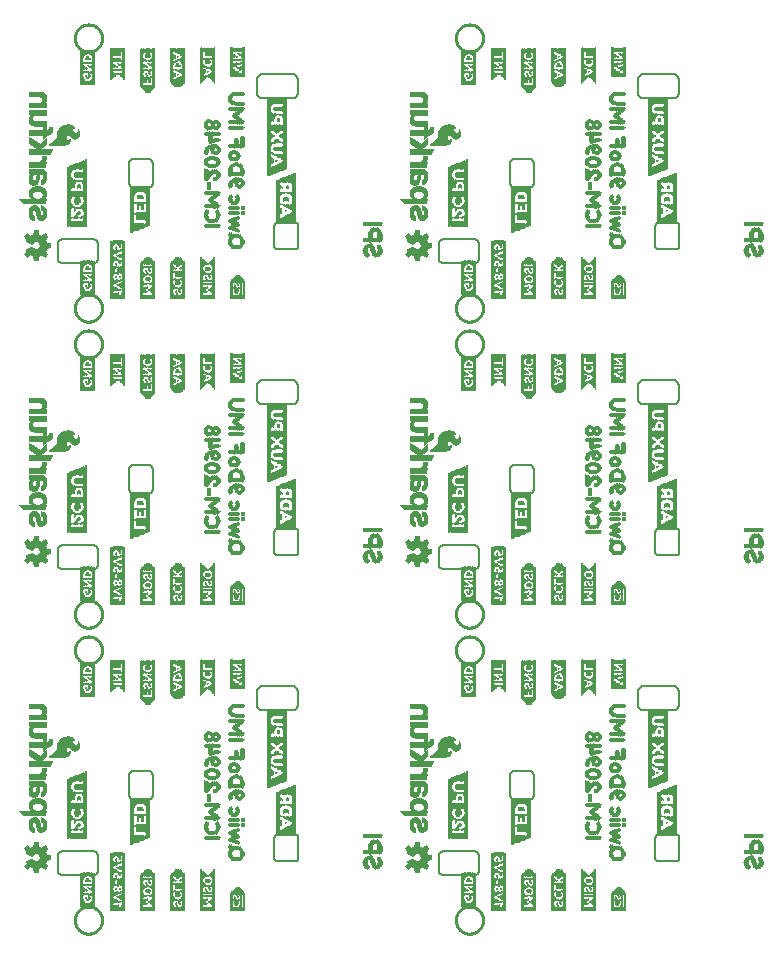
<source format=gbo>
G75*
%MOIN*%
%OFA0B0*%
%FSLAX25Y25*%
%IPPOS*%
%LPD*%
%AMOC8*
5,1,8,0,0,1.08239X$1,22.5*
%
%ADD10C,0.01000*%
%ADD11C,0.00800*%
%ADD12C,0.00300*%
%ADD13C,0.00299*%
%ADD14R,0.00197X0.00197*%
%ADD15R,0.00197X0.00984*%
%ADD16R,0.00197X0.01181*%
%ADD17R,0.00197X0.01378*%
%ADD18R,0.00197X0.00394*%
%ADD19R,0.00197X0.02165*%
%ADD20R,0.00197X0.02953*%
%ADD21R,0.00197X0.02559*%
%ADD22R,0.00197X0.03543*%
%ADD23R,0.00197X0.01575*%
%ADD24R,0.00197X0.03740*%
%ADD25R,0.00197X0.01772*%
%ADD26R,0.00197X0.03346*%
%ADD27R,0.00197X0.03150*%
%ADD28R,0.00197X0.03937*%
%ADD29R,0.00197X0.01969*%
%ADD30R,0.00197X0.04134*%
%ADD31R,0.00197X0.00591*%
%ADD32R,0.00197X0.02362*%
%ADD33R,0.00197X0.02756*%
%ADD34R,0.00197X0.05709*%
%ADD35R,0.00236X0.01378*%
%ADD36R,0.00236X0.02165*%
%ADD37R,0.00236X0.02559*%
%ADD38R,0.00236X0.03937*%
%ADD39R,0.00236X0.03346*%
%ADD40R,0.00236X0.01969*%
%ADD41R,0.00236X0.01181*%
%ADD42R,0.00236X0.02756*%
%ADD43R,0.00236X0.01575*%
%ADD44R,0.00236X0.02362*%
%ADD45R,0.00118X0.11457*%
%ADD46R,0.00079X0.11457*%
%ADD47R,0.00157X0.11457*%
%ADD48R,0.00118X0.02480*%
%ADD49R,0.00118X0.08268*%
%ADD50R,0.00157X0.02244*%
%ADD51R,0.00157X0.00945*%
%ADD52R,0.00157X0.01417*%
%ADD53R,0.00157X0.00472*%
%ADD54R,0.00118X0.02008*%
%ADD55R,0.00118X0.00591*%
%ADD56R,0.00118X0.01181*%
%ADD57R,0.00118X0.00354*%
%ADD58R,0.00118X0.01890*%
%ADD59R,0.00118X0.00472*%
%ADD60R,0.00118X0.01063*%
%ADD61R,0.00118X0.01654*%
%ADD62R,0.00118X0.01772*%
%ADD63R,0.00157X0.01654*%
%ADD64R,0.00157X0.00354*%
%ADD65R,0.00118X0.01535*%
%ADD66R,0.00118X0.00827*%
%ADD67R,0.00118X0.01417*%
%ADD68R,0.00118X0.00709*%
%ADD69R,0.00118X0.02126*%
%ADD70R,0.00157X0.00591*%
%ADD71R,0.00157X0.01299*%
%ADD72R,0.00118X0.01299*%
%ADD73R,0.00118X0.02244*%
%ADD74R,0.00157X0.00709*%
%ADD75R,0.00157X0.00118*%
%ADD76R,0.00157X0.00236*%
%ADD77R,0.00157X0.01181*%
%ADD78R,0.00118X0.00236*%
%ADD79R,0.00118X0.00118*%
%ADD80R,0.00157X0.01063*%
%ADD81R,0.00118X0.00945*%
%ADD82R,0.00157X0.01535*%
%ADD83R,0.00157X0.00827*%
%ADD84R,0.00157X0.02126*%
%ADD85R,0.00118X0.02362*%
%ADD86R,0.00118X0.10748*%
%ADD87R,0.00118X0.10630*%
%ADD88R,0.00079X0.10512*%
%ADD89R,0.00157X0.10394*%
%ADD90R,0.00118X0.10276*%
%ADD91R,0.00118X0.10157*%
%ADD92R,0.00079X0.10039*%
%ADD93R,0.00118X0.09921*%
%ADD94R,0.00157X0.02362*%
%ADD95R,0.00118X0.10039*%
%ADD96R,0.00118X0.10394*%
%ADD97R,0.00118X0.10512*%
%ADD98R,0.00118X0.12756*%
%ADD99R,0.00118X0.12874*%
%ADD100R,0.00079X0.13110*%
%ADD101R,0.00157X0.13228*%
%ADD102R,0.00118X0.13346*%
%ADD103R,0.00118X0.13465*%
%ADD104R,0.00079X0.13583*%
%ADD105R,0.00118X0.04961*%
%ADD106R,0.00118X0.05551*%
%ADD107R,0.00157X0.01772*%
%ADD108R,0.00157X0.02480*%
%ADD109R,0.00157X0.02008*%
%ADD110R,0.00157X0.03071*%
%ADD111R,0.00118X0.02598*%
%ADD112R,0.00118X0.03189*%
%ADD113R,0.00157X0.02598*%
%ADD114R,0.00157X0.03189*%
%ADD115R,0.00157X0.03307*%
%ADD116R,0.00118X0.03071*%
%ADD117R,0.00157X0.01890*%
%ADD118R,0.00118X0.13583*%
%ADD119R,0.00118X0.13228*%
%ADD120R,0.00118X0.13110*%
%ADD121R,0.00118X0.11929*%
%ADD122R,0.00118X0.11811*%
%ADD123R,0.00079X0.11693*%
%ADD124R,0.00157X0.11575*%
%ADD125R,0.00118X0.11339*%
%ADD126R,0.00079X0.11220*%
%ADD127R,0.00118X0.06142*%
%ADD128R,0.00118X0.04606*%
%ADD129R,0.00157X0.02717*%
%ADD130R,0.00157X0.02835*%
%ADD131R,0.00118X0.02717*%
%ADD132R,0.00118X0.11220*%
%ADD133R,0.00118X0.11575*%
%ADD134R,0.00118X0.11693*%
%ADD135R,0.00118X0.11102*%
%ADD136R,0.00157X0.11929*%
%ADD137R,0.00118X0.12047*%
%ADD138R,0.00118X0.12165*%
%ADD139R,0.00079X0.12283*%
%ADD140R,0.00118X0.12402*%
%ADD141R,0.00157X0.03425*%
%ADD142R,0.00118X0.03307*%
%ADD143R,0.00118X0.03425*%
%ADD144R,0.00118X0.02953*%
%ADD145R,0.00118X0.02835*%
%ADD146R,0.00118X0.12283*%
%ADD147R,0.00118X0.14055*%
%ADD148R,0.00118X0.13937*%
%ADD149R,0.00079X0.13819*%
%ADD150R,0.00157X0.13701*%
%ADD151R,0.00079X0.13346*%
%ADD152R,0.00118X0.06850*%
%ADD153R,0.00118X0.13701*%
%ADD154R,0.00118X0.13819*%
%ADD155R,0.00079X0.12402*%
%ADD156R,0.00157X0.12520*%
%ADD157R,0.00118X0.12638*%
%ADD158R,0.00079X0.12874*%
%ADD159R,0.00118X0.06260*%
%ADD160R,0.00118X0.12520*%
%ADD161R,0.00118X0.05433*%
%ADD162R,0.00157X0.02953*%
%ADD163R,0.00157X0.03543*%
%ADD164R,0.00118X0.06024*%
%ADD165R,0.00079X0.06260*%
%ADD166R,0.00157X0.06378*%
%ADD167R,0.00079X0.01181*%
%ADD168R,0.00118X0.07205*%
%ADD169R,0.00118X0.07323*%
%ADD170R,0.00157X0.07441*%
%ADD171R,0.00118X0.07559*%
%ADD172R,0.00157X0.03661*%
%ADD173R,0.00118X0.03543*%
%ADD174R,0.00118X0.06496*%
%ADD175R,0.00118X0.06378*%
%ADD176R,0.00118X0.19488*%
%ADD177R,0.00079X0.19488*%
%ADD178R,0.00157X0.19488*%
%ADD179R,0.00118X0.03661*%
%ADD180R,0.00118X0.03898*%
%ADD181R,0.00236X0.01654*%
%ADD182R,0.00236X0.02126*%
%ADD183R,0.00236X0.00236*%
%ADD184R,0.00236X0.02598*%
%ADD185R,0.00236X0.03307*%
%ADD186R,0.00236X0.04016*%
%ADD187R,0.00236X0.03543*%
%ADD188R,0.00236X0.04252*%
%ADD189R,0.00236X0.04488*%
%ADD190R,0.00236X0.03780*%
%ADD191R,0.00236X0.04724*%
%ADD192R,0.00236X0.01890*%
%ADD193R,0.00236X0.01417*%
%ADD194R,0.00236X0.00945*%
%ADD195R,0.00236X0.03071*%
%ADD196R,0.00236X0.00709*%
%ADD197R,0.00157X0.22520*%
%ADD198R,0.00157X0.22362*%
%ADD199R,0.00157X0.22205*%
%ADD200R,0.00157X0.04252*%
%ADD201R,0.00157X0.03465*%
%ADD202R,0.00157X0.13071*%
%ADD203R,0.00157X0.01260*%
%ADD204R,0.00157X0.02520*%
%ADD205R,0.00157X0.01732*%
%ADD206R,0.00157X0.02205*%
%ADD207R,0.00157X0.01102*%
%ADD208R,0.00157X0.02677*%
%ADD209R,0.00157X0.00630*%
%ADD210R,0.00157X0.01575*%
%ADD211R,0.00157X0.00787*%
%ADD212R,0.00157X0.00315*%
%ADD213R,0.00157X0.02047*%
%ADD214R,0.00157X0.04409*%
%ADD215R,0.00157X0.04094*%
%ADD216R,0.00157X0.02992*%
%ADD217R,0.00157X0.03150*%
%ADD218R,0.00157X0.03937*%
%ADD219R,0.00157X0.20472*%
%ADD220R,0.00157X0.20315*%
%ADD221R,0.00157X0.20157*%
%ADD222R,0.00157X0.20000*%
%ADD223R,0.00157X0.23780*%
%ADD224R,0.00157X0.23937*%
%ADD225R,0.00157X0.24094*%
%ADD226R,0.00157X0.24252*%
%ADD227R,0.00157X0.09764*%
%ADD228R,0.00157X0.11181*%
%ADD229R,0.00157X0.00157*%
%ADD230R,0.00157X0.03780*%
%ADD231R,0.00157X0.25984*%
%ADD232R,0.00157X0.26142*%
%ADD233R,0.00157X0.26299*%
%ADD234R,0.00157X0.13386*%
%ADD235R,0.00157X0.13543*%
%ADD236R,0.00157X0.15276*%
%ADD237R,0.00157X0.15433*%
%ADD238R,0.00157X0.15591*%
%ADD239R,0.00197X0.00787*%
%ADD240R,0.00197X0.04528*%
%ADD241R,0.00236X0.00394*%
%ADD242R,0.00197X0.04331*%
%ADD243R,0.00236X0.01772*%
%ADD244R,0.00236X0.00984*%
%ADD245R,0.00236X0.04331*%
%ADD246R,0.00197X0.05118*%
%ADD247R,0.00197X0.04921*%
%ADD248R,0.00197X0.04724*%
%ADD249R,0.00236X0.03150*%
%ADD250R,0.00118X0.09803*%
%ADD251R,0.00079X0.09803*%
%ADD252R,0.00157X0.09803*%
%ADD253R,0.00118X0.05787*%
%ADD254R,0.00157X0.16535*%
%ADD255R,0.00157X0.16378*%
%ADD256R,0.00157X0.16220*%
%ADD257R,0.00157X0.14488*%
%ADD258R,0.00157X0.14331*%
%ADD259R,0.00157X0.14173*%
%ADD260R,0.00157X0.14016*%
D10*
X0063807Y0033750D02*
X0063809Y0033884D01*
X0063815Y0034019D01*
X0063825Y0034153D01*
X0063839Y0034286D01*
X0063857Y0034420D01*
X0063879Y0034552D01*
X0063904Y0034684D01*
X0063934Y0034815D01*
X0063967Y0034945D01*
X0064005Y0035074D01*
X0064046Y0035202D01*
X0064091Y0035329D01*
X0064139Y0035454D01*
X0064192Y0035578D01*
X0064248Y0035700D01*
X0064307Y0035821D01*
X0064371Y0035939D01*
X0064437Y0036056D01*
X0064507Y0036171D01*
X0064581Y0036283D01*
X0064657Y0036394D01*
X0064737Y0036502D01*
X0064820Y0036607D01*
X0064907Y0036711D01*
X0064996Y0036811D01*
X0065088Y0036909D01*
X0065183Y0037004D01*
X0065281Y0037096D01*
X0065381Y0037185D01*
X0065485Y0037272D01*
X0065590Y0037355D01*
X0065698Y0037435D01*
X0065809Y0037511D01*
X0065921Y0037585D01*
X0066036Y0037655D01*
X0066153Y0037721D01*
X0066271Y0037785D01*
X0066392Y0037844D01*
X0066514Y0037900D01*
X0066638Y0037953D01*
X0066763Y0038001D01*
X0066890Y0038046D01*
X0067018Y0038087D01*
X0067147Y0038125D01*
X0067277Y0038158D01*
X0067408Y0038188D01*
X0067540Y0038213D01*
X0067672Y0038235D01*
X0067806Y0038253D01*
X0067939Y0038267D01*
X0068073Y0038277D01*
X0068208Y0038283D01*
X0068342Y0038285D01*
X0068476Y0038283D01*
X0068611Y0038277D01*
X0068745Y0038267D01*
X0068878Y0038253D01*
X0069012Y0038235D01*
X0069144Y0038213D01*
X0069276Y0038188D01*
X0069407Y0038158D01*
X0069537Y0038125D01*
X0069666Y0038087D01*
X0069794Y0038046D01*
X0069921Y0038001D01*
X0070046Y0037953D01*
X0070170Y0037900D01*
X0070292Y0037844D01*
X0070413Y0037785D01*
X0070531Y0037721D01*
X0070648Y0037655D01*
X0070763Y0037585D01*
X0070875Y0037511D01*
X0070986Y0037435D01*
X0071094Y0037355D01*
X0071199Y0037272D01*
X0071303Y0037185D01*
X0071403Y0037096D01*
X0071501Y0037004D01*
X0071596Y0036909D01*
X0071688Y0036811D01*
X0071777Y0036711D01*
X0071864Y0036607D01*
X0071947Y0036502D01*
X0072027Y0036394D01*
X0072103Y0036283D01*
X0072177Y0036171D01*
X0072247Y0036056D01*
X0072313Y0035939D01*
X0072377Y0035821D01*
X0072436Y0035700D01*
X0072492Y0035578D01*
X0072545Y0035454D01*
X0072593Y0035329D01*
X0072638Y0035202D01*
X0072679Y0035074D01*
X0072717Y0034945D01*
X0072750Y0034815D01*
X0072780Y0034684D01*
X0072805Y0034552D01*
X0072827Y0034420D01*
X0072845Y0034286D01*
X0072859Y0034153D01*
X0072869Y0034019D01*
X0072875Y0033884D01*
X0072877Y0033750D01*
X0072875Y0033616D01*
X0072869Y0033481D01*
X0072859Y0033347D01*
X0072845Y0033214D01*
X0072827Y0033080D01*
X0072805Y0032948D01*
X0072780Y0032816D01*
X0072750Y0032685D01*
X0072717Y0032555D01*
X0072679Y0032426D01*
X0072638Y0032298D01*
X0072593Y0032171D01*
X0072545Y0032046D01*
X0072492Y0031922D01*
X0072436Y0031800D01*
X0072377Y0031679D01*
X0072313Y0031561D01*
X0072247Y0031444D01*
X0072177Y0031329D01*
X0072103Y0031217D01*
X0072027Y0031106D01*
X0071947Y0030998D01*
X0071864Y0030893D01*
X0071777Y0030789D01*
X0071688Y0030689D01*
X0071596Y0030591D01*
X0071501Y0030496D01*
X0071403Y0030404D01*
X0071303Y0030315D01*
X0071199Y0030228D01*
X0071094Y0030145D01*
X0070986Y0030065D01*
X0070875Y0029989D01*
X0070763Y0029915D01*
X0070648Y0029845D01*
X0070531Y0029779D01*
X0070413Y0029715D01*
X0070292Y0029656D01*
X0070170Y0029600D01*
X0070046Y0029547D01*
X0069921Y0029499D01*
X0069794Y0029454D01*
X0069666Y0029413D01*
X0069537Y0029375D01*
X0069407Y0029342D01*
X0069276Y0029312D01*
X0069144Y0029287D01*
X0069012Y0029265D01*
X0068878Y0029247D01*
X0068745Y0029233D01*
X0068611Y0029223D01*
X0068476Y0029217D01*
X0068342Y0029215D01*
X0068208Y0029217D01*
X0068073Y0029223D01*
X0067939Y0029233D01*
X0067806Y0029247D01*
X0067672Y0029265D01*
X0067540Y0029287D01*
X0067408Y0029312D01*
X0067277Y0029342D01*
X0067147Y0029375D01*
X0067018Y0029413D01*
X0066890Y0029454D01*
X0066763Y0029499D01*
X0066638Y0029547D01*
X0066514Y0029600D01*
X0066392Y0029656D01*
X0066271Y0029715D01*
X0066153Y0029779D01*
X0066036Y0029845D01*
X0065921Y0029915D01*
X0065809Y0029989D01*
X0065698Y0030065D01*
X0065590Y0030145D01*
X0065485Y0030228D01*
X0065381Y0030315D01*
X0065281Y0030404D01*
X0065183Y0030496D01*
X0065088Y0030591D01*
X0064996Y0030689D01*
X0064907Y0030789D01*
X0064820Y0030893D01*
X0064737Y0030998D01*
X0064657Y0031106D01*
X0064581Y0031217D01*
X0064507Y0031329D01*
X0064437Y0031444D01*
X0064371Y0031561D01*
X0064307Y0031679D01*
X0064248Y0031800D01*
X0064192Y0031922D01*
X0064139Y0032046D01*
X0064091Y0032171D01*
X0064046Y0032298D01*
X0064005Y0032426D01*
X0063967Y0032555D01*
X0063934Y0032685D01*
X0063904Y0032816D01*
X0063879Y0032948D01*
X0063857Y0033080D01*
X0063839Y0033214D01*
X0063825Y0033347D01*
X0063815Y0033481D01*
X0063809Y0033616D01*
X0063807Y0033750D01*
X0063807Y0123750D02*
X0063809Y0123884D01*
X0063815Y0124019D01*
X0063825Y0124153D01*
X0063839Y0124286D01*
X0063857Y0124420D01*
X0063879Y0124552D01*
X0063904Y0124684D01*
X0063934Y0124815D01*
X0063967Y0124945D01*
X0064005Y0125074D01*
X0064046Y0125202D01*
X0064091Y0125329D01*
X0064139Y0125454D01*
X0064192Y0125578D01*
X0064248Y0125700D01*
X0064307Y0125821D01*
X0064371Y0125939D01*
X0064437Y0126056D01*
X0064507Y0126171D01*
X0064581Y0126283D01*
X0064657Y0126394D01*
X0064737Y0126502D01*
X0064820Y0126607D01*
X0064907Y0126711D01*
X0064996Y0126811D01*
X0065088Y0126909D01*
X0065183Y0127004D01*
X0065281Y0127096D01*
X0065381Y0127185D01*
X0065485Y0127272D01*
X0065590Y0127355D01*
X0065698Y0127435D01*
X0065809Y0127511D01*
X0065921Y0127585D01*
X0066036Y0127655D01*
X0066153Y0127721D01*
X0066271Y0127785D01*
X0066392Y0127844D01*
X0066514Y0127900D01*
X0066638Y0127953D01*
X0066763Y0128001D01*
X0066890Y0128046D01*
X0067018Y0128087D01*
X0067147Y0128125D01*
X0067277Y0128158D01*
X0067408Y0128188D01*
X0067540Y0128213D01*
X0067672Y0128235D01*
X0067806Y0128253D01*
X0067939Y0128267D01*
X0068073Y0128277D01*
X0068208Y0128283D01*
X0068342Y0128285D01*
X0068476Y0128283D01*
X0068611Y0128277D01*
X0068745Y0128267D01*
X0068878Y0128253D01*
X0069012Y0128235D01*
X0069144Y0128213D01*
X0069276Y0128188D01*
X0069407Y0128158D01*
X0069537Y0128125D01*
X0069666Y0128087D01*
X0069794Y0128046D01*
X0069921Y0128001D01*
X0070046Y0127953D01*
X0070170Y0127900D01*
X0070292Y0127844D01*
X0070413Y0127785D01*
X0070531Y0127721D01*
X0070648Y0127655D01*
X0070763Y0127585D01*
X0070875Y0127511D01*
X0070986Y0127435D01*
X0071094Y0127355D01*
X0071199Y0127272D01*
X0071303Y0127185D01*
X0071403Y0127096D01*
X0071501Y0127004D01*
X0071596Y0126909D01*
X0071688Y0126811D01*
X0071777Y0126711D01*
X0071864Y0126607D01*
X0071947Y0126502D01*
X0072027Y0126394D01*
X0072103Y0126283D01*
X0072177Y0126171D01*
X0072247Y0126056D01*
X0072313Y0125939D01*
X0072377Y0125821D01*
X0072436Y0125700D01*
X0072492Y0125578D01*
X0072545Y0125454D01*
X0072593Y0125329D01*
X0072638Y0125202D01*
X0072679Y0125074D01*
X0072717Y0124945D01*
X0072750Y0124815D01*
X0072780Y0124684D01*
X0072805Y0124552D01*
X0072827Y0124420D01*
X0072845Y0124286D01*
X0072859Y0124153D01*
X0072869Y0124019D01*
X0072875Y0123884D01*
X0072877Y0123750D01*
X0072875Y0123616D01*
X0072869Y0123481D01*
X0072859Y0123347D01*
X0072845Y0123214D01*
X0072827Y0123080D01*
X0072805Y0122948D01*
X0072780Y0122816D01*
X0072750Y0122685D01*
X0072717Y0122555D01*
X0072679Y0122426D01*
X0072638Y0122298D01*
X0072593Y0122171D01*
X0072545Y0122046D01*
X0072492Y0121922D01*
X0072436Y0121800D01*
X0072377Y0121679D01*
X0072313Y0121561D01*
X0072247Y0121444D01*
X0072177Y0121329D01*
X0072103Y0121217D01*
X0072027Y0121106D01*
X0071947Y0120998D01*
X0071864Y0120893D01*
X0071777Y0120789D01*
X0071688Y0120689D01*
X0071596Y0120591D01*
X0071501Y0120496D01*
X0071403Y0120404D01*
X0071303Y0120315D01*
X0071199Y0120228D01*
X0071094Y0120145D01*
X0070986Y0120065D01*
X0070875Y0119989D01*
X0070763Y0119915D01*
X0070648Y0119845D01*
X0070531Y0119779D01*
X0070413Y0119715D01*
X0070292Y0119656D01*
X0070170Y0119600D01*
X0070046Y0119547D01*
X0069921Y0119499D01*
X0069794Y0119454D01*
X0069666Y0119413D01*
X0069537Y0119375D01*
X0069407Y0119342D01*
X0069276Y0119312D01*
X0069144Y0119287D01*
X0069012Y0119265D01*
X0068878Y0119247D01*
X0068745Y0119233D01*
X0068611Y0119223D01*
X0068476Y0119217D01*
X0068342Y0119215D01*
X0068208Y0119217D01*
X0068073Y0119223D01*
X0067939Y0119233D01*
X0067806Y0119247D01*
X0067672Y0119265D01*
X0067540Y0119287D01*
X0067408Y0119312D01*
X0067277Y0119342D01*
X0067147Y0119375D01*
X0067018Y0119413D01*
X0066890Y0119454D01*
X0066763Y0119499D01*
X0066638Y0119547D01*
X0066514Y0119600D01*
X0066392Y0119656D01*
X0066271Y0119715D01*
X0066153Y0119779D01*
X0066036Y0119845D01*
X0065921Y0119915D01*
X0065809Y0119989D01*
X0065698Y0120065D01*
X0065590Y0120145D01*
X0065485Y0120228D01*
X0065381Y0120315D01*
X0065281Y0120404D01*
X0065183Y0120496D01*
X0065088Y0120591D01*
X0064996Y0120689D01*
X0064907Y0120789D01*
X0064820Y0120893D01*
X0064737Y0120998D01*
X0064657Y0121106D01*
X0064581Y0121217D01*
X0064507Y0121329D01*
X0064437Y0121444D01*
X0064371Y0121561D01*
X0064307Y0121679D01*
X0064248Y0121800D01*
X0064192Y0121922D01*
X0064139Y0122046D01*
X0064091Y0122171D01*
X0064046Y0122298D01*
X0064005Y0122426D01*
X0063967Y0122555D01*
X0063934Y0122685D01*
X0063904Y0122816D01*
X0063879Y0122948D01*
X0063857Y0123080D01*
X0063839Y0123214D01*
X0063825Y0123347D01*
X0063815Y0123481D01*
X0063809Y0123616D01*
X0063807Y0123750D01*
X0063807Y0135750D02*
X0063809Y0135884D01*
X0063815Y0136019D01*
X0063825Y0136153D01*
X0063839Y0136286D01*
X0063857Y0136420D01*
X0063879Y0136552D01*
X0063904Y0136684D01*
X0063934Y0136815D01*
X0063967Y0136945D01*
X0064005Y0137074D01*
X0064046Y0137202D01*
X0064091Y0137329D01*
X0064139Y0137454D01*
X0064192Y0137578D01*
X0064248Y0137700D01*
X0064307Y0137821D01*
X0064371Y0137939D01*
X0064437Y0138056D01*
X0064507Y0138171D01*
X0064581Y0138283D01*
X0064657Y0138394D01*
X0064737Y0138502D01*
X0064820Y0138607D01*
X0064907Y0138711D01*
X0064996Y0138811D01*
X0065088Y0138909D01*
X0065183Y0139004D01*
X0065281Y0139096D01*
X0065381Y0139185D01*
X0065485Y0139272D01*
X0065590Y0139355D01*
X0065698Y0139435D01*
X0065809Y0139511D01*
X0065921Y0139585D01*
X0066036Y0139655D01*
X0066153Y0139721D01*
X0066271Y0139785D01*
X0066392Y0139844D01*
X0066514Y0139900D01*
X0066638Y0139953D01*
X0066763Y0140001D01*
X0066890Y0140046D01*
X0067018Y0140087D01*
X0067147Y0140125D01*
X0067277Y0140158D01*
X0067408Y0140188D01*
X0067540Y0140213D01*
X0067672Y0140235D01*
X0067806Y0140253D01*
X0067939Y0140267D01*
X0068073Y0140277D01*
X0068208Y0140283D01*
X0068342Y0140285D01*
X0068476Y0140283D01*
X0068611Y0140277D01*
X0068745Y0140267D01*
X0068878Y0140253D01*
X0069012Y0140235D01*
X0069144Y0140213D01*
X0069276Y0140188D01*
X0069407Y0140158D01*
X0069537Y0140125D01*
X0069666Y0140087D01*
X0069794Y0140046D01*
X0069921Y0140001D01*
X0070046Y0139953D01*
X0070170Y0139900D01*
X0070292Y0139844D01*
X0070413Y0139785D01*
X0070531Y0139721D01*
X0070648Y0139655D01*
X0070763Y0139585D01*
X0070875Y0139511D01*
X0070986Y0139435D01*
X0071094Y0139355D01*
X0071199Y0139272D01*
X0071303Y0139185D01*
X0071403Y0139096D01*
X0071501Y0139004D01*
X0071596Y0138909D01*
X0071688Y0138811D01*
X0071777Y0138711D01*
X0071864Y0138607D01*
X0071947Y0138502D01*
X0072027Y0138394D01*
X0072103Y0138283D01*
X0072177Y0138171D01*
X0072247Y0138056D01*
X0072313Y0137939D01*
X0072377Y0137821D01*
X0072436Y0137700D01*
X0072492Y0137578D01*
X0072545Y0137454D01*
X0072593Y0137329D01*
X0072638Y0137202D01*
X0072679Y0137074D01*
X0072717Y0136945D01*
X0072750Y0136815D01*
X0072780Y0136684D01*
X0072805Y0136552D01*
X0072827Y0136420D01*
X0072845Y0136286D01*
X0072859Y0136153D01*
X0072869Y0136019D01*
X0072875Y0135884D01*
X0072877Y0135750D01*
X0072875Y0135616D01*
X0072869Y0135481D01*
X0072859Y0135347D01*
X0072845Y0135214D01*
X0072827Y0135080D01*
X0072805Y0134948D01*
X0072780Y0134816D01*
X0072750Y0134685D01*
X0072717Y0134555D01*
X0072679Y0134426D01*
X0072638Y0134298D01*
X0072593Y0134171D01*
X0072545Y0134046D01*
X0072492Y0133922D01*
X0072436Y0133800D01*
X0072377Y0133679D01*
X0072313Y0133561D01*
X0072247Y0133444D01*
X0072177Y0133329D01*
X0072103Y0133217D01*
X0072027Y0133106D01*
X0071947Y0132998D01*
X0071864Y0132893D01*
X0071777Y0132789D01*
X0071688Y0132689D01*
X0071596Y0132591D01*
X0071501Y0132496D01*
X0071403Y0132404D01*
X0071303Y0132315D01*
X0071199Y0132228D01*
X0071094Y0132145D01*
X0070986Y0132065D01*
X0070875Y0131989D01*
X0070763Y0131915D01*
X0070648Y0131845D01*
X0070531Y0131779D01*
X0070413Y0131715D01*
X0070292Y0131656D01*
X0070170Y0131600D01*
X0070046Y0131547D01*
X0069921Y0131499D01*
X0069794Y0131454D01*
X0069666Y0131413D01*
X0069537Y0131375D01*
X0069407Y0131342D01*
X0069276Y0131312D01*
X0069144Y0131287D01*
X0069012Y0131265D01*
X0068878Y0131247D01*
X0068745Y0131233D01*
X0068611Y0131223D01*
X0068476Y0131217D01*
X0068342Y0131215D01*
X0068208Y0131217D01*
X0068073Y0131223D01*
X0067939Y0131233D01*
X0067806Y0131247D01*
X0067672Y0131265D01*
X0067540Y0131287D01*
X0067408Y0131312D01*
X0067277Y0131342D01*
X0067147Y0131375D01*
X0067018Y0131413D01*
X0066890Y0131454D01*
X0066763Y0131499D01*
X0066638Y0131547D01*
X0066514Y0131600D01*
X0066392Y0131656D01*
X0066271Y0131715D01*
X0066153Y0131779D01*
X0066036Y0131845D01*
X0065921Y0131915D01*
X0065809Y0131989D01*
X0065698Y0132065D01*
X0065590Y0132145D01*
X0065485Y0132228D01*
X0065381Y0132315D01*
X0065281Y0132404D01*
X0065183Y0132496D01*
X0065088Y0132591D01*
X0064996Y0132689D01*
X0064907Y0132789D01*
X0064820Y0132893D01*
X0064737Y0132998D01*
X0064657Y0133106D01*
X0064581Y0133217D01*
X0064507Y0133329D01*
X0064437Y0133444D01*
X0064371Y0133561D01*
X0064307Y0133679D01*
X0064248Y0133800D01*
X0064192Y0133922D01*
X0064139Y0134046D01*
X0064091Y0134171D01*
X0064046Y0134298D01*
X0064005Y0134426D01*
X0063967Y0134555D01*
X0063934Y0134685D01*
X0063904Y0134816D01*
X0063879Y0134948D01*
X0063857Y0135080D01*
X0063839Y0135214D01*
X0063825Y0135347D01*
X0063815Y0135481D01*
X0063809Y0135616D01*
X0063807Y0135750D01*
X0063807Y0225750D02*
X0063809Y0225884D01*
X0063815Y0226019D01*
X0063825Y0226153D01*
X0063839Y0226286D01*
X0063857Y0226420D01*
X0063879Y0226552D01*
X0063904Y0226684D01*
X0063934Y0226815D01*
X0063967Y0226945D01*
X0064005Y0227074D01*
X0064046Y0227202D01*
X0064091Y0227329D01*
X0064139Y0227454D01*
X0064192Y0227578D01*
X0064248Y0227700D01*
X0064307Y0227821D01*
X0064371Y0227939D01*
X0064437Y0228056D01*
X0064507Y0228171D01*
X0064581Y0228283D01*
X0064657Y0228394D01*
X0064737Y0228502D01*
X0064820Y0228607D01*
X0064907Y0228711D01*
X0064996Y0228811D01*
X0065088Y0228909D01*
X0065183Y0229004D01*
X0065281Y0229096D01*
X0065381Y0229185D01*
X0065485Y0229272D01*
X0065590Y0229355D01*
X0065698Y0229435D01*
X0065809Y0229511D01*
X0065921Y0229585D01*
X0066036Y0229655D01*
X0066153Y0229721D01*
X0066271Y0229785D01*
X0066392Y0229844D01*
X0066514Y0229900D01*
X0066638Y0229953D01*
X0066763Y0230001D01*
X0066890Y0230046D01*
X0067018Y0230087D01*
X0067147Y0230125D01*
X0067277Y0230158D01*
X0067408Y0230188D01*
X0067540Y0230213D01*
X0067672Y0230235D01*
X0067806Y0230253D01*
X0067939Y0230267D01*
X0068073Y0230277D01*
X0068208Y0230283D01*
X0068342Y0230285D01*
X0068476Y0230283D01*
X0068611Y0230277D01*
X0068745Y0230267D01*
X0068878Y0230253D01*
X0069012Y0230235D01*
X0069144Y0230213D01*
X0069276Y0230188D01*
X0069407Y0230158D01*
X0069537Y0230125D01*
X0069666Y0230087D01*
X0069794Y0230046D01*
X0069921Y0230001D01*
X0070046Y0229953D01*
X0070170Y0229900D01*
X0070292Y0229844D01*
X0070413Y0229785D01*
X0070531Y0229721D01*
X0070648Y0229655D01*
X0070763Y0229585D01*
X0070875Y0229511D01*
X0070986Y0229435D01*
X0071094Y0229355D01*
X0071199Y0229272D01*
X0071303Y0229185D01*
X0071403Y0229096D01*
X0071501Y0229004D01*
X0071596Y0228909D01*
X0071688Y0228811D01*
X0071777Y0228711D01*
X0071864Y0228607D01*
X0071947Y0228502D01*
X0072027Y0228394D01*
X0072103Y0228283D01*
X0072177Y0228171D01*
X0072247Y0228056D01*
X0072313Y0227939D01*
X0072377Y0227821D01*
X0072436Y0227700D01*
X0072492Y0227578D01*
X0072545Y0227454D01*
X0072593Y0227329D01*
X0072638Y0227202D01*
X0072679Y0227074D01*
X0072717Y0226945D01*
X0072750Y0226815D01*
X0072780Y0226684D01*
X0072805Y0226552D01*
X0072827Y0226420D01*
X0072845Y0226286D01*
X0072859Y0226153D01*
X0072869Y0226019D01*
X0072875Y0225884D01*
X0072877Y0225750D01*
X0072875Y0225616D01*
X0072869Y0225481D01*
X0072859Y0225347D01*
X0072845Y0225214D01*
X0072827Y0225080D01*
X0072805Y0224948D01*
X0072780Y0224816D01*
X0072750Y0224685D01*
X0072717Y0224555D01*
X0072679Y0224426D01*
X0072638Y0224298D01*
X0072593Y0224171D01*
X0072545Y0224046D01*
X0072492Y0223922D01*
X0072436Y0223800D01*
X0072377Y0223679D01*
X0072313Y0223561D01*
X0072247Y0223444D01*
X0072177Y0223329D01*
X0072103Y0223217D01*
X0072027Y0223106D01*
X0071947Y0222998D01*
X0071864Y0222893D01*
X0071777Y0222789D01*
X0071688Y0222689D01*
X0071596Y0222591D01*
X0071501Y0222496D01*
X0071403Y0222404D01*
X0071303Y0222315D01*
X0071199Y0222228D01*
X0071094Y0222145D01*
X0070986Y0222065D01*
X0070875Y0221989D01*
X0070763Y0221915D01*
X0070648Y0221845D01*
X0070531Y0221779D01*
X0070413Y0221715D01*
X0070292Y0221656D01*
X0070170Y0221600D01*
X0070046Y0221547D01*
X0069921Y0221499D01*
X0069794Y0221454D01*
X0069666Y0221413D01*
X0069537Y0221375D01*
X0069407Y0221342D01*
X0069276Y0221312D01*
X0069144Y0221287D01*
X0069012Y0221265D01*
X0068878Y0221247D01*
X0068745Y0221233D01*
X0068611Y0221223D01*
X0068476Y0221217D01*
X0068342Y0221215D01*
X0068208Y0221217D01*
X0068073Y0221223D01*
X0067939Y0221233D01*
X0067806Y0221247D01*
X0067672Y0221265D01*
X0067540Y0221287D01*
X0067408Y0221312D01*
X0067277Y0221342D01*
X0067147Y0221375D01*
X0067018Y0221413D01*
X0066890Y0221454D01*
X0066763Y0221499D01*
X0066638Y0221547D01*
X0066514Y0221600D01*
X0066392Y0221656D01*
X0066271Y0221715D01*
X0066153Y0221779D01*
X0066036Y0221845D01*
X0065921Y0221915D01*
X0065809Y0221989D01*
X0065698Y0222065D01*
X0065590Y0222145D01*
X0065485Y0222228D01*
X0065381Y0222315D01*
X0065281Y0222404D01*
X0065183Y0222496D01*
X0065088Y0222591D01*
X0064996Y0222689D01*
X0064907Y0222789D01*
X0064820Y0222893D01*
X0064737Y0222998D01*
X0064657Y0223106D01*
X0064581Y0223217D01*
X0064507Y0223329D01*
X0064437Y0223444D01*
X0064371Y0223561D01*
X0064307Y0223679D01*
X0064248Y0223800D01*
X0064192Y0223922D01*
X0064139Y0224046D01*
X0064091Y0224171D01*
X0064046Y0224298D01*
X0064005Y0224426D01*
X0063967Y0224555D01*
X0063934Y0224685D01*
X0063904Y0224816D01*
X0063879Y0224948D01*
X0063857Y0225080D01*
X0063839Y0225214D01*
X0063825Y0225347D01*
X0063815Y0225481D01*
X0063809Y0225616D01*
X0063807Y0225750D01*
X0063807Y0237750D02*
X0063809Y0237884D01*
X0063815Y0238019D01*
X0063825Y0238153D01*
X0063839Y0238286D01*
X0063857Y0238420D01*
X0063879Y0238552D01*
X0063904Y0238684D01*
X0063934Y0238815D01*
X0063967Y0238945D01*
X0064005Y0239074D01*
X0064046Y0239202D01*
X0064091Y0239329D01*
X0064139Y0239454D01*
X0064192Y0239578D01*
X0064248Y0239700D01*
X0064307Y0239821D01*
X0064371Y0239939D01*
X0064437Y0240056D01*
X0064507Y0240171D01*
X0064581Y0240283D01*
X0064657Y0240394D01*
X0064737Y0240502D01*
X0064820Y0240607D01*
X0064907Y0240711D01*
X0064996Y0240811D01*
X0065088Y0240909D01*
X0065183Y0241004D01*
X0065281Y0241096D01*
X0065381Y0241185D01*
X0065485Y0241272D01*
X0065590Y0241355D01*
X0065698Y0241435D01*
X0065809Y0241511D01*
X0065921Y0241585D01*
X0066036Y0241655D01*
X0066153Y0241721D01*
X0066271Y0241785D01*
X0066392Y0241844D01*
X0066514Y0241900D01*
X0066638Y0241953D01*
X0066763Y0242001D01*
X0066890Y0242046D01*
X0067018Y0242087D01*
X0067147Y0242125D01*
X0067277Y0242158D01*
X0067408Y0242188D01*
X0067540Y0242213D01*
X0067672Y0242235D01*
X0067806Y0242253D01*
X0067939Y0242267D01*
X0068073Y0242277D01*
X0068208Y0242283D01*
X0068342Y0242285D01*
X0068476Y0242283D01*
X0068611Y0242277D01*
X0068745Y0242267D01*
X0068878Y0242253D01*
X0069012Y0242235D01*
X0069144Y0242213D01*
X0069276Y0242188D01*
X0069407Y0242158D01*
X0069537Y0242125D01*
X0069666Y0242087D01*
X0069794Y0242046D01*
X0069921Y0242001D01*
X0070046Y0241953D01*
X0070170Y0241900D01*
X0070292Y0241844D01*
X0070413Y0241785D01*
X0070531Y0241721D01*
X0070648Y0241655D01*
X0070763Y0241585D01*
X0070875Y0241511D01*
X0070986Y0241435D01*
X0071094Y0241355D01*
X0071199Y0241272D01*
X0071303Y0241185D01*
X0071403Y0241096D01*
X0071501Y0241004D01*
X0071596Y0240909D01*
X0071688Y0240811D01*
X0071777Y0240711D01*
X0071864Y0240607D01*
X0071947Y0240502D01*
X0072027Y0240394D01*
X0072103Y0240283D01*
X0072177Y0240171D01*
X0072247Y0240056D01*
X0072313Y0239939D01*
X0072377Y0239821D01*
X0072436Y0239700D01*
X0072492Y0239578D01*
X0072545Y0239454D01*
X0072593Y0239329D01*
X0072638Y0239202D01*
X0072679Y0239074D01*
X0072717Y0238945D01*
X0072750Y0238815D01*
X0072780Y0238684D01*
X0072805Y0238552D01*
X0072827Y0238420D01*
X0072845Y0238286D01*
X0072859Y0238153D01*
X0072869Y0238019D01*
X0072875Y0237884D01*
X0072877Y0237750D01*
X0072875Y0237616D01*
X0072869Y0237481D01*
X0072859Y0237347D01*
X0072845Y0237214D01*
X0072827Y0237080D01*
X0072805Y0236948D01*
X0072780Y0236816D01*
X0072750Y0236685D01*
X0072717Y0236555D01*
X0072679Y0236426D01*
X0072638Y0236298D01*
X0072593Y0236171D01*
X0072545Y0236046D01*
X0072492Y0235922D01*
X0072436Y0235800D01*
X0072377Y0235679D01*
X0072313Y0235561D01*
X0072247Y0235444D01*
X0072177Y0235329D01*
X0072103Y0235217D01*
X0072027Y0235106D01*
X0071947Y0234998D01*
X0071864Y0234893D01*
X0071777Y0234789D01*
X0071688Y0234689D01*
X0071596Y0234591D01*
X0071501Y0234496D01*
X0071403Y0234404D01*
X0071303Y0234315D01*
X0071199Y0234228D01*
X0071094Y0234145D01*
X0070986Y0234065D01*
X0070875Y0233989D01*
X0070763Y0233915D01*
X0070648Y0233845D01*
X0070531Y0233779D01*
X0070413Y0233715D01*
X0070292Y0233656D01*
X0070170Y0233600D01*
X0070046Y0233547D01*
X0069921Y0233499D01*
X0069794Y0233454D01*
X0069666Y0233413D01*
X0069537Y0233375D01*
X0069407Y0233342D01*
X0069276Y0233312D01*
X0069144Y0233287D01*
X0069012Y0233265D01*
X0068878Y0233247D01*
X0068745Y0233233D01*
X0068611Y0233223D01*
X0068476Y0233217D01*
X0068342Y0233215D01*
X0068208Y0233217D01*
X0068073Y0233223D01*
X0067939Y0233233D01*
X0067806Y0233247D01*
X0067672Y0233265D01*
X0067540Y0233287D01*
X0067408Y0233312D01*
X0067277Y0233342D01*
X0067147Y0233375D01*
X0067018Y0233413D01*
X0066890Y0233454D01*
X0066763Y0233499D01*
X0066638Y0233547D01*
X0066514Y0233600D01*
X0066392Y0233656D01*
X0066271Y0233715D01*
X0066153Y0233779D01*
X0066036Y0233845D01*
X0065921Y0233915D01*
X0065809Y0233989D01*
X0065698Y0234065D01*
X0065590Y0234145D01*
X0065485Y0234228D01*
X0065381Y0234315D01*
X0065281Y0234404D01*
X0065183Y0234496D01*
X0065088Y0234591D01*
X0064996Y0234689D01*
X0064907Y0234789D01*
X0064820Y0234893D01*
X0064737Y0234998D01*
X0064657Y0235106D01*
X0064581Y0235217D01*
X0064507Y0235329D01*
X0064437Y0235444D01*
X0064371Y0235561D01*
X0064307Y0235679D01*
X0064248Y0235800D01*
X0064192Y0235922D01*
X0064139Y0236046D01*
X0064091Y0236171D01*
X0064046Y0236298D01*
X0064005Y0236426D01*
X0063967Y0236555D01*
X0063934Y0236685D01*
X0063904Y0236816D01*
X0063879Y0236948D01*
X0063857Y0237080D01*
X0063839Y0237214D01*
X0063825Y0237347D01*
X0063815Y0237481D01*
X0063809Y0237616D01*
X0063807Y0237750D01*
X0063807Y0327750D02*
X0063809Y0327884D01*
X0063815Y0328019D01*
X0063825Y0328153D01*
X0063839Y0328286D01*
X0063857Y0328420D01*
X0063879Y0328552D01*
X0063904Y0328684D01*
X0063934Y0328815D01*
X0063967Y0328945D01*
X0064005Y0329074D01*
X0064046Y0329202D01*
X0064091Y0329329D01*
X0064139Y0329454D01*
X0064192Y0329578D01*
X0064248Y0329700D01*
X0064307Y0329821D01*
X0064371Y0329939D01*
X0064437Y0330056D01*
X0064507Y0330171D01*
X0064581Y0330283D01*
X0064657Y0330394D01*
X0064737Y0330502D01*
X0064820Y0330607D01*
X0064907Y0330711D01*
X0064996Y0330811D01*
X0065088Y0330909D01*
X0065183Y0331004D01*
X0065281Y0331096D01*
X0065381Y0331185D01*
X0065485Y0331272D01*
X0065590Y0331355D01*
X0065698Y0331435D01*
X0065809Y0331511D01*
X0065921Y0331585D01*
X0066036Y0331655D01*
X0066153Y0331721D01*
X0066271Y0331785D01*
X0066392Y0331844D01*
X0066514Y0331900D01*
X0066638Y0331953D01*
X0066763Y0332001D01*
X0066890Y0332046D01*
X0067018Y0332087D01*
X0067147Y0332125D01*
X0067277Y0332158D01*
X0067408Y0332188D01*
X0067540Y0332213D01*
X0067672Y0332235D01*
X0067806Y0332253D01*
X0067939Y0332267D01*
X0068073Y0332277D01*
X0068208Y0332283D01*
X0068342Y0332285D01*
X0068476Y0332283D01*
X0068611Y0332277D01*
X0068745Y0332267D01*
X0068878Y0332253D01*
X0069012Y0332235D01*
X0069144Y0332213D01*
X0069276Y0332188D01*
X0069407Y0332158D01*
X0069537Y0332125D01*
X0069666Y0332087D01*
X0069794Y0332046D01*
X0069921Y0332001D01*
X0070046Y0331953D01*
X0070170Y0331900D01*
X0070292Y0331844D01*
X0070413Y0331785D01*
X0070531Y0331721D01*
X0070648Y0331655D01*
X0070763Y0331585D01*
X0070875Y0331511D01*
X0070986Y0331435D01*
X0071094Y0331355D01*
X0071199Y0331272D01*
X0071303Y0331185D01*
X0071403Y0331096D01*
X0071501Y0331004D01*
X0071596Y0330909D01*
X0071688Y0330811D01*
X0071777Y0330711D01*
X0071864Y0330607D01*
X0071947Y0330502D01*
X0072027Y0330394D01*
X0072103Y0330283D01*
X0072177Y0330171D01*
X0072247Y0330056D01*
X0072313Y0329939D01*
X0072377Y0329821D01*
X0072436Y0329700D01*
X0072492Y0329578D01*
X0072545Y0329454D01*
X0072593Y0329329D01*
X0072638Y0329202D01*
X0072679Y0329074D01*
X0072717Y0328945D01*
X0072750Y0328815D01*
X0072780Y0328684D01*
X0072805Y0328552D01*
X0072827Y0328420D01*
X0072845Y0328286D01*
X0072859Y0328153D01*
X0072869Y0328019D01*
X0072875Y0327884D01*
X0072877Y0327750D01*
X0072875Y0327616D01*
X0072869Y0327481D01*
X0072859Y0327347D01*
X0072845Y0327214D01*
X0072827Y0327080D01*
X0072805Y0326948D01*
X0072780Y0326816D01*
X0072750Y0326685D01*
X0072717Y0326555D01*
X0072679Y0326426D01*
X0072638Y0326298D01*
X0072593Y0326171D01*
X0072545Y0326046D01*
X0072492Y0325922D01*
X0072436Y0325800D01*
X0072377Y0325679D01*
X0072313Y0325561D01*
X0072247Y0325444D01*
X0072177Y0325329D01*
X0072103Y0325217D01*
X0072027Y0325106D01*
X0071947Y0324998D01*
X0071864Y0324893D01*
X0071777Y0324789D01*
X0071688Y0324689D01*
X0071596Y0324591D01*
X0071501Y0324496D01*
X0071403Y0324404D01*
X0071303Y0324315D01*
X0071199Y0324228D01*
X0071094Y0324145D01*
X0070986Y0324065D01*
X0070875Y0323989D01*
X0070763Y0323915D01*
X0070648Y0323845D01*
X0070531Y0323779D01*
X0070413Y0323715D01*
X0070292Y0323656D01*
X0070170Y0323600D01*
X0070046Y0323547D01*
X0069921Y0323499D01*
X0069794Y0323454D01*
X0069666Y0323413D01*
X0069537Y0323375D01*
X0069407Y0323342D01*
X0069276Y0323312D01*
X0069144Y0323287D01*
X0069012Y0323265D01*
X0068878Y0323247D01*
X0068745Y0323233D01*
X0068611Y0323223D01*
X0068476Y0323217D01*
X0068342Y0323215D01*
X0068208Y0323217D01*
X0068073Y0323223D01*
X0067939Y0323233D01*
X0067806Y0323247D01*
X0067672Y0323265D01*
X0067540Y0323287D01*
X0067408Y0323312D01*
X0067277Y0323342D01*
X0067147Y0323375D01*
X0067018Y0323413D01*
X0066890Y0323454D01*
X0066763Y0323499D01*
X0066638Y0323547D01*
X0066514Y0323600D01*
X0066392Y0323656D01*
X0066271Y0323715D01*
X0066153Y0323779D01*
X0066036Y0323845D01*
X0065921Y0323915D01*
X0065809Y0323989D01*
X0065698Y0324065D01*
X0065590Y0324145D01*
X0065485Y0324228D01*
X0065381Y0324315D01*
X0065281Y0324404D01*
X0065183Y0324496D01*
X0065088Y0324591D01*
X0064996Y0324689D01*
X0064907Y0324789D01*
X0064820Y0324893D01*
X0064737Y0324998D01*
X0064657Y0325106D01*
X0064581Y0325217D01*
X0064507Y0325329D01*
X0064437Y0325444D01*
X0064371Y0325561D01*
X0064307Y0325679D01*
X0064248Y0325800D01*
X0064192Y0325922D01*
X0064139Y0326046D01*
X0064091Y0326171D01*
X0064046Y0326298D01*
X0064005Y0326426D01*
X0063967Y0326555D01*
X0063934Y0326685D01*
X0063904Y0326816D01*
X0063879Y0326948D01*
X0063857Y0327080D01*
X0063839Y0327214D01*
X0063825Y0327347D01*
X0063815Y0327481D01*
X0063809Y0327616D01*
X0063807Y0327750D01*
X0190807Y0327750D02*
X0190809Y0327884D01*
X0190815Y0328019D01*
X0190825Y0328153D01*
X0190839Y0328286D01*
X0190857Y0328420D01*
X0190879Y0328552D01*
X0190904Y0328684D01*
X0190934Y0328815D01*
X0190967Y0328945D01*
X0191005Y0329074D01*
X0191046Y0329202D01*
X0191091Y0329329D01*
X0191139Y0329454D01*
X0191192Y0329578D01*
X0191248Y0329700D01*
X0191307Y0329821D01*
X0191371Y0329939D01*
X0191437Y0330056D01*
X0191507Y0330171D01*
X0191581Y0330283D01*
X0191657Y0330394D01*
X0191737Y0330502D01*
X0191820Y0330607D01*
X0191907Y0330711D01*
X0191996Y0330811D01*
X0192088Y0330909D01*
X0192183Y0331004D01*
X0192281Y0331096D01*
X0192381Y0331185D01*
X0192485Y0331272D01*
X0192590Y0331355D01*
X0192698Y0331435D01*
X0192809Y0331511D01*
X0192921Y0331585D01*
X0193036Y0331655D01*
X0193153Y0331721D01*
X0193271Y0331785D01*
X0193392Y0331844D01*
X0193514Y0331900D01*
X0193638Y0331953D01*
X0193763Y0332001D01*
X0193890Y0332046D01*
X0194018Y0332087D01*
X0194147Y0332125D01*
X0194277Y0332158D01*
X0194408Y0332188D01*
X0194540Y0332213D01*
X0194672Y0332235D01*
X0194806Y0332253D01*
X0194939Y0332267D01*
X0195073Y0332277D01*
X0195208Y0332283D01*
X0195342Y0332285D01*
X0195476Y0332283D01*
X0195611Y0332277D01*
X0195745Y0332267D01*
X0195878Y0332253D01*
X0196012Y0332235D01*
X0196144Y0332213D01*
X0196276Y0332188D01*
X0196407Y0332158D01*
X0196537Y0332125D01*
X0196666Y0332087D01*
X0196794Y0332046D01*
X0196921Y0332001D01*
X0197046Y0331953D01*
X0197170Y0331900D01*
X0197292Y0331844D01*
X0197413Y0331785D01*
X0197531Y0331721D01*
X0197648Y0331655D01*
X0197763Y0331585D01*
X0197875Y0331511D01*
X0197986Y0331435D01*
X0198094Y0331355D01*
X0198199Y0331272D01*
X0198303Y0331185D01*
X0198403Y0331096D01*
X0198501Y0331004D01*
X0198596Y0330909D01*
X0198688Y0330811D01*
X0198777Y0330711D01*
X0198864Y0330607D01*
X0198947Y0330502D01*
X0199027Y0330394D01*
X0199103Y0330283D01*
X0199177Y0330171D01*
X0199247Y0330056D01*
X0199313Y0329939D01*
X0199377Y0329821D01*
X0199436Y0329700D01*
X0199492Y0329578D01*
X0199545Y0329454D01*
X0199593Y0329329D01*
X0199638Y0329202D01*
X0199679Y0329074D01*
X0199717Y0328945D01*
X0199750Y0328815D01*
X0199780Y0328684D01*
X0199805Y0328552D01*
X0199827Y0328420D01*
X0199845Y0328286D01*
X0199859Y0328153D01*
X0199869Y0328019D01*
X0199875Y0327884D01*
X0199877Y0327750D01*
X0199875Y0327616D01*
X0199869Y0327481D01*
X0199859Y0327347D01*
X0199845Y0327214D01*
X0199827Y0327080D01*
X0199805Y0326948D01*
X0199780Y0326816D01*
X0199750Y0326685D01*
X0199717Y0326555D01*
X0199679Y0326426D01*
X0199638Y0326298D01*
X0199593Y0326171D01*
X0199545Y0326046D01*
X0199492Y0325922D01*
X0199436Y0325800D01*
X0199377Y0325679D01*
X0199313Y0325561D01*
X0199247Y0325444D01*
X0199177Y0325329D01*
X0199103Y0325217D01*
X0199027Y0325106D01*
X0198947Y0324998D01*
X0198864Y0324893D01*
X0198777Y0324789D01*
X0198688Y0324689D01*
X0198596Y0324591D01*
X0198501Y0324496D01*
X0198403Y0324404D01*
X0198303Y0324315D01*
X0198199Y0324228D01*
X0198094Y0324145D01*
X0197986Y0324065D01*
X0197875Y0323989D01*
X0197763Y0323915D01*
X0197648Y0323845D01*
X0197531Y0323779D01*
X0197413Y0323715D01*
X0197292Y0323656D01*
X0197170Y0323600D01*
X0197046Y0323547D01*
X0196921Y0323499D01*
X0196794Y0323454D01*
X0196666Y0323413D01*
X0196537Y0323375D01*
X0196407Y0323342D01*
X0196276Y0323312D01*
X0196144Y0323287D01*
X0196012Y0323265D01*
X0195878Y0323247D01*
X0195745Y0323233D01*
X0195611Y0323223D01*
X0195476Y0323217D01*
X0195342Y0323215D01*
X0195208Y0323217D01*
X0195073Y0323223D01*
X0194939Y0323233D01*
X0194806Y0323247D01*
X0194672Y0323265D01*
X0194540Y0323287D01*
X0194408Y0323312D01*
X0194277Y0323342D01*
X0194147Y0323375D01*
X0194018Y0323413D01*
X0193890Y0323454D01*
X0193763Y0323499D01*
X0193638Y0323547D01*
X0193514Y0323600D01*
X0193392Y0323656D01*
X0193271Y0323715D01*
X0193153Y0323779D01*
X0193036Y0323845D01*
X0192921Y0323915D01*
X0192809Y0323989D01*
X0192698Y0324065D01*
X0192590Y0324145D01*
X0192485Y0324228D01*
X0192381Y0324315D01*
X0192281Y0324404D01*
X0192183Y0324496D01*
X0192088Y0324591D01*
X0191996Y0324689D01*
X0191907Y0324789D01*
X0191820Y0324893D01*
X0191737Y0324998D01*
X0191657Y0325106D01*
X0191581Y0325217D01*
X0191507Y0325329D01*
X0191437Y0325444D01*
X0191371Y0325561D01*
X0191307Y0325679D01*
X0191248Y0325800D01*
X0191192Y0325922D01*
X0191139Y0326046D01*
X0191091Y0326171D01*
X0191046Y0326298D01*
X0191005Y0326426D01*
X0190967Y0326555D01*
X0190934Y0326685D01*
X0190904Y0326816D01*
X0190879Y0326948D01*
X0190857Y0327080D01*
X0190839Y0327214D01*
X0190825Y0327347D01*
X0190815Y0327481D01*
X0190809Y0327616D01*
X0190807Y0327750D01*
X0190807Y0237750D02*
X0190809Y0237884D01*
X0190815Y0238019D01*
X0190825Y0238153D01*
X0190839Y0238286D01*
X0190857Y0238420D01*
X0190879Y0238552D01*
X0190904Y0238684D01*
X0190934Y0238815D01*
X0190967Y0238945D01*
X0191005Y0239074D01*
X0191046Y0239202D01*
X0191091Y0239329D01*
X0191139Y0239454D01*
X0191192Y0239578D01*
X0191248Y0239700D01*
X0191307Y0239821D01*
X0191371Y0239939D01*
X0191437Y0240056D01*
X0191507Y0240171D01*
X0191581Y0240283D01*
X0191657Y0240394D01*
X0191737Y0240502D01*
X0191820Y0240607D01*
X0191907Y0240711D01*
X0191996Y0240811D01*
X0192088Y0240909D01*
X0192183Y0241004D01*
X0192281Y0241096D01*
X0192381Y0241185D01*
X0192485Y0241272D01*
X0192590Y0241355D01*
X0192698Y0241435D01*
X0192809Y0241511D01*
X0192921Y0241585D01*
X0193036Y0241655D01*
X0193153Y0241721D01*
X0193271Y0241785D01*
X0193392Y0241844D01*
X0193514Y0241900D01*
X0193638Y0241953D01*
X0193763Y0242001D01*
X0193890Y0242046D01*
X0194018Y0242087D01*
X0194147Y0242125D01*
X0194277Y0242158D01*
X0194408Y0242188D01*
X0194540Y0242213D01*
X0194672Y0242235D01*
X0194806Y0242253D01*
X0194939Y0242267D01*
X0195073Y0242277D01*
X0195208Y0242283D01*
X0195342Y0242285D01*
X0195476Y0242283D01*
X0195611Y0242277D01*
X0195745Y0242267D01*
X0195878Y0242253D01*
X0196012Y0242235D01*
X0196144Y0242213D01*
X0196276Y0242188D01*
X0196407Y0242158D01*
X0196537Y0242125D01*
X0196666Y0242087D01*
X0196794Y0242046D01*
X0196921Y0242001D01*
X0197046Y0241953D01*
X0197170Y0241900D01*
X0197292Y0241844D01*
X0197413Y0241785D01*
X0197531Y0241721D01*
X0197648Y0241655D01*
X0197763Y0241585D01*
X0197875Y0241511D01*
X0197986Y0241435D01*
X0198094Y0241355D01*
X0198199Y0241272D01*
X0198303Y0241185D01*
X0198403Y0241096D01*
X0198501Y0241004D01*
X0198596Y0240909D01*
X0198688Y0240811D01*
X0198777Y0240711D01*
X0198864Y0240607D01*
X0198947Y0240502D01*
X0199027Y0240394D01*
X0199103Y0240283D01*
X0199177Y0240171D01*
X0199247Y0240056D01*
X0199313Y0239939D01*
X0199377Y0239821D01*
X0199436Y0239700D01*
X0199492Y0239578D01*
X0199545Y0239454D01*
X0199593Y0239329D01*
X0199638Y0239202D01*
X0199679Y0239074D01*
X0199717Y0238945D01*
X0199750Y0238815D01*
X0199780Y0238684D01*
X0199805Y0238552D01*
X0199827Y0238420D01*
X0199845Y0238286D01*
X0199859Y0238153D01*
X0199869Y0238019D01*
X0199875Y0237884D01*
X0199877Y0237750D01*
X0199875Y0237616D01*
X0199869Y0237481D01*
X0199859Y0237347D01*
X0199845Y0237214D01*
X0199827Y0237080D01*
X0199805Y0236948D01*
X0199780Y0236816D01*
X0199750Y0236685D01*
X0199717Y0236555D01*
X0199679Y0236426D01*
X0199638Y0236298D01*
X0199593Y0236171D01*
X0199545Y0236046D01*
X0199492Y0235922D01*
X0199436Y0235800D01*
X0199377Y0235679D01*
X0199313Y0235561D01*
X0199247Y0235444D01*
X0199177Y0235329D01*
X0199103Y0235217D01*
X0199027Y0235106D01*
X0198947Y0234998D01*
X0198864Y0234893D01*
X0198777Y0234789D01*
X0198688Y0234689D01*
X0198596Y0234591D01*
X0198501Y0234496D01*
X0198403Y0234404D01*
X0198303Y0234315D01*
X0198199Y0234228D01*
X0198094Y0234145D01*
X0197986Y0234065D01*
X0197875Y0233989D01*
X0197763Y0233915D01*
X0197648Y0233845D01*
X0197531Y0233779D01*
X0197413Y0233715D01*
X0197292Y0233656D01*
X0197170Y0233600D01*
X0197046Y0233547D01*
X0196921Y0233499D01*
X0196794Y0233454D01*
X0196666Y0233413D01*
X0196537Y0233375D01*
X0196407Y0233342D01*
X0196276Y0233312D01*
X0196144Y0233287D01*
X0196012Y0233265D01*
X0195878Y0233247D01*
X0195745Y0233233D01*
X0195611Y0233223D01*
X0195476Y0233217D01*
X0195342Y0233215D01*
X0195208Y0233217D01*
X0195073Y0233223D01*
X0194939Y0233233D01*
X0194806Y0233247D01*
X0194672Y0233265D01*
X0194540Y0233287D01*
X0194408Y0233312D01*
X0194277Y0233342D01*
X0194147Y0233375D01*
X0194018Y0233413D01*
X0193890Y0233454D01*
X0193763Y0233499D01*
X0193638Y0233547D01*
X0193514Y0233600D01*
X0193392Y0233656D01*
X0193271Y0233715D01*
X0193153Y0233779D01*
X0193036Y0233845D01*
X0192921Y0233915D01*
X0192809Y0233989D01*
X0192698Y0234065D01*
X0192590Y0234145D01*
X0192485Y0234228D01*
X0192381Y0234315D01*
X0192281Y0234404D01*
X0192183Y0234496D01*
X0192088Y0234591D01*
X0191996Y0234689D01*
X0191907Y0234789D01*
X0191820Y0234893D01*
X0191737Y0234998D01*
X0191657Y0235106D01*
X0191581Y0235217D01*
X0191507Y0235329D01*
X0191437Y0235444D01*
X0191371Y0235561D01*
X0191307Y0235679D01*
X0191248Y0235800D01*
X0191192Y0235922D01*
X0191139Y0236046D01*
X0191091Y0236171D01*
X0191046Y0236298D01*
X0191005Y0236426D01*
X0190967Y0236555D01*
X0190934Y0236685D01*
X0190904Y0236816D01*
X0190879Y0236948D01*
X0190857Y0237080D01*
X0190839Y0237214D01*
X0190825Y0237347D01*
X0190815Y0237481D01*
X0190809Y0237616D01*
X0190807Y0237750D01*
X0190807Y0225750D02*
X0190809Y0225884D01*
X0190815Y0226019D01*
X0190825Y0226153D01*
X0190839Y0226286D01*
X0190857Y0226420D01*
X0190879Y0226552D01*
X0190904Y0226684D01*
X0190934Y0226815D01*
X0190967Y0226945D01*
X0191005Y0227074D01*
X0191046Y0227202D01*
X0191091Y0227329D01*
X0191139Y0227454D01*
X0191192Y0227578D01*
X0191248Y0227700D01*
X0191307Y0227821D01*
X0191371Y0227939D01*
X0191437Y0228056D01*
X0191507Y0228171D01*
X0191581Y0228283D01*
X0191657Y0228394D01*
X0191737Y0228502D01*
X0191820Y0228607D01*
X0191907Y0228711D01*
X0191996Y0228811D01*
X0192088Y0228909D01*
X0192183Y0229004D01*
X0192281Y0229096D01*
X0192381Y0229185D01*
X0192485Y0229272D01*
X0192590Y0229355D01*
X0192698Y0229435D01*
X0192809Y0229511D01*
X0192921Y0229585D01*
X0193036Y0229655D01*
X0193153Y0229721D01*
X0193271Y0229785D01*
X0193392Y0229844D01*
X0193514Y0229900D01*
X0193638Y0229953D01*
X0193763Y0230001D01*
X0193890Y0230046D01*
X0194018Y0230087D01*
X0194147Y0230125D01*
X0194277Y0230158D01*
X0194408Y0230188D01*
X0194540Y0230213D01*
X0194672Y0230235D01*
X0194806Y0230253D01*
X0194939Y0230267D01*
X0195073Y0230277D01*
X0195208Y0230283D01*
X0195342Y0230285D01*
X0195476Y0230283D01*
X0195611Y0230277D01*
X0195745Y0230267D01*
X0195878Y0230253D01*
X0196012Y0230235D01*
X0196144Y0230213D01*
X0196276Y0230188D01*
X0196407Y0230158D01*
X0196537Y0230125D01*
X0196666Y0230087D01*
X0196794Y0230046D01*
X0196921Y0230001D01*
X0197046Y0229953D01*
X0197170Y0229900D01*
X0197292Y0229844D01*
X0197413Y0229785D01*
X0197531Y0229721D01*
X0197648Y0229655D01*
X0197763Y0229585D01*
X0197875Y0229511D01*
X0197986Y0229435D01*
X0198094Y0229355D01*
X0198199Y0229272D01*
X0198303Y0229185D01*
X0198403Y0229096D01*
X0198501Y0229004D01*
X0198596Y0228909D01*
X0198688Y0228811D01*
X0198777Y0228711D01*
X0198864Y0228607D01*
X0198947Y0228502D01*
X0199027Y0228394D01*
X0199103Y0228283D01*
X0199177Y0228171D01*
X0199247Y0228056D01*
X0199313Y0227939D01*
X0199377Y0227821D01*
X0199436Y0227700D01*
X0199492Y0227578D01*
X0199545Y0227454D01*
X0199593Y0227329D01*
X0199638Y0227202D01*
X0199679Y0227074D01*
X0199717Y0226945D01*
X0199750Y0226815D01*
X0199780Y0226684D01*
X0199805Y0226552D01*
X0199827Y0226420D01*
X0199845Y0226286D01*
X0199859Y0226153D01*
X0199869Y0226019D01*
X0199875Y0225884D01*
X0199877Y0225750D01*
X0199875Y0225616D01*
X0199869Y0225481D01*
X0199859Y0225347D01*
X0199845Y0225214D01*
X0199827Y0225080D01*
X0199805Y0224948D01*
X0199780Y0224816D01*
X0199750Y0224685D01*
X0199717Y0224555D01*
X0199679Y0224426D01*
X0199638Y0224298D01*
X0199593Y0224171D01*
X0199545Y0224046D01*
X0199492Y0223922D01*
X0199436Y0223800D01*
X0199377Y0223679D01*
X0199313Y0223561D01*
X0199247Y0223444D01*
X0199177Y0223329D01*
X0199103Y0223217D01*
X0199027Y0223106D01*
X0198947Y0222998D01*
X0198864Y0222893D01*
X0198777Y0222789D01*
X0198688Y0222689D01*
X0198596Y0222591D01*
X0198501Y0222496D01*
X0198403Y0222404D01*
X0198303Y0222315D01*
X0198199Y0222228D01*
X0198094Y0222145D01*
X0197986Y0222065D01*
X0197875Y0221989D01*
X0197763Y0221915D01*
X0197648Y0221845D01*
X0197531Y0221779D01*
X0197413Y0221715D01*
X0197292Y0221656D01*
X0197170Y0221600D01*
X0197046Y0221547D01*
X0196921Y0221499D01*
X0196794Y0221454D01*
X0196666Y0221413D01*
X0196537Y0221375D01*
X0196407Y0221342D01*
X0196276Y0221312D01*
X0196144Y0221287D01*
X0196012Y0221265D01*
X0195878Y0221247D01*
X0195745Y0221233D01*
X0195611Y0221223D01*
X0195476Y0221217D01*
X0195342Y0221215D01*
X0195208Y0221217D01*
X0195073Y0221223D01*
X0194939Y0221233D01*
X0194806Y0221247D01*
X0194672Y0221265D01*
X0194540Y0221287D01*
X0194408Y0221312D01*
X0194277Y0221342D01*
X0194147Y0221375D01*
X0194018Y0221413D01*
X0193890Y0221454D01*
X0193763Y0221499D01*
X0193638Y0221547D01*
X0193514Y0221600D01*
X0193392Y0221656D01*
X0193271Y0221715D01*
X0193153Y0221779D01*
X0193036Y0221845D01*
X0192921Y0221915D01*
X0192809Y0221989D01*
X0192698Y0222065D01*
X0192590Y0222145D01*
X0192485Y0222228D01*
X0192381Y0222315D01*
X0192281Y0222404D01*
X0192183Y0222496D01*
X0192088Y0222591D01*
X0191996Y0222689D01*
X0191907Y0222789D01*
X0191820Y0222893D01*
X0191737Y0222998D01*
X0191657Y0223106D01*
X0191581Y0223217D01*
X0191507Y0223329D01*
X0191437Y0223444D01*
X0191371Y0223561D01*
X0191307Y0223679D01*
X0191248Y0223800D01*
X0191192Y0223922D01*
X0191139Y0224046D01*
X0191091Y0224171D01*
X0191046Y0224298D01*
X0191005Y0224426D01*
X0190967Y0224555D01*
X0190934Y0224685D01*
X0190904Y0224816D01*
X0190879Y0224948D01*
X0190857Y0225080D01*
X0190839Y0225214D01*
X0190825Y0225347D01*
X0190815Y0225481D01*
X0190809Y0225616D01*
X0190807Y0225750D01*
X0190807Y0135750D02*
X0190809Y0135884D01*
X0190815Y0136019D01*
X0190825Y0136153D01*
X0190839Y0136286D01*
X0190857Y0136420D01*
X0190879Y0136552D01*
X0190904Y0136684D01*
X0190934Y0136815D01*
X0190967Y0136945D01*
X0191005Y0137074D01*
X0191046Y0137202D01*
X0191091Y0137329D01*
X0191139Y0137454D01*
X0191192Y0137578D01*
X0191248Y0137700D01*
X0191307Y0137821D01*
X0191371Y0137939D01*
X0191437Y0138056D01*
X0191507Y0138171D01*
X0191581Y0138283D01*
X0191657Y0138394D01*
X0191737Y0138502D01*
X0191820Y0138607D01*
X0191907Y0138711D01*
X0191996Y0138811D01*
X0192088Y0138909D01*
X0192183Y0139004D01*
X0192281Y0139096D01*
X0192381Y0139185D01*
X0192485Y0139272D01*
X0192590Y0139355D01*
X0192698Y0139435D01*
X0192809Y0139511D01*
X0192921Y0139585D01*
X0193036Y0139655D01*
X0193153Y0139721D01*
X0193271Y0139785D01*
X0193392Y0139844D01*
X0193514Y0139900D01*
X0193638Y0139953D01*
X0193763Y0140001D01*
X0193890Y0140046D01*
X0194018Y0140087D01*
X0194147Y0140125D01*
X0194277Y0140158D01*
X0194408Y0140188D01*
X0194540Y0140213D01*
X0194672Y0140235D01*
X0194806Y0140253D01*
X0194939Y0140267D01*
X0195073Y0140277D01*
X0195208Y0140283D01*
X0195342Y0140285D01*
X0195476Y0140283D01*
X0195611Y0140277D01*
X0195745Y0140267D01*
X0195878Y0140253D01*
X0196012Y0140235D01*
X0196144Y0140213D01*
X0196276Y0140188D01*
X0196407Y0140158D01*
X0196537Y0140125D01*
X0196666Y0140087D01*
X0196794Y0140046D01*
X0196921Y0140001D01*
X0197046Y0139953D01*
X0197170Y0139900D01*
X0197292Y0139844D01*
X0197413Y0139785D01*
X0197531Y0139721D01*
X0197648Y0139655D01*
X0197763Y0139585D01*
X0197875Y0139511D01*
X0197986Y0139435D01*
X0198094Y0139355D01*
X0198199Y0139272D01*
X0198303Y0139185D01*
X0198403Y0139096D01*
X0198501Y0139004D01*
X0198596Y0138909D01*
X0198688Y0138811D01*
X0198777Y0138711D01*
X0198864Y0138607D01*
X0198947Y0138502D01*
X0199027Y0138394D01*
X0199103Y0138283D01*
X0199177Y0138171D01*
X0199247Y0138056D01*
X0199313Y0137939D01*
X0199377Y0137821D01*
X0199436Y0137700D01*
X0199492Y0137578D01*
X0199545Y0137454D01*
X0199593Y0137329D01*
X0199638Y0137202D01*
X0199679Y0137074D01*
X0199717Y0136945D01*
X0199750Y0136815D01*
X0199780Y0136684D01*
X0199805Y0136552D01*
X0199827Y0136420D01*
X0199845Y0136286D01*
X0199859Y0136153D01*
X0199869Y0136019D01*
X0199875Y0135884D01*
X0199877Y0135750D01*
X0199875Y0135616D01*
X0199869Y0135481D01*
X0199859Y0135347D01*
X0199845Y0135214D01*
X0199827Y0135080D01*
X0199805Y0134948D01*
X0199780Y0134816D01*
X0199750Y0134685D01*
X0199717Y0134555D01*
X0199679Y0134426D01*
X0199638Y0134298D01*
X0199593Y0134171D01*
X0199545Y0134046D01*
X0199492Y0133922D01*
X0199436Y0133800D01*
X0199377Y0133679D01*
X0199313Y0133561D01*
X0199247Y0133444D01*
X0199177Y0133329D01*
X0199103Y0133217D01*
X0199027Y0133106D01*
X0198947Y0132998D01*
X0198864Y0132893D01*
X0198777Y0132789D01*
X0198688Y0132689D01*
X0198596Y0132591D01*
X0198501Y0132496D01*
X0198403Y0132404D01*
X0198303Y0132315D01*
X0198199Y0132228D01*
X0198094Y0132145D01*
X0197986Y0132065D01*
X0197875Y0131989D01*
X0197763Y0131915D01*
X0197648Y0131845D01*
X0197531Y0131779D01*
X0197413Y0131715D01*
X0197292Y0131656D01*
X0197170Y0131600D01*
X0197046Y0131547D01*
X0196921Y0131499D01*
X0196794Y0131454D01*
X0196666Y0131413D01*
X0196537Y0131375D01*
X0196407Y0131342D01*
X0196276Y0131312D01*
X0196144Y0131287D01*
X0196012Y0131265D01*
X0195878Y0131247D01*
X0195745Y0131233D01*
X0195611Y0131223D01*
X0195476Y0131217D01*
X0195342Y0131215D01*
X0195208Y0131217D01*
X0195073Y0131223D01*
X0194939Y0131233D01*
X0194806Y0131247D01*
X0194672Y0131265D01*
X0194540Y0131287D01*
X0194408Y0131312D01*
X0194277Y0131342D01*
X0194147Y0131375D01*
X0194018Y0131413D01*
X0193890Y0131454D01*
X0193763Y0131499D01*
X0193638Y0131547D01*
X0193514Y0131600D01*
X0193392Y0131656D01*
X0193271Y0131715D01*
X0193153Y0131779D01*
X0193036Y0131845D01*
X0192921Y0131915D01*
X0192809Y0131989D01*
X0192698Y0132065D01*
X0192590Y0132145D01*
X0192485Y0132228D01*
X0192381Y0132315D01*
X0192281Y0132404D01*
X0192183Y0132496D01*
X0192088Y0132591D01*
X0191996Y0132689D01*
X0191907Y0132789D01*
X0191820Y0132893D01*
X0191737Y0132998D01*
X0191657Y0133106D01*
X0191581Y0133217D01*
X0191507Y0133329D01*
X0191437Y0133444D01*
X0191371Y0133561D01*
X0191307Y0133679D01*
X0191248Y0133800D01*
X0191192Y0133922D01*
X0191139Y0134046D01*
X0191091Y0134171D01*
X0191046Y0134298D01*
X0191005Y0134426D01*
X0190967Y0134555D01*
X0190934Y0134685D01*
X0190904Y0134816D01*
X0190879Y0134948D01*
X0190857Y0135080D01*
X0190839Y0135214D01*
X0190825Y0135347D01*
X0190815Y0135481D01*
X0190809Y0135616D01*
X0190807Y0135750D01*
X0190807Y0123750D02*
X0190809Y0123884D01*
X0190815Y0124019D01*
X0190825Y0124153D01*
X0190839Y0124286D01*
X0190857Y0124420D01*
X0190879Y0124552D01*
X0190904Y0124684D01*
X0190934Y0124815D01*
X0190967Y0124945D01*
X0191005Y0125074D01*
X0191046Y0125202D01*
X0191091Y0125329D01*
X0191139Y0125454D01*
X0191192Y0125578D01*
X0191248Y0125700D01*
X0191307Y0125821D01*
X0191371Y0125939D01*
X0191437Y0126056D01*
X0191507Y0126171D01*
X0191581Y0126283D01*
X0191657Y0126394D01*
X0191737Y0126502D01*
X0191820Y0126607D01*
X0191907Y0126711D01*
X0191996Y0126811D01*
X0192088Y0126909D01*
X0192183Y0127004D01*
X0192281Y0127096D01*
X0192381Y0127185D01*
X0192485Y0127272D01*
X0192590Y0127355D01*
X0192698Y0127435D01*
X0192809Y0127511D01*
X0192921Y0127585D01*
X0193036Y0127655D01*
X0193153Y0127721D01*
X0193271Y0127785D01*
X0193392Y0127844D01*
X0193514Y0127900D01*
X0193638Y0127953D01*
X0193763Y0128001D01*
X0193890Y0128046D01*
X0194018Y0128087D01*
X0194147Y0128125D01*
X0194277Y0128158D01*
X0194408Y0128188D01*
X0194540Y0128213D01*
X0194672Y0128235D01*
X0194806Y0128253D01*
X0194939Y0128267D01*
X0195073Y0128277D01*
X0195208Y0128283D01*
X0195342Y0128285D01*
X0195476Y0128283D01*
X0195611Y0128277D01*
X0195745Y0128267D01*
X0195878Y0128253D01*
X0196012Y0128235D01*
X0196144Y0128213D01*
X0196276Y0128188D01*
X0196407Y0128158D01*
X0196537Y0128125D01*
X0196666Y0128087D01*
X0196794Y0128046D01*
X0196921Y0128001D01*
X0197046Y0127953D01*
X0197170Y0127900D01*
X0197292Y0127844D01*
X0197413Y0127785D01*
X0197531Y0127721D01*
X0197648Y0127655D01*
X0197763Y0127585D01*
X0197875Y0127511D01*
X0197986Y0127435D01*
X0198094Y0127355D01*
X0198199Y0127272D01*
X0198303Y0127185D01*
X0198403Y0127096D01*
X0198501Y0127004D01*
X0198596Y0126909D01*
X0198688Y0126811D01*
X0198777Y0126711D01*
X0198864Y0126607D01*
X0198947Y0126502D01*
X0199027Y0126394D01*
X0199103Y0126283D01*
X0199177Y0126171D01*
X0199247Y0126056D01*
X0199313Y0125939D01*
X0199377Y0125821D01*
X0199436Y0125700D01*
X0199492Y0125578D01*
X0199545Y0125454D01*
X0199593Y0125329D01*
X0199638Y0125202D01*
X0199679Y0125074D01*
X0199717Y0124945D01*
X0199750Y0124815D01*
X0199780Y0124684D01*
X0199805Y0124552D01*
X0199827Y0124420D01*
X0199845Y0124286D01*
X0199859Y0124153D01*
X0199869Y0124019D01*
X0199875Y0123884D01*
X0199877Y0123750D01*
X0199875Y0123616D01*
X0199869Y0123481D01*
X0199859Y0123347D01*
X0199845Y0123214D01*
X0199827Y0123080D01*
X0199805Y0122948D01*
X0199780Y0122816D01*
X0199750Y0122685D01*
X0199717Y0122555D01*
X0199679Y0122426D01*
X0199638Y0122298D01*
X0199593Y0122171D01*
X0199545Y0122046D01*
X0199492Y0121922D01*
X0199436Y0121800D01*
X0199377Y0121679D01*
X0199313Y0121561D01*
X0199247Y0121444D01*
X0199177Y0121329D01*
X0199103Y0121217D01*
X0199027Y0121106D01*
X0198947Y0120998D01*
X0198864Y0120893D01*
X0198777Y0120789D01*
X0198688Y0120689D01*
X0198596Y0120591D01*
X0198501Y0120496D01*
X0198403Y0120404D01*
X0198303Y0120315D01*
X0198199Y0120228D01*
X0198094Y0120145D01*
X0197986Y0120065D01*
X0197875Y0119989D01*
X0197763Y0119915D01*
X0197648Y0119845D01*
X0197531Y0119779D01*
X0197413Y0119715D01*
X0197292Y0119656D01*
X0197170Y0119600D01*
X0197046Y0119547D01*
X0196921Y0119499D01*
X0196794Y0119454D01*
X0196666Y0119413D01*
X0196537Y0119375D01*
X0196407Y0119342D01*
X0196276Y0119312D01*
X0196144Y0119287D01*
X0196012Y0119265D01*
X0195878Y0119247D01*
X0195745Y0119233D01*
X0195611Y0119223D01*
X0195476Y0119217D01*
X0195342Y0119215D01*
X0195208Y0119217D01*
X0195073Y0119223D01*
X0194939Y0119233D01*
X0194806Y0119247D01*
X0194672Y0119265D01*
X0194540Y0119287D01*
X0194408Y0119312D01*
X0194277Y0119342D01*
X0194147Y0119375D01*
X0194018Y0119413D01*
X0193890Y0119454D01*
X0193763Y0119499D01*
X0193638Y0119547D01*
X0193514Y0119600D01*
X0193392Y0119656D01*
X0193271Y0119715D01*
X0193153Y0119779D01*
X0193036Y0119845D01*
X0192921Y0119915D01*
X0192809Y0119989D01*
X0192698Y0120065D01*
X0192590Y0120145D01*
X0192485Y0120228D01*
X0192381Y0120315D01*
X0192281Y0120404D01*
X0192183Y0120496D01*
X0192088Y0120591D01*
X0191996Y0120689D01*
X0191907Y0120789D01*
X0191820Y0120893D01*
X0191737Y0120998D01*
X0191657Y0121106D01*
X0191581Y0121217D01*
X0191507Y0121329D01*
X0191437Y0121444D01*
X0191371Y0121561D01*
X0191307Y0121679D01*
X0191248Y0121800D01*
X0191192Y0121922D01*
X0191139Y0122046D01*
X0191091Y0122171D01*
X0191046Y0122298D01*
X0191005Y0122426D01*
X0190967Y0122555D01*
X0190934Y0122685D01*
X0190904Y0122816D01*
X0190879Y0122948D01*
X0190857Y0123080D01*
X0190839Y0123214D01*
X0190825Y0123347D01*
X0190815Y0123481D01*
X0190809Y0123616D01*
X0190807Y0123750D01*
X0190807Y0033750D02*
X0190809Y0033884D01*
X0190815Y0034019D01*
X0190825Y0034153D01*
X0190839Y0034286D01*
X0190857Y0034420D01*
X0190879Y0034552D01*
X0190904Y0034684D01*
X0190934Y0034815D01*
X0190967Y0034945D01*
X0191005Y0035074D01*
X0191046Y0035202D01*
X0191091Y0035329D01*
X0191139Y0035454D01*
X0191192Y0035578D01*
X0191248Y0035700D01*
X0191307Y0035821D01*
X0191371Y0035939D01*
X0191437Y0036056D01*
X0191507Y0036171D01*
X0191581Y0036283D01*
X0191657Y0036394D01*
X0191737Y0036502D01*
X0191820Y0036607D01*
X0191907Y0036711D01*
X0191996Y0036811D01*
X0192088Y0036909D01*
X0192183Y0037004D01*
X0192281Y0037096D01*
X0192381Y0037185D01*
X0192485Y0037272D01*
X0192590Y0037355D01*
X0192698Y0037435D01*
X0192809Y0037511D01*
X0192921Y0037585D01*
X0193036Y0037655D01*
X0193153Y0037721D01*
X0193271Y0037785D01*
X0193392Y0037844D01*
X0193514Y0037900D01*
X0193638Y0037953D01*
X0193763Y0038001D01*
X0193890Y0038046D01*
X0194018Y0038087D01*
X0194147Y0038125D01*
X0194277Y0038158D01*
X0194408Y0038188D01*
X0194540Y0038213D01*
X0194672Y0038235D01*
X0194806Y0038253D01*
X0194939Y0038267D01*
X0195073Y0038277D01*
X0195208Y0038283D01*
X0195342Y0038285D01*
X0195476Y0038283D01*
X0195611Y0038277D01*
X0195745Y0038267D01*
X0195878Y0038253D01*
X0196012Y0038235D01*
X0196144Y0038213D01*
X0196276Y0038188D01*
X0196407Y0038158D01*
X0196537Y0038125D01*
X0196666Y0038087D01*
X0196794Y0038046D01*
X0196921Y0038001D01*
X0197046Y0037953D01*
X0197170Y0037900D01*
X0197292Y0037844D01*
X0197413Y0037785D01*
X0197531Y0037721D01*
X0197648Y0037655D01*
X0197763Y0037585D01*
X0197875Y0037511D01*
X0197986Y0037435D01*
X0198094Y0037355D01*
X0198199Y0037272D01*
X0198303Y0037185D01*
X0198403Y0037096D01*
X0198501Y0037004D01*
X0198596Y0036909D01*
X0198688Y0036811D01*
X0198777Y0036711D01*
X0198864Y0036607D01*
X0198947Y0036502D01*
X0199027Y0036394D01*
X0199103Y0036283D01*
X0199177Y0036171D01*
X0199247Y0036056D01*
X0199313Y0035939D01*
X0199377Y0035821D01*
X0199436Y0035700D01*
X0199492Y0035578D01*
X0199545Y0035454D01*
X0199593Y0035329D01*
X0199638Y0035202D01*
X0199679Y0035074D01*
X0199717Y0034945D01*
X0199750Y0034815D01*
X0199780Y0034684D01*
X0199805Y0034552D01*
X0199827Y0034420D01*
X0199845Y0034286D01*
X0199859Y0034153D01*
X0199869Y0034019D01*
X0199875Y0033884D01*
X0199877Y0033750D01*
X0199875Y0033616D01*
X0199869Y0033481D01*
X0199859Y0033347D01*
X0199845Y0033214D01*
X0199827Y0033080D01*
X0199805Y0032948D01*
X0199780Y0032816D01*
X0199750Y0032685D01*
X0199717Y0032555D01*
X0199679Y0032426D01*
X0199638Y0032298D01*
X0199593Y0032171D01*
X0199545Y0032046D01*
X0199492Y0031922D01*
X0199436Y0031800D01*
X0199377Y0031679D01*
X0199313Y0031561D01*
X0199247Y0031444D01*
X0199177Y0031329D01*
X0199103Y0031217D01*
X0199027Y0031106D01*
X0198947Y0030998D01*
X0198864Y0030893D01*
X0198777Y0030789D01*
X0198688Y0030689D01*
X0198596Y0030591D01*
X0198501Y0030496D01*
X0198403Y0030404D01*
X0198303Y0030315D01*
X0198199Y0030228D01*
X0198094Y0030145D01*
X0197986Y0030065D01*
X0197875Y0029989D01*
X0197763Y0029915D01*
X0197648Y0029845D01*
X0197531Y0029779D01*
X0197413Y0029715D01*
X0197292Y0029656D01*
X0197170Y0029600D01*
X0197046Y0029547D01*
X0196921Y0029499D01*
X0196794Y0029454D01*
X0196666Y0029413D01*
X0196537Y0029375D01*
X0196407Y0029342D01*
X0196276Y0029312D01*
X0196144Y0029287D01*
X0196012Y0029265D01*
X0195878Y0029247D01*
X0195745Y0029233D01*
X0195611Y0029223D01*
X0195476Y0029217D01*
X0195342Y0029215D01*
X0195208Y0029217D01*
X0195073Y0029223D01*
X0194939Y0029233D01*
X0194806Y0029247D01*
X0194672Y0029265D01*
X0194540Y0029287D01*
X0194408Y0029312D01*
X0194277Y0029342D01*
X0194147Y0029375D01*
X0194018Y0029413D01*
X0193890Y0029454D01*
X0193763Y0029499D01*
X0193638Y0029547D01*
X0193514Y0029600D01*
X0193392Y0029656D01*
X0193271Y0029715D01*
X0193153Y0029779D01*
X0193036Y0029845D01*
X0192921Y0029915D01*
X0192809Y0029989D01*
X0192698Y0030065D01*
X0192590Y0030145D01*
X0192485Y0030228D01*
X0192381Y0030315D01*
X0192281Y0030404D01*
X0192183Y0030496D01*
X0192088Y0030591D01*
X0191996Y0030689D01*
X0191907Y0030789D01*
X0191820Y0030893D01*
X0191737Y0030998D01*
X0191657Y0031106D01*
X0191581Y0031217D01*
X0191507Y0031329D01*
X0191437Y0031444D01*
X0191371Y0031561D01*
X0191307Y0031679D01*
X0191248Y0031800D01*
X0191192Y0031922D01*
X0191139Y0032046D01*
X0191091Y0032171D01*
X0191046Y0032298D01*
X0191005Y0032426D01*
X0190967Y0032555D01*
X0190934Y0032685D01*
X0190904Y0032816D01*
X0190879Y0032948D01*
X0190857Y0033080D01*
X0190839Y0033214D01*
X0190825Y0033347D01*
X0190815Y0033481D01*
X0190809Y0033616D01*
X0190807Y0033750D01*
D11*
X0186842Y0048750D02*
X0196842Y0048750D01*
X0196925Y0048752D01*
X0197008Y0048758D01*
X0197091Y0048767D01*
X0197173Y0048781D01*
X0197254Y0048798D01*
X0197335Y0048819D01*
X0197414Y0048843D01*
X0197492Y0048872D01*
X0197569Y0048903D01*
X0197644Y0048939D01*
X0197718Y0048977D01*
X0197790Y0049020D01*
X0197859Y0049065D01*
X0197927Y0049114D01*
X0197992Y0049165D01*
X0198055Y0049220D01*
X0198115Y0049277D01*
X0198172Y0049337D01*
X0198227Y0049400D01*
X0198278Y0049465D01*
X0198327Y0049533D01*
X0198372Y0049602D01*
X0198415Y0049674D01*
X0198453Y0049748D01*
X0198489Y0049823D01*
X0198520Y0049900D01*
X0198549Y0049978D01*
X0198573Y0050057D01*
X0198594Y0050138D01*
X0198611Y0050219D01*
X0198625Y0050301D01*
X0198634Y0050384D01*
X0198640Y0050467D01*
X0198642Y0050550D01*
X0198642Y0054950D01*
X0198640Y0055033D01*
X0198634Y0055116D01*
X0198625Y0055199D01*
X0198611Y0055281D01*
X0198594Y0055362D01*
X0198573Y0055443D01*
X0198549Y0055522D01*
X0198520Y0055600D01*
X0198489Y0055677D01*
X0198453Y0055752D01*
X0198415Y0055826D01*
X0198372Y0055898D01*
X0198327Y0055967D01*
X0198278Y0056035D01*
X0198227Y0056100D01*
X0198172Y0056163D01*
X0198115Y0056223D01*
X0198055Y0056280D01*
X0197992Y0056335D01*
X0197927Y0056386D01*
X0197859Y0056435D01*
X0197790Y0056480D01*
X0197718Y0056523D01*
X0197644Y0056561D01*
X0197569Y0056597D01*
X0197492Y0056628D01*
X0197414Y0056657D01*
X0197335Y0056681D01*
X0197254Y0056702D01*
X0197173Y0056719D01*
X0197091Y0056733D01*
X0197008Y0056742D01*
X0196925Y0056748D01*
X0196842Y0056750D01*
X0186842Y0056750D01*
X0186759Y0056748D01*
X0186676Y0056742D01*
X0186593Y0056733D01*
X0186511Y0056719D01*
X0186430Y0056702D01*
X0186349Y0056681D01*
X0186270Y0056657D01*
X0186192Y0056628D01*
X0186115Y0056597D01*
X0186040Y0056561D01*
X0185966Y0056523D01*
X0185894Y0056480D01*
X0185825Y0056435D01*
X0185757Y0056386D01*
X0185692Y0056335D01*
X0185629Y0056280D01*
X0185569Y0056223D01*
X0185512Y0056163D01*
X0185457Y0056100D01*
X0185406Y0056035D01*
X0185357Y0055967D01*
X0185312Y0055898D01*
X0185269Y0055826D01*
X0185231Y0055752D01*
X0185195Y0055677D01*
X0185164Y0055600D01*
X0185135Y0055522D01*
X0185111Y0055443D01*
X0185090Y0055362D01*
X0185073Y0055281D01*
X0185059Y0055199D01*
X0185050Y0055116D01*
X0185044Y0055033D01*
X0185042Y0054950D01*
X0185042Y0050550D01*
X0185044Y0050467D01*
X0185050Y0050384D01*
X0185059Y0050301D01*
X0185073Y0050219D01*
X0185090Y0050138D01*
X0185111Y0050057D01*
X0185135Y0049978D01*
X0185164Y0049900D01*
X0185195Y0049823D01*
X0185231Y0049748D01*
X0185269Y0049674D01*
X0185312Y0049602D01*
X0185357Y0049533D01*
X0185406Y0049465D01*
X0185457Y0049400D01*
X0185512Y0049337D01*
X0185569Y0049277D01*
X0185629Y0049220D01*
X0185692Y0049165D01*
X0185757Y0049114D01*
X0185825Y0049065D01*
X0185894Y0049020D01*
X0185966Y0048977D01*
X0186040Y0048939D01*
X0186115Y0048903D01*
X0186192Y0048872D01*
X0186270Y0048843D01*
X0186349Y0048819D01*
X0186430Y0048798D01*
X0186511Y0048781D01*
X0186593Y0048767D01*
X0186676Y0048758D01*
X0186759Y0048752D01*
X0186842Y0048750D01*
X0210642Y0073950D02*
X0215042Y0073950D01*
X0215125Y0073952D01*
X0215208Y0073958D01*
X0215291Y0073967D01*
X0215373Y0073981D01*
X0215454Y0073998D01*
X0215535Y0074019D01*
X0215614Y0074043D01*
X0215692Y0074072D01*
X0215769Y0074103D01*
X0215844Y0074139D01*
X0215918Y0074177D01*
X0215990Y0074220D01*
X0216059Y0074265D01*
X0216127Y0074314D01*
X0216192Y0074365D01*
X0216255Y0074420D01*
X0216315Y0074477D01*
X0216372Y0074537D01*
X0216427Y0074600D01*
X0216478Y0074665D01*
X0216527Y0074733D01*
X0216572Y0074802D01*
X0216615Y0074874D01*
X0216653Y0074948D01*
X0216689Y0075023D01*
X0216720Y0075100D01*
X0216749Y0075178D01*
X0216773Y0075257D01*
X0216794Y0075338D01*
X0216811Y0075419D01*
X0216825Y0075501D01*
X0216834Y0075584D01*
X0216840Y0075667D01*
X0216842Y0075750D01*
X0216842Y0081750D01*
X0216840Y0081833D01*
X0216834Y0081916D01*
X0216825Y0081999D01*
X0216811Y0082081D01*
X0216794Y0082162D01*
X0216773Y0082243D01*
X0216749Y0082322D01*
X0216720Y0082400D01*
X0216689Y0082477D01*
X0216653Y0082552D01*
X0216615Y0082626D01*
X0216572Y0082698D01*
X0216527Y0082767D01*
X0216478Y0082835D01*
X0216427Y0082900D01*
X0216372Y0082963D01*
X0216315Y0083023D01*
X0216255Y0083080D01*
X0216192Y0083135D01*
X0216127Y0083186D01*
X0216059Y0083235D01*
X0215990Y0083280D01*
X0215918Y0083323D01*
X0215844Y0083361D01*
X0215769Y0083397D01*
X0215692Y0083428D01*
X0215614Y0083457D01*
X0215535Y0083481D01*
X0215454Y0083502D01*
X0215373Y0083519D01*
X0215291Y0083533D01*
X0215208Y0083542D01*
X0215125Y0083548D01*
X0215042Y0083550D01*
X0210642Y0083550D01*
X0210559Y0083548D01*
X0210476Y0083542D01*
X0210393Y0083533D01*
X0210311Y0083519D01*
X0210230Y0083502D01*
X0210149Y0083481D01*
X0210070Y0083457D01*
X0209992Y0083428D01*
X0209915Y0083397D01*
X0209840Y0083361D01*
X0209766Y0083323D01*
X0209694Y0083280D01*
X0209625Y0083235D01*
X0209557Y0083186D01*
X0209492Y0083135D01*
X0209429Y0083080D01*
X0209369Y0083023D01*
X0209312Y0082963D01*
X0209257Y0082900D01*
X0209206Y0082835D01*
X0209157Y0082767D01*
X0209112Y0082698D01*
X0209069Y0082626D01*
X0209031Y0082552D01*
X0208995Y0082477D01*
X0208964Y0082400D01*
X0208935Y0082322D01*
X0208911Y0082243D01*
X0208890Y0082162D01*
X0208873Y0082081D01*
X0208859Y0081999D01*
X0208850Y0081916D01*
X0208844Y0081833D01*
X0208842Y0081750D01*
X0208842Y0075750D01*
X0208844Y0075667D01*
X0208850Y0075584D01*
X0208859Y0075501D01*
X0208873Y0075419D01*
X0208890Y0075338D01*
X0208911Y0075257D01*
X0208935Y0075178D01*
X0208964Y0075100D01*
X0208995Y0075023D01*
X0209031Y0074948D01*
X0209069Y0074874D01*
X0209112Y0074802D01*
X0209157Y0074733D01*
X0209206Y0074665D01*
X0209257Y0074600D01*
X0209312Y0074537D01*
X0209369Y0074477D01*
X0209429Y0074420D01*
X0209492Y0074365D01*
X0209557Y0074314D01*
X0209625Y0074265D01*
X0209694Y0074220D01*
X0209766Y0074177D01*
X0209840Y0074139D01*
X0209915Y0074103D01*
X0209992Y0074072D01*
X0210070Y0074043D01*
X0210149Y0074019D01*
X0210230Y0073998D01*
X0210311Y0073981D01*
X0210393Y0073967D01*
X0210476Y0073958D01*
X0210559Y0073952D01*
X0210642Y0073950D01*
X0251542Y0105550D02*
X0251542Y0109950D01*
X0251544Y0110033D01*
X0251550Y0110116D01*
X0251559Y0110199D01*
X0251573Y0110281D01*
X0251590Y0110362D01*
X0251611Y0110443D01*
X0251635Y0110522D01*
X0251664Y0110600D01*
X0251695Y0110677D01*
X0251731Y0110752D01*
X0251769Y0110826D01*
X0251812Y0110898D01*
X0251857Y0110967D01*
X0251906Y0111035D01*
X0251957Y0111100D01*
X0252012Y0111163D01*
X0252069Y0111223D01*
X0252129Y0111280D01*
X0252192Y0111335D01*
X0252257Y0111386D01*
X0252325Y0111435D01*
X0252394Y0111480D01*
X0252466Y0111523D01*
X0252540Y0111561D01*
X0252615Y0111597D01*
X0252692Y0111628D01*
X0252770Y0111657D01*
X0252849Y0111681D01*
X0252930Y0111702D01*
X0253011Y0111719D01*
X0253093Y0111733D01*
X0253176Y0111742D01*
X0253259Y0111748D01*
X0253342Y0111750D01*
X0263342Y0111750D01*
X0263425Y0111748D01*
X0263508Y0111742D01*
X0263591Y0111733D01*
X0263673Y0111719D01*
X0263754Y0111702D01*
X0263835Y0111681D01*
X0263914Y0111657D01*
X0263992Y0111628D01*
X0264069Y0111597D01*
X0264144Y0111561D01*
X0264218Y0111523D01*
X0264290Y0111480D01*
X0264359Y0111435D01*
X0264427Y0111386D01*
X0264492Y0111335D01*
X0264555Y0111280D01*
X0264615Y0111223D01*
X0264672Y0111163D01*
X0264727Y0111100D01*
X0264778Y0111035D01*
X0264827Y0110967D01*
X0264872Y0110898D01*
X0264915Y0110826D01*
X0264953Y0110752D01*
X0264989Y0110677D01*
X0265020Y0110600D01*
X0265049Y0110522D01*
X0265073Y0110443D01*
X0265094Y0110362D01*
X0265111Y0110281D01*
X0265125Y0110199D01*
X0265134Y0110116D01*
X0265140Y0110033D01*
X0265142Y0109950D01*
X0265142Y0105550D01*
X0265140Y0105467D01*
X0265134Y0105384D01*
X0265125Y0105301D01*
X0265111Y0105219D01*
X0265094Y0105138D01*
X0265073Y0105057D01*
X0265049Y0104978D01*
X0265020Y0104900D01*
X0264989Y0104823D01*
X0264953Y0104748D01*
X0264915Y0104674D01*
X0264872Y0104602D01*
X0264827Y0104533D01*
X0264778Y0104465D01*
X0264727Y0104400D01*
X0264672Y0104337D01*
X0264615Y0104277D01*
X0264555Y0104220D01*
X0264492Y0104165D01*
X0264427Y0104114D01*
X0264359Y0104065D01*
X0264290Y0104020D01*
X0264218Y0103977D01*
X0264144Y0103939D01*
X0264069Y0103903D01*
X0263992Y0103872D01*
X0263914Y0103843D01*
X0263835Y0103819D01*
X0263754Y0103798D01*
X0263673Y0103781D01*
X0263591Y0103767D01*
X0263508Y0103758D01*
X0263425Y0103752D01*
X0263342Y0103750D01*
X0253342Y0103750D01*
X0253259Y0103752D01*
X0253176Y0103758D01*
X0253093Y0103767D01*
X0253011Y0103781D01*
X0252930Y0103798D01*
X0252849Y0103819D01*
X0252770Y0103843D01*
X0252692Y0103872D01*
X0252615Y0103903D01*
X0252540Y0103939D01*
X0252466Y0103977D01*
X0252394Y0104020D01*
X0252325Y0104065D01*
X0252257Y0104114D01*
X0252192Y0104165D01*
X0252129Y0104220D01*
X0252069Y0104277D01*
X0252012Y0104337D01*
X0251957Y0104400D01*
X0251906Y0104465D01*
X0251857Y0104533D01*
X0251812Y0104602D01*
X0251769Y0104674D01*
X0251731Y0104748D01*
X0251695Y0104823D01*
X0251664Y0104900D01*
X0251635Y0104978D01*
X0251611Y0105057D01*
X0251590Y0105138D01*
X0251573Y0105219D01*
X0251559Y0105301D01*
X0251550Y0105384D01*
X0251544Y0105467D01*
X0251542Y0105550D01*
X0258342Y0062250D02*
X0264342Y0062250D01*
X0264402Y0062248D01*
X0264463Y0062243D01*
X0264522Y0062234D01*
X0264581Y0062221D01*
X0264640Y0062205D01*
X0264697Y0062185D01*
X0264752Y0062162D01*
X0264807Y0062135D01*
X0264859Y0062106D01*
X0264910Y0062073D01*
X0264959Y0062037D01*
X0265005Y0061999D01*
X0265049Y0061957D01*
X0265091Y0061913D01*
X0265129Y0061867D01*
X0265165Y0061818D01*
X0265198Y0061767D01*
X0265227Y0061715D01*
X0265254Y0061660D01*
X0265277Y0061605D01*
X0265297Y0061548D01*
X0265313Y0061489D01*
X0265326Y0061430D01*
X0265335Y0061371D01*
X0265340Y0061310D01*
X0265342Y0061250D01*
X0265342Y0054450D01*
X0265340Y0054390D01*
X0265335Y0054329D01*
X0265326Y0054270D01*
X0265313Y0054211D01*
X0265297Y0054152D01*
X0265277Y0054095D01*
X0265254Y0054040D01*
X0265227Y0053985D01*
X0265198Y0053933D01*
X0265165Y0053882D01*
X0265129Y0053833D01*
X0265091Y0053787D01*
X0265049Y0053743D01*
X0265005Y0053701D01*
X0264959Y0053663D01*
X0264910Y0053627D01*
X0264859Y0053594D01*
X0264807Y0053565D01*
X0264752Y0053538D01*
X0264697Y0053515D01*
X0264640Y0053495D01*
X0264581Y0053479D01*
X0264522Y0053466D01*
X0264463Y0053457D01*
X0264402Y0053452D01*
X0264342Y0053450D01*
X0258342Y0053450D01*
X0258282Y0053452D01*
X0258221Y0053457D01*
X0258162Y0053466D01*
X0258103Y0053479D01*
X0258044Y0053495D01*
X0257987Y0053515D01*
X0257932Y0053538D01*
X0257877Y0053565D01*
X0257825Y0053594D01*
X0257774Y0053627D01*
X0257725Y0053663D01*
X0257679Y0053701D01*
X0257635Y0053743D01*
X0257593Y0053787D01*
X0257555Y0053833D01*
X0257519Y0053882D01*
X0257486Y0053933D01*
X0257457Y0053985D01*
X0257430Y0054040D01*
X0257407Y0054095D01*
X0257387Y0054152D01*
X0257371Y0054211D01*
X0257358Y0054270D01*
X0257349Y0054329D01*
X0257344Y0054390D01*
X0257342Y0054450D01*
X0257342Y0061250D01*
X0257344Y0061310D01*
X0257349Y0061371D01*
X0257358Y0061430D01*
X0257371Y0061489D01*
X0257387Y0061548D01*
X0257407Y0061605D01*
X0257430Y0061660D01*
X0257457Y0061715D01*
X0257486Y0061767D01*
X0257519Y0061818D01*
X0257555Y0061867D01*
X0257593Y0061913D01*
X0257635Y0061957D01*
X0257679Y0061999D01*
X0257725Y0062037D01*
X0257774Y0062073D01*
X0257825Y0062106D01*
X0257877Y0062135D01*
X0257932Y0062162D01*
X0257987Y0062185D01*
X0258044Y0062205D01*
X0258103Y0062221D01*
X0258162Y0062234D01*
X0258221Y0062243D01*
X0258282Y0062248D01*
X0258342Y0062250D01*
X0196842Y0150750D02*
X0186842Y0150750D01*
X0186759Y0150752D01*
X0186676Y0150758D01*
X0186593Y0150767D01*
X0186511Y0150781D01*
X0186430Y0150798D01*
X0186349Y0150819D01*
X0186270Y0150843D01*
X0186192Y0150872D01*
X0186115Y0150903D01*
X0186040Y0150939D01*
X0185966Y0150977D01*
X0185894Y0151020D01*
X0185825Y0151065D01*
X0185757Y0151114D01*
X0185692Y0151165D01*
X0185629Y0151220D01*
X0185569Y0151277D01*
X0185512Y0151337D01*
X0185457Y0151400D01*
X0185406Y0151465D01*
X0185357Y0151533D01*
X0185312Y0151602D01*
X0185269Y0151674D01*
X0185231Y0151748D01*
X0185195Y0151823D01*
X0185164Y0151900D01*
X0185135Y0151978D01*
X0185111Y0152057D01*
X0185090Y0152138D01*
X0185073Y0152219D01*
X0185059Y0152301D01*
X0185050Y0152384D01*
X0185044Y0152467D01*
X0185042Y0152550D01*
X0185042Y0156950D01*
X0185044Y0157033D01*
X0185050Y0157116D01*
X0185059Y0157199D01*
X0185073Y0157281D01*
X0185090Y0157362D01*
X0185111Y0157443D01*
X0185135Y0157522D01*
X0185164Y0157600D01*
X0185195Y0157677D01*
X0185231Y0157752D01*
X0185269Y0157826D01*
X0185312Y0157898D01*
X0185357Y0157967D01*
X0185406Y0158035D01*
X0185457Y0158100D01*
X0185512Y0158163D01*
X0185569Y0158223D01*
X0185629Y0158280D01*
X0185692Y0158335D01*
X0185757Y0158386D01*
X0185825Y0158435D01*
X0185894Y0158480D01*
X0185966Y0158523D01*
X0186040Y0158561D01*
X0186115Y0158597D01*
X0186192Y0158628D01*
X0186270Y0158657D01*
X0186349Y0158681D01*
X0186430Y0158702D01*
X0186511Y0158719D01*
X0186593Y0158733D01*
X0186676Y0158742D01*
X0186759Y0158748D01*
X0186842Y0158750D01*
X0196842Y0158750D01*
X0196925Y0158748D01*
X0197008Y0158742D01*
X0197091Y0158733D01*
X0197173Y0158719D01*
X0197254Y0158702D01*
X0197335Y0158681D01*
X0197414Y0158657D01*
X0197492Y0158628D01*
X0197569Y0158597D01*
X0197644Y0158561D01*
X0197718Y0158523D01*
X0197790Y0158480D01*
X0197859Y0158435D01*
X0197927Y0158386D01*
X0197992Y0158335D01*
X0198055Y0158280D01*
X0198115Y0158223D01*
X0198172Y0158163D01*
X0198227Y0158100D01*
X0198278Y0158035D01*
X0198327Y0157967D01*
X0198372Y0157898D01*
X0198415Y0157826D01*
X0198453Y0157752D01*
X0198489Y0157677D01*
X0198520Y0157600D01*
X0198549Y0157522D01*
X0198573Y0157443D01*
X0198594Y0157362D01*
X0198611Y0157281D01*
X0198625Y0157199D01*
X0198634Y0157116D01*
X0198640Y0157033D01*
X0198642Y0156950D01*
X0198642Y0152550D01*
X0198640Y0152467D01*
X0198634Y0152384D01*
X0198625Y0152301D01*
X0198611Y0152219D01*
X0198594Y0152138D01*
X0198573Y0152057D01*
X0198549Y0151978D01*
X0198520Y0151900D01*
X0198489Y0151823D01*
X0198453Y0151748D01*
X0198415Y0151674D01*
X0198372Y0151602D01*
X0198327Y0151533D01*
X0198278Y0151465D01*
X0198227Y0151400D01*
X0198172Y0151337D01*
X0198115Y0151277D01*
X0198055Y0151220D01*
X0197992Y0151165D01*
X0197927Y0151114D01*
X0197859Y0151065D01*
X0197790Y0151020D01*
X0197718Y0150977D01*
X0197644Y0150939D01*
X0197569Y0150903D01*
X0197492Y0150872D01*
X0197414Y0150843D01*
X0197335Y0150819D01*
X0197254Y0150798D01*
X0197173Y0150781D01*
X0197091Y0150767D01*
X0197008Y0150758D01*
X0196925Y0150752D01*
X0196842Y0150750D01*
X0210642Y0175950D02*
X0215042Y0175950D01*
X0215125Y0175952D01*
X0215208Y0175958D01*
X0215291Y0175967D01*
X0215373Y0175981D01*
X0215454Y0175998D01*
X0215535Y0176019D01*
X0215614Y0176043D01*
X0215692Y0176072D01*
X0215769Y0176103D01*
X0215844Y0176139D01*
X0215918Y0176177D01*
X0215990Y0176220D01*
X0216059Y0176265D01*
X0216127Y0176314D01*
X0216192Y0176365D01*
X0216255Y0176420D01*
X0216315Y0176477D01*
X0216372Y0176537D01*
X0216427Y0176600D01*
X0216478Y0176665D01*
X0216527Y0176733D01*
X0216572Y0176802D01*
X0216615Y0176874D01*
X0216653Y0176948D01*
X0216689Y0177023D01*
X0216720Y0177100D01*
X0216749Y0177178D01*
X0216773Y0177257D01*
X0216794Y0177338D01*
X0216811Y0177419D01*
X0216825Y0177501D01*
X0216834Y0177584D01*
X0216840Y0177667D01*
X0216842Y0177750D01*
X0216842Y0183750D01*
X0216840Y0183833D01*
X0216834Y0183916D01*
X0216825Y0183999D01*
X0216811Y0184081D01*
X0216794Y0184162D01*
X0216773Y0184243D01*
X0216749Y0184322D01*
X0216720Y0184400D01*
X0216689Y0184477D01*
X0216653Y0184552D01*
X0216615Y0184626D01*
X0216572Y0184698D01*
X0216527Y0184767D01*
X0216478Y0184835D01*
X0216427Y0184900D01*
X0216372Y0184963D01*
X0216315Y0185023D01*
X0216255Y0185080D01*
X0216192Y0185135D01*
X0216127Y0185186D01*
X0216059Y0185235D01*
X0215990Y0185280D01*
X0215918Y0185323D01*
X0215844Y0185361D01*
X0215769Y0185397D01*
X0215692Y0185428D01*
X0215614Y0185457D01*
X0215535Y0185481D01*
X0215454Y0185502D01*
X0215373Y0185519D01*
X0215291Y0185533D01*
X0215208Y0185542D01*
X0215125Y0185548D01*
X0215042Y0185550D01*
X0210642Y0185550D01*
X0210559Y0185548D01*
X0210476Y0185542D01*
X0210393Y0185533D01*
X0210311Y0185519D01*
X0210230Y0185502D01*
X0210149Y0185481D01*
X0210070Y0185457D01*
X0209992Y0185428D01*
X0209915Y0185397D01*
X0209840Y0185361D01*
X0209766Y0185323D01*
X0209694Y0185280D01*
X0209625Y0185235D01*
X0209557Y0185186D01*
X0209492Y0185135D01*
X0209429Y0185080D01*
X0209369Y0185023D01*
X0209312Y0184963D01*
X0209257Y0184900D01*
X0209206Y0184835D01*
X0209157Y0184767D01*
X0209112Y0184698D01*
X0209069Y0184626D01*
X0209031Y0184552D01*
X0208995Y0184477D01*
X0208964Y0184400D01*
X0208935Y0184322D01*
X0208911Y0184243D01*
X0208890Y0184162D01*
X0208873Y0184081D01*
X0208859Y0183999D01*
X0208850Y0183916D01*
X0208844Y0183833D01*
X0208842Y0183750D01*
X0208842Y0177750D01*
X0208844Y0177667D01*
X0208850Y0177584D01*
X0208859Y0177501D01*
X0208873Y0177419D01*
X0208890Y0177338D01*
X0208911Y0177257D01*
X0208935Y0177178D01*
X0208964Y0177100D01*
X0208995Y0177023D01*
X0209031Y0176948D01*
X0209069Y0176874D01*
X0209112Y0176802D01*
X0209157Y0176733D01*
X0209206Y0176665D01*
X0209257Y0176600D01*
X0209312Y0176537D01*
X0209369Y0176477D01*
X0209429Y0176420D01*
X0209492Y0176365D01*
X0209557Y0176314D01*
X0209625Y0176265D01*
X0209694Y0176220D01*
X0209766Y0176177D01*
X0209840Y0176139D01*
X0209915Y0176103D01*
X0209992Y0176072D01*
X0210070Y0176043D01*
X0210149Y0176019D01*
X0210230Y0175998D01*
X0210311Y0175981D01*
X0210393Y0175967D01*
X0210476Y0175958D01*
X0210559Y0175952D01*
X0210642Y0175950D01*
X0251542Y0207550D02*
X0251542Y0211950D01*
X0251544Y0212033D01*
X0251550Y0212116D01*
X0251559Y0212199D01*
X0251573Y0212281D01*
X0251590Y0212362D01*
X0251611Y0212443D01*
X0251635Y0212522D01*
X0251664Y0212600D01*
X0251695Y0212677D01*
X0251731Y0212752D01*
X0251769Y0212826D01*
X0251812Y0212898D01*
X0251857Y0212967D01*
X0251906Y0213035D01*
X0251957Y0213100D01*
X0252012Y0213163D01*
X0252069Y0213223D01*
X0252129Y0213280D01*
X0252192Y0213335D01*
X0252257Y0213386D01*
X0252325Y0213435D01*
X0252394Y0213480D01*
X0252466Y0213523D01*
X0252540Y0213561D01*
X0252615Y0213597D01*
X0252692Y0213628D01*
X0252770Y0213657D01*
X0252849Y0213681D01*
X0252930Y0213702D01*
X0253011Y0213719D01*
X0253093Y0213733D01*
X0253176Y0213742D01*
X0253259Y0213748D01*
X0253342Y0213750D01*
X0263342Y0213750D01*
X0263425Y0213748D01*
X0263508Y0213742D01*
X0263591Y0213733D01*
X0263673Y0213719D01*
X0263754Y0213702D01*
X0263835Y0213681D01*
X0263914Y0213657D01*
X0263992Y0213628D01*
X0264069Y0213597D01*
X0264144Y0213561D01*
X0264218Y0213523D01*
X0264290Y0213480D01*
X0264359Y0213435D01*
X0264427Y0213386D01*
X0264492Y0213335D01*
X0264555Y0213280D01*
X0264615Y0213223D01*
X0264672Y0213163D01*
X0264727Y0213100D01*
X0264778Y0213035D01*
X0264827Y0212967D01*
X0264872Y0212898D01*
X0264915Y0212826D01*
X0264953Y0212752D01*
X0264989Y0212677D01*
X0265020Y0212600D01*
X0265049Y0212522D01*
X0265073Y0212443D01*
X0265094Y0212362D01*
X0265111Y0212281D01*
X0265125Y0212199D01*
X0265134Y0212116D01*
X0265140Y0212033D01*
X0265142Y0211950D01*
X0265142Y0207550D01*
X0265140Y0207467D01*
X0265134Y0207384D01*
X0265125Y0207301D01*
X0265111Y0207219D01*
X0265094Y0207138D01*
X0265073Y0207057D01*
X0265049Y0206978D01*
X0265020Y0206900D01*
X0264989Y0206823D01*
X0264953Y0206748D01*
X0264915Y0206674D01*
X0264872Y0206602D01*
X0264827Y0206533D01*
X0264778Y0206465D01*
X0264727Y0206400D01*
X0264672Y0206337D01*
X0264615Y0206277D01*
X0264555Y0206220D01*
X0264492Y0206165D01*
X0264427Y0206114D01*
X0264359Y0206065D01*
X0264290Y0206020D01*
X0264218Y0205977D01*
X0264144Y0205939D01*
X0264069Y0205903D01*
X0263992Y0205872D01*
X0263914Y0205843D01*
X0263835Y0205819D01*
X0263754Y0205798D01*
X0263673Y0205781D01*
X0263591Y0205767D01*
X0263508Y0205758D01*
X0263425Y0205752D01*
X0263342Y0205750D01*
X0253342Y0205750D01*
X0253259Y0205752D01*
X0253176Y0205758D01*
X0253093Y0205767D01*
X0253011Y0205781D01*
X0252930Y0205798D01*
X0252849Y0205819D01*
X0252770Y0205843D01*
X0252692Y0205872D01*
X0252615Y0205903D01*
X0252540Y0205939D01*
X0252466Y0205977D01*
X0252394Y0206020D01*
X0252325Y0206065D01*
X0252257Y0206114D01*
X0252192Y0206165D01*
X0252129Y0206220D01*
X0252069Y0206277D01*
X0252012Y0206337D01*
X0251957Y0206400D01*
X0251906Y0206465D01*
X0251857Y0206533D01*
X0251812Y0206602D01*
X0251769Y0206674D01*
X0251731Y0206748D01*
X0251695Y0206823D01*
X0251664Y0206900D01*
X0251635Y0206978D01*
X0251611Y0207057D01*
X0251590Y0207138D01*
X0251573Y0207219D01*
X0251559Y0207301D01*
X0251550Y0207384D01*
X0251544Y0207467D01*
X0251542Y0207550D01*
X0258342Y0164250D02*
X0264342Y0164250D01*
X0264402Y0164248D01*
X0264463Y0164243D01*
X0264522Y0164234D01*
X0264581Y0164221D01*
X0264640Y0164205D01*
X0264697Y0164185D01*
X0264752Y0164162D01*
X0264807Y0164135D01*
X0264859Y0164106D01*
X0264910Y0164073D01*
X0264959Y0164037D01*
X0265005Y0163999D01*
X0265049Y0163957D01*
X0265091Y0163913D01*
X0265129Y0163867D01*
X0265165Y0163818D01*
X0265198Y0163767D01*
X0265227Y0163715D01*
X0265254Y0163660D01*
X0265277Y0163605D01*
X0265297Y0163548D01*
X0265313Y0163489D01*
X0265326Y0163430D01*
X0265335Y0163371D01*
X0265340Y0163310D01*
X0265342Y0163250D01*
X0265342Y0156450D01*
X0265340Y0156390D01*
X0265335Y0156329D01*
X0265326Y0156270D01*
X0265313Y0156211D01*
X0265297Y0156152D01*
X0265277Y0156095D01*
X0265254Y0156040D01*
X0265227Y0155985D01*
X0265198Y0155933D01*
X0265165Y0155882D01*
X0265129Y0155833D01*
X0265091Y0155787D01*
X0265049Y0155743D01*
X0265005Y0155701D01*
X0264959Y0155663D01*
X0264910Y0155627D01*
X0264859Y0155594D01*
X0264807Y0155565D01*
X0264752Y0155538D01*
X0264697Y0155515D01*
X0264640Y0155495D01*
X0264581Y0155479D01*
X0264522Y0155466D01*
X0264463Y0155457D01*
X0264402Y0155452D01*
X0264342Y0155450D01*
X0258342Y0155450D01*
X0258282Y0155452D01*
X0258221Y0155457D01*
X0258162Y0155466D01*
X0258103Y0155479D01*
X0258044Y0155495D01*
X0257987Y0155515D01*
X0257932Y0155538D01*
X0257877Y0155565D01*
X0257825Y0155594D01*
X0257774Y0155627D01*
X0257725Y0155663D01*
X0257679Y0155701D01*
X0257635Y0155743D01*
X0257593Y0155787D01*
X0257555Y0155833D01*
X0257519Y0155882D01*
X0257486Y0155933D01*
X0257457Y0155985D01*
X0257430Y0156040D01*
X0257407Y0156095D01*
X0257387Y0156152D01*
X0257371Y0156211D01*
X0257358Y0156270D01*
X0257349Y0156329D01*
X0257344Y0156390D01*
X0257342Y0156450D01*
X0257342Y0163250D01*
X0257344Y0163310D01*
X0257349Y0163371D01*
X0257358Y0163430D01*
X0257371Y0163489D01*
X0257387Y0163548D01*
X0257407Y0163605D01*
X0257430Y0163660D01*
X0257457Y0163715D01*
X0257486Y0163767D01*
X0257519Y0163818D01*
X0257555Y0163867D01*
X0257593Y0163913D01*
X0257635Y0163957D01*
X0257679Y0163999D01*
X0257725Y0164037D01*
X0257774Y0164073D01*
X0257825Y0164106D01*
X0257877Y0164135D01*
X0257932Y0164162D01*
X0257987Y0164185D01*
X0258044Y0164205D01*
X0258103Y0164221D01*
X0258162Y0164234D01*
X0258221Y0164243D01*
X0258282Y0164248D01*
X0258342Y0164250D01*
X0196842Y0252750D02*
X0186842Y0252750D01*
X0186759Y0252752D01*
X0186676Y0252758D01*
X0186593Y0252767D01*
X0186511Y0252781D01*
X0186430Y0252798D01*
X0186349Y0252819D01*
X0186270Y0252843D01*
X0186192Y0252872D01*
X0186115Y0252903D01*
X0186040Y0252939D01*
X0185966Y0252977D01*
X0185894Y0253020D01*
X0185825Y0253065D01*
X0185757Y0253114D01*
X0185692Y0253165D01*
X0185629Y0253220D01*
X0185569Y0253277D01*
X0185512Y0253337D01*
X0185457Y0253400D01*
X0185406Y0253465D01*
X0185357Y0253533D01*
X0185312Y0253602D01*
X0185269Y0253674D01*
X0185231Y0253748D01*
X0185195Y0253823D01*
X0185164Y0253900D01*
X0185135Y0253978D01*
X0185111Y0254057D01*
X0185090Y0254138D01*
X0185073Y0254219D01*
X0185059Y0254301D01*
X0185050Y0254384D01*
X0185044Y0254467D01*
X0185042Y0254550D01*
X0185042Y0258950D01*
X0185044Y0259033D01*
X0185050Y0259116D01*
X0185059Y0259199D01*
X0185073Y0259281D01*
X0185090Y0259362D01*
X0185111Y0259443D01*
X0185135Y0259522D01*
X0185164Y0259600D01*
X0185195Y0259677D01*
X0185231Y0259752D01*
X0185269Y0259826D01*
X0185312Y0259898D01*
X0185357Y0259967D01*
X0185406Y0260035D01*
X0185457Y0260100D01*
X0185512Y0260163D01*
X0185569Y0260223D01*
X0185629Y0260280D01*
X0185692Y0260335D01*
X0185757Y0260386D01*
X0185825Y0260435D01*
X0185894Y0260480D01*
X0185966Y0260523D01*
X0186040Y0260561D01*
X0186115Y0260597D01*
X0186192Y0260628D01*
X0186270Y0260657D01*
X0186349Y0260681D01*
X0186430Y0260702D01*
X0186511Y0260719D01*
X0186593Y0260733D01*
X0186676Y0260742D01*
X0186759Y0260748D01*
X0186842Y0260750D01*
X0196842Y0260750D01*
X0196925Y0260748D01*
X0197008Y0260742D01*
X0197091Y0260733D01*
X0197173Y0260719D01*
X0197254Y0260702D01*
X0197335Y0260681D01*
X0197414Y0260657D01*
X0197492Y0260628D01*
X0197569Y0260597D01*
X0197644Y0260561D01*
X0197718Y0260523D01*
X0197790Y0260480D01*
X0197859Y0260435D01*
X0197927Y0260386D01*
X0197992Y0260335D01*
X0198055Y0260280D01*
X0198115Y0260223D01*
X0198172Y0260163D01*
X0198227Y0260100D01*
X0198278Y0260035D01*
X0198327Y0259967D01*
X0198372Y0259898D01*
X0198415Y0259826D01*
X0198453Y0259752D01*
X0198489Y0259677D01*
X0198520Y0259600D01*
X0198549Y0259522D01*
X0198573Y0259443D01*
X0198594Y0259362D01*
X0198611Y0259281D01*
X0198625Y0259199D01*
X0198634Y0259116D01*
X0198640Y0259033D01*
X0198642Y0258950D01*
X0198642Y0254550D01*
X0198640Y0254467D01*
X0198634Y0254384D01*
X0198625Y0254301D01*
X0198611Y0254219D01*
X0198594Y0254138D01*
X0198573Y0254057D01*
X0198549Y0253978D01*
X0198520Y0253900D01*
X0198489Y0253823D01*
X0198453Y0253748D01*
X0198415Y0253674D01*
X0198372Y0253602D01*
X0198327Y0253533D01*
X0198278Y0253465D01*
X0198227Y0253400D01*
X0198172Y0253337D01*
X0198115Y0253277D01*
X0198055Y0253220D01*
X0197992Y0253165D01*
X0197927Y0253114D01*
X0197859Y0253065D01*
X0197790Y0253020D01*
X0197718Y0252977D01*
X0197644Y0252939D01*
X0197569Y0252903D01*
X0197492Y0252872D01*
X0197414Y0252843D01*
X0197335Y0252819D01*
X0197254Y0252798D01*
X0197173Y0252781D01*
X0197091Y0252767D01*
X0197008Y0252758D01*
X0196925Y0252752D01*
X0196842Y0252750D01*
X0210642Y0277950D02*
X0215042Y0277950D01*
X0215125Y0277952D01*
X0215208Y0277958D01*
X0215291Y0277967D01*
X0215373Y0277981D01*
X0215454Y0277998D01*
X0215535Y0278019D01*
X0215614Y0278043D01*
X0215692Y0278072D01*
X0215769Y0278103D01*
X0215844Y0278139D01*
X0215918Y0278177D01*
X0215990Y0278220D01*
X0216059Y0278265D01*
X0216127Y0278314D01*
X0216192Y0278365D01*
X0216255Y0278420D01*
X0216315Y0278477D01*
X0216372Y0278537D01*
X0216427Y0278600D01*
X0216478Y0278665D01*
X0216527Y0278733D01*
X0216572Y0278802D01*
X0216615Y0278874D01*
X0216653Y0278948D01*
X0216689Y0279023D01*
X0216720Y0279100D01*
X0216749Y0279178D01*
X0216773Y0279257D01*
X0216794Y0279338D01*
X0216811Y0279419D01*
X0216825Y0279501D01*
X0216834Y0279584D01*
X0216840Y0279667D01*
X0216842Y0279750D01*
X0216842Y0285750D01*
X0216840Y0285833D01*
X0216834Y0285916D01*
X0216825Y0285999D01*
X0216811Y0286081D01*
X0216794Y0286162D01*
X0216773Y0286243D01*
X0216749Y0286322D01*
X0216720Y0286400D01*
X0216689Y0286477D01*
X0216653Y0286552D01*
X0216615Y0286626D01*
X0216572Y0286698D01*
X0216527Y0286767D01*
X0216478Y0286835D01*
X0216427Y0286900D01*
X0216372Y0286963D01*
X0216315Y0287023D01*
X0216255Y0287080D01*
X0216192Y0287135D01*
X0216127Y0287186D01*
X0216059Y0287235D01*
X0215990Y0287280D01*
X0215918Y0287323D01*
X0215844Y0287361D01*
X0215769Y0287397D01*
X0215692Y0287428D01*
X0215614Y0287457D01*
X0215535Y0287481D01*
X0215454Y0287502D01*
X0215373Y0287519D01*
X0215291Y0287533D01*
X0215208Y0287542D01*
X0215125Y0287548D01*
X0215042Y0287550D01*
X0210642Y0287550D01*
X0210559Y0287548D01*
X0210476Y0287542D01*
X0210393Y0287533D01*
X0210311Y0287519D01*
X0210230Y0287502D01*
X0210149Y0287481D01*
X0210070Y0287457D01*
X0209992Y0287428D01*
X0209915Y0287397D01*
X0209840Y0287361D01*
X0209766Y0287323D01*
X0209694Y0287280D01*
X0209625Y0287235D01*
X0209557Y0287186D01*
X0209492Y0287135D01*
X0209429Y0287080D01*
X0209369Y0287023D01*
X0209312Y0286963D01*
X0209257Y0286900D01*
X0209206Y0286835D01*
X0209157Y0286767D01*
X0209112Y0286698D01*
X0209069Y0286626D01*
X0209031Y0286552D01*
X0208995Y0286477D01*
X0208964Y0286400D01*
X0208935Y0286322D01*
X0208911Y0286243D01*
X0208890Y0286162D01*
X0208873Y0286081D01*
X0208859Y0285999D01*
X0208850Y0285916D01*
X0208844Y0285833D01*
X0208842Y0285750D01*
X0208842Y0279750D01*
X0208844Y0279667D01*
X0208850Y0279584D01*
X0208859Y0279501D01*
X0208873Y0279419D01*
X0208890Y0279338D01*
X0208911Y0279257D01*
X0208935Y0279178D01*
X0208964Y0279100D01*
X0208995Y0279023D01*
X0209031Y0278948D01*
X0209069Y0278874D01*
X0209112Y0278802D01*
X0209157Y0278733D01*
X0209206Y0278665D01*
X0209257Y0278600D01*
X0209312Y0278537D01*
X0209369Y0278477D01*
X0209429Y0278420D01*
X0209492Y0278365D01*
X0209557Y0278314D01*
X0209625Y0278265D01*
X0209694Y0278220D01*
X0209766Y0278177D01*
X0209840Y0278139D01*
X0209915Y0278103D01*
X0209992Y0278072D01*
X0210070Y0278043D01*
X0210149Y0278019D01*
X0210230Y0277998D01*
X0210311Y0277981D01*
X0210393Y0277967D01*
X0210476Y0277958D01*
X0210559Y0277952D01*
X0210642Y0277950D01*
X0251542Y0309550D02*
X0251542Y0313950D01*
X0251544Y0314033D01*
X0251550Y0314116D01*
X0251559Y0314199D01*
X0251573Y0314281D01*
X0251590Y0314362D01*
X0251611Y0314443D01*
X0251635Y0314522D01*
X0251664Y0314600D01*
X0251695Y0314677D01*
X0251731Y0314752D01*
X0251769Y0314826D01*
X0251812Y0314898D01*
X0251857Y0314967D01*
X0251906Y0315035D01*
X0251957Y0315100D01*
X0252012Y0315163D01*
X0252069Y0315223D01*
X0252129Y0315280D01*
X0252192Y0315335D01*
X0252257Y0315386D01*
X0252325Y0315435D01*
X0252394Y0315480D01*
X0252466Y0315523D01*
X0252540Y0315561D01*
X0252615Y0315597D01*
X0252692Y0315628D01*
X0252770Y0315657D01*
X0252849Y0315681D01*
X0252930Y0315702D01*
X0253011Y0315719D01*
X0253093Y0315733D01*
X0253176Y0315742D01*
X0253259Y0315748D01*
X0253342Y0315750D01*
X0263342Y0315750D01*
X0263425Y0315748D01*
X0263508Y0315742D01*
X0263591Y0315733D01*
X0263673Y0315719D01*
X0263754Y0315702D01*
X0263835Y0315681D01*
X0263914Y0315657D01*
X0263992Y0315628D01*
X0264069Y0315597D01*
X0264144Y0315561D01*
X0264218Y0315523D01*
X0264290Y0315480D01*
X0264359Y0315435D01*
X0264427Y0315386D01*
X0264492Y0315335D01*
X0264555Y0315280D01*
X0264615Y0315223D01*
X0264672Y0315163D01*
X0264727Y0315100D01*
X0264778Y0315035D01*
X0264827Y0314967D01*
X0264872Y0314898D01*
X0264915Y0314826D01*
X0264953Y0314752D01*
X0264989Y0314677D01*
X0265020Y0314600D01*
X0265049Y0314522D01*
X0265073Y0314443D01*
X0265094Y0314362D01*
X0265111Y0314281D01*
X0265125Y0314199D01*
X0265134Y0314116D01*
X0265140Y0314033D01*
X0265142Y0313950D01*
X0265142Y0309550D01*
X0265140Y0309467D01*
X0265134Y0309384D01*
X0265125Y0309301D01*
X0265111Y0309219D01*
X0265094Y0309138D01*
X0265073Y0309057D01*
X0265049Y0308978D01*
X0265020Y0308900D01*
X0264989Y0308823D01*
X0264953Y0308748D01*
X0264915Y0308674D01*
X0264872Y0308602D01*
X0264827Y0308533D01*
X0264778Y0308465D01*
X0264727Y0308400D01*
X0264672Y0308337D01*
X0264615Y0308277D01*
X0264555Y0308220D01*
X0264492Y0308165D01*
X0264427Y0308114D01*
X0264359Y0308065D01*
X0264290Y0308020D01*
X0264218Y0307977D01*
X0264144Y0307939D01*
X0264069Y0307903D01*
X0263992Y0307872D01*
X0263914Y0307843D01*
X0263835Y0307819D01*
X0263754Y0307798D01*
X0263673Y0307781D01*
X0263591Y0307767D01*
X0263508Y0307758D01*
X0263425Y0307752D01*
X0263342Y0307750D01*
X0253342Y0307750D01*
X0253259Y0307752D01*
X0253176Y0307758D01*
X0253093Y0307767D01*
X0253011Y0307781D01*
X0252930Y0307798D01*
X0252849Y0307819D01*
X0252770Y0307843D01*
X0252692Y0307872D01*
X0252615Y0307903D01*
X0252540Y0307939D01*
X0252466Y0307977D01*
X0252394Y0308020D01*
X0252325Y0308065D01*
X0252257Y0308114D01*
X0252192Y0308165D01*
X0252129Y0308220D01*
X0252069Y0308277D01*
X0252012Y0308337D01*
X0251957Y0308400D01*
X0251906Y0308465D01*
X0251857Y0308533D01*
X0251812Y0308602D01*
X0251769Y0308674D01*
X0251731Y0308748D01*
X0251695Y0308823D01*
X0251664Y0308900D01*
X0251635Y0308978D01*
X0251611Y0309057D01*
X0251590Y0309138D01*
X0251573Y0309219D01*
X0251559Y0309301D01*
X0251550Y0309384D01*
X0251544Y0309467D01*
X0251542Y0309550D01*
X0258342Y0266250D02*
X0264342Y0266250D01*
X0264402Y0266248D01*
X0264463Y0266243D01*
X0264522Y0266234D01*
X0264581Y0266221D01*
X0264640Y0266205D01*
X0264697Y0266185D01*
X0264752Y0266162D01*
X0264807Y0266135D01*
X0264859Y0266106D01*
X0264910Y0266073D01*
X0264959Y0266037D01*
X0265005Y0265999D01*
X0265049Y0265957D01*
X0265091Y0265913D01*
X0265129Y0265867D01*
X0265165Y0265818D01*
X0265198Y0265767D01*
X0265227Y0265715D01*
X0265254Y0265660D01*
X0265277Y0265605D01*
X0265297Y0265548D01*
X0265313Y0265489D01*
X0265326Y0265430D01*
X0265335Y0265371D01*
X0265340Y0265310D01*
X0265342Y0265250D01*
X0265342Y0258450D01*
X0265340Y0258390D01*
X0265335Y0258329D01*
X0265326Y0258270D01*
X0265313Y0258211D01*
X0265297Y0258152D01*
X0265277Y0258095D01*
X0265254Y0258040D01*
X0265227Y0257985D01*
X0265198Y0257933D01*
X0265165Y0257882D01*
X0265129Y0257833D01*
X0265091Y0257787D01*
X0265049Y0257743D01*
X0265005Y0257701D01*
X0264959Y0257663D01*
X0264910Y0257627D01*
X0264859Y0257594D01*
X0264807Y0257565D01*
X0264752Y0257538D01*
X0264697Y0257515D01*
X0264640Y0257495D01*
X0264581Y0257479D01*
X0264522Y0257466D01*
X0264463Y0257457D01*
X0264402Y0257452D01*
X0264342Y0257450D01*
X0258342Y0257450D01*
X0258282Y0257452D01*
X0258221Y0257457D01*
X0258162Y0257466D01*
X0258103Y0257479D01*
X0258044Y0257495D01*
X0257987Y0257515D01*
X0257932Y0257538D01*
X0257877Y0257565D01*
X0257825Y0257594D01*
X0257774Y0257627D01*
X0257725Y0257663D01*
X0257679Y0257701D01*
X0257635Y0257743D01*
X0257593Y0257787D01*
X0257555Y0257833D01*
X0257519Y0257882D01*
X0257486Y0257933D01*
X0257457Y0257985D01*
X0257430Y0258040D01*
X0257407Y0258095D01*
X0257387Y0258152D01*
X0257371Y0258211D01*
X0257358Y0258270D01*
X0257349Y0258329D01*
X0257344Y0258390D01*
X0257342Y0258450D01*
X0257342Y0265250D01*
X0257344Y0265310D01*
X0257349Y0265371D01*
X0257358Y0265430D01*
X0257371Y0265489D01*
X0257387Y0265548D01*
X0257407Y0265605D01*
X0257430Y0265660D01*
X0257457Y0265715D01*
X0257486Y0265767D01*
X0257519Y0265818D01*
X0257555Y0265867D01*
X0257593Y0265913D01*
X0257635Y0265957D01*
X0257679Y0265999D01*
X0257725Y0266037D01*
X0257774Y0266073D01*
X0257825Y0266106D01*
X0257877Y0266135D01*
X0257932Y0266162D01*
X0257987Y0266185D01*
X0258044Y0266205D01*
X0258103Y0266221D01*
X0258162Y0266234D01*
X0258221Y0266243D01*
X0258282Y0266248D01*
X0258342Y0266250D01*
X0138342Y0265250D02*
X0138342Y0258450D01*
X0138340Y0258390D01*
X0138335Y0258329D01*
X0138326Y0258270D01*
X0138313Y0258211D01*
X0138297Y0258152D01*
X0138277Y0258095D01*
X0138254Y0258040D01*
X0138227Y0257985D01*
X0138198Y0257933D01*
X0138165Y0257882D01*
X0138129Y0257833D01*
X0138091Y0257787D01*
X0138049Y0257743D01*
X0138005Y0257701D01*
X0137959Y0257663D01*
X0137910Y0257627D01*
X0137859Y0257594D01*
X0137807Y0257565D01*
X0137752Y0257538D01*
X0137697Y0257515D01*
X0137640Y0257495D01*
X0137581Y0257479D01*
X0137522Y0257466D01*
X0137463Y0257457D01*
X0137402Y0257452D01*
X0137342Y0257450D01*
X0131342Y0257450D01*
X0131282Y0257452D01*
X0131221Y0257457D01*
X0131162Y0257466D01*
X0131103Y0257479D01*
X0131044Y0257495D01*
X0130987Y0257515D01*
X0130932Y0257538D01*
X0130877Y0257565D01*
X0130825Y0257594D01*
X0130774Y0257627D01*
X0130725Y0257663D01*
X0130679Y0257701D01*
X0130635Y0257743D01*
X0130593Y0257787D01*
X0130555Y0257833D01*
X0130519Y0257882D01*
X0130486Y0257933D01*
X0130457Y0257985D01*
X0130430Y0258040D01*
X0130407Y0258095D01*
X0130387Y0258152D01*
X0130371Y0258211D01*
X0130358Y0258270D01*
X0130349Y0258329D01*
X0130344Y0258390D01*
X0130342Y0258450D01*
X0130342Y0265250D01*
X0130344Y0265310D01*
X0130349Y0265371D01*
X0130358Y0265430D01*
X0130371Y0265489D01*
X0130387Y0265548D01*
X0130407Y0265605D01*
X0130430Y0265660D01*
X0130457Y0265715D01*
X0130486Y0265767D01*
X0130519Y0265818D01*
X0130555Y0265867D01*
X0130593Y0265913D01*
X0130635Y0265957D01*
X0130679Y0265999D01*
X0130725Y0266037D01*
X0130774Y0266073D01*
X0130825Y0266106D01*
X0130877Y0266135D01*
X0130932Y0266162D01*
X0130987Y0266185D01*
X0131044Y0266205D01*
X0131103Y0266221D01*
X0131162Y0266234D01*
X0131221Y0266243D01*
X0131282Y0266248D01*
X0131342Y0266250D01*
X0137342Y0266250D01*
X0137402Y0266248D01*
X0137463Y0266243D01*
X0137522Y0266234D01*
X0137581Y0266221D01*
X0137640Y0266205D01*
X0137697Y0266185D01*
X0137752Y0266162D01*
X0137807Y0266135D01*
X0137859Y0266106D01*
X0137910Y0266073D01*
X0137959Y0266037D01*
X0138005Y0265999D01*
X0138049Y0265957D01*
X0138091Y0265913D01*
X0138129Y0265867D01*
X0138165Y0265818D01*
X0138198Y0265767D01*
X0138227Y0265715D01*
X0138254Y0265660D01*
X0138277Y0265605D01*
X0138297Y0265548D01*
X0138313Y0265489D01*
X0138326Y0265430D01*
X0138335Y0265371D01*
X0138340Y0265310D01*
X0138342Y0265250D01*
X0136342Y0307750D02*
X0126342Y0307750D01*
X0126259Y0307752D01*
X0126176Y0307758D01*
X0126093Y0307767D01*
X0126011Y0307781D01*
X0125930Y0307798D01*
X0125849Y0307819D01*
X0125770Y0307843D01*
X0125692Y0307872D01*
X0125615Y0307903D01*
X0125540Y0307939D01*
X0125466Y0307977D01*
X0125394Y0308020D01*
X0125325Y0308065D01*
X0125257Y0308114D01*
X0125192Y0308165D01*
X0125129Y0308220D01*
X0125069Y0308277D01*
X0125012Y0308337D01*
X0124957Y0308400D01*
X0124906Y0308465D01*
X0124857Y0308533D01*
X0124812Y0308602D01*
X0124769Y0308674D01*
X0124731Y0308748D01*
X0124695Y0308823D01*
X0124664Y0308900D01*
X0124635Y0308978D01*
X0124611Y0309057D01*
X0124590Y0309138D01*
X0124573Y0309219D01*
X0124559Y0309301D01*
X0124550Y0309384D01*
X0124544Y0309467D01*
X0124542Y0309550D01*
X0124542Y0313950D01*
X0124544Y0314033D01*
X0124550Y0314116D01*
X0124559Y0314199D01*
X0124573Y0314281D01*
X0124590Y0314362D01*
X0124611Y0314443D01*
X0124635Y0314522D01*
X0124664Y0314600D01*
X0124695Y0314677D01*
X0124731Y0314752D01*
X0124769Y0314826D01*
X0124812Y0314898D01*
X0124857Y0314967D01*
X0124906Y0315035D01*
X0124957Y0315100D01*
X0125012Y0315163D01*
X0125069Y0315223D01*
X0125129Y0315280D01*
X0125192Y0315335D01*
X0125257Y0315386D01*
X0125325Y0315435D01*
X0125394Y0315480D01*
X0125466Y0315523D01*
X0125540Y0315561D01*
X0125615Y0315597D01*
X0125692Y0315628D01*
X0125770Y0315657D01*
X0125849Y0315681D01*
X0125930Y0315702D01*
X0126011Y0315719D01*
X0126093Y0315733D01*
X0126176Y0315742D01*
X0126259Y0315748D01*
X0126342Y0315750D01*
X0136342Y0315750D01*
X0136425Y0315748D01*
X0136508Y0315742D01*
X0136591Y0315733D01*
X0136673Y0315719D01*
X0136754Y0315702D01*
X0136835Y0315681D01*
X0136914Y0315657D01*
X0136992Y0315628D01*
X0137069Y0315597D01*
X0137144Y0315561D01*
X0137218Y0315523D01*
X0137290Y0315480D01*
X0137359Y0315435D01*
X0137427Y0315386D01*
X0137492Y0315335D01*
X0137555Y0315280D01*
X0137615Y0315223D01*
X0137672Y0315163D01*
X0137727Y0315100D01*
X0137778Y0315035D01*
X0137827Y0314967D01*
X0137872Y0314898D01*
X0137915Y0314826D01*
X0137953Y0314752D01*
X0137989Y0314677D01*
X0138020Y0314600D01*
X0138049Y0314522D01*
X0138073Y0314443D01*
X0138094Y0314362D01*
X0138111Y0314281D01*
X0138125Y0314199D01*
X0138134Y0314116D01*
X0138140Y0314033D01*
X0138142Y0313950D01*
X0138142Y0309550D01*
X0138140Y0309467D01*
X0138134Y0309384D01*
X0138125Y0309301D01*
X0138111Y0309219D01*
X0138094Y0309138D01*
X0138073Y0309057D01*
X0138049Y0308978D01*
X0138020Y0308900D01*
X0137989Y0308823D01*
X0137953Y0308748D01*
X0137915Y0308674D01*
X0137872Y0308602D01*
X0137827Y0308533D01*
X0137778Y0308465D01*
X0137727Y0308400D01*
X0137672Y0308337D01*
X0137615Y0308277D01*
X0137555Y0308220D01*
X0137492Y0308165D01*
X0137427Y0308114D01*
X0137359Y0308065D01*
X0137290Y0308020D01*
X0137218Y0307977D01*
X0137144Y0307939D01*
X0137069Y0307903D01*
X0136992Y0307872D01*
X0136914Y0307843D01*
X0136835Y0307819D01*
X0136754Y0307798D01*
X0136673Y0307781D01*
X0136591Y0307767D01*
X0136508Y0307758D01*
X0136425Y0307752D01*
X0136342Y0307750D01*
X0089842Y0285750D02*
X0089842Y0279750D01*
X0089840Y0279667D01*
X0089834Y0279584D01*
X0089825Y0279501D01*
X0089811Y0279419D01*
X0089794Y0279338D01*
X0089773Y0279257D01*
X0089749Y0279178D01*
X0089720Y0279100D01*
X0089689Y0279023D01*
X0089653Y0278948D01*
X0089615Y0278874D01*
X0089572Y0278802D01*
X0089527Y0278733D01*
X0089478Y0278665D01*
X0089427Y0278600D01*
X0089372Y0278537D01*
X0089315Y0278477D01*
X0089255Y0278420D01*
X0089192Y0278365D01*
X0089127Y0278314D01*
X0089059Y0278265D01*
X0088990Y0278220D01*
X0088918Y0278177D01*
X0088844Y0278139D01*
X0088769Y0278103D01*
X0088692Y0278072D01*
X0088614Y0278043D01*
X0088535Y0278019D01*
X0088454Y0277998D01*
X0088373Y0277981D01*
X0088291Y0277967D01*
X0088208Y0277958D01*
X0088125Y0277952D01*
X0088042Y0277950D01*
X0083642Y0277950D01*
X0083559Y0277952D01*
X0083476Y0277958D01*
X0083393Y0277967D01*
X0083311Y0277981D01*
X0083230Y0277998D01*
X0083149Y0278019D01*
X0083070Y0278043D01*
X0082992Y0278072D01*
X0082915Y0278103D01*
X0082840Y0278139D01*
X0082766Y0278177D01*
X0082694Y0278220D01*
X0082625Y0278265D01*
X0082557Y0278314D01*
X0082492Y0278365D01*
X0082429Y0278420D01*
X0082369Y0278477D01*
X0082312Y0278537D01*
X0082257Y0278600D01*
X0082206Y0278665D01*
X0082157Y0278733D01*
X0082112Y0278802D01*
X0082069Y0278874D01*
X0082031Y0278948D01*
X0081995Y0279023D01*
X0081964Y0279100D01*
X0081935Y0279178D01*
X0081911Y0279257D01*
X0081890Y0279338D01*
X0081873Y0279419D01*
X0081859Y0279501D01*
X0081850Y0279584D01*
X0081844Y0279667D01*
X0081842Y0279750D01*
X0081842Y0285750D01*
X0081844Y0285833D01*
X0081850Y0285916D01*
X0081859Y0285999D01*
X0081873Y0286081D01*
X0081890Y0286162D01*
X0081911Y0286243D01*
X0081935Y0286322D01*
X0081964Y0286400D01*
X0081995Y0286477D01*
X0082031Y0286552D01*
X0082069Y0286626D01*
X0082112Y0286698D01*
X0082157Y0286767D01*
X0082206Y0286835D01*
X0082257Y0286900D01*
X0082312Y0286963D01*
X0082369Y0287023D01*
X0082429Y0287080D01*
X0082492Y0287135D01*
X0082557Y0287186D01*
X0082625Y0287235D01*
X0082694Y0287280D01*
X0082766Y0287323D01*
X0082840Y0287361D01*
X0082915Y0287397D01*
X0082992Y0287428D01*
X0083070Y0287457D01*
X0083149Y0287481D01*
X0083230Y0287502D01*
X0083311Y0287519D01*
X0083393Y0287533D01*
X0083476Y0287542D01*
X0083559Y0287548D01*
X0083642Y0287550D01*
X0088042Y0287550D01*
X0088125Y0287548D01*
X0088208Y0287542D01*
X0088291Y0287533D01*
X0088373Y0287519D01*
X0088454Y0287502D01*
X0088535Y0287481D01*
X0088614Y0287457D01*
X0088692Y0287428D01*
X0088769Y0287397D01*
X0088844Y0287361D01*
X0088918Y0287323D01*
X0088990Y0287280D01*
X0089059Y0287235D01*
X0089127Y0287186D01*
X0089192Y0287135D01*
X0089255Y0287080D01*
X0089315Y0287023D01*
X0089372Y0286963D01*
X0089427Y0286900D01*
X0089478Y0286835D01*
X0089527Y0286767D01*
X0089572Y0286698D01*
X0089615Y0286626D01*
X0089653Y0286552D01*
X0089689Y0286477D01*
X0089720Y0286400D01*
X0089749Y0286322D01*
X0089773Y0286243D01*
X0089794Y0286162D01*
X0089811Y0286081D01*
X0089825Y0285999D01*
X0089834Y0285916D01*
X0089840Y0285833D01*
X0089842Y0285750D01*
X0069842Y0260750D02*
X0059842Y0260750D01*
X0059759Y0260748D01*
X0059676Y0260742D01*
X0059593Y0260733D01*
X0059511Y0260719D01*
X0059430Y0260702D01*
X0059349Y0260681D01*
X0059270Y0260657D01*
X0059192Y0260628D01*
X0059115Y0260597D01*
X0059040Y0260561D01*
X0058966Y0260523D01*
X0058894Y0260480D01*
X0058825Y0260435D01*
X0058757Y0260386D01*
X0058692Y0260335D01*
X0058629Y0260280D01*
X0058569Y0260223D01*
X0058512Y0260163D01*
X0058457Y0260100D01*
X0058406Y0260035D01*
X0058357Y0259967D01*
X0058312Y0259898D01*
X0058269Y0259826D01*
X0058231Y0259752D01*
X0058195Y0259677D01*
X0058164Y0259600D01*
X0058135Y0259522D01*
X0058111Y0259443D01*
X0058090Y0259362D01*
X0058073Y0259281D01*
X0058059Y0259199D01*
X0058050Y0259116D01*
X0058044Y0259033D01*
X0058042Y0258950D01*
X0058042Y0254550D01*
X0058044Y0254467D01*
X0058050Y0254384D01*
X0058059Y0254301D01*
X0058073Y0254219D01*
X0058090Y0254138D01*
X0058111Y0254057D01*
X0058135Y0253978D01*
X0058164Y0253900D01*
X0058195Y0253823D01*
X0058231Y0253748D01*
X0058269Y0253674D01*
X0058312Y0253602D01*
X0058357Y0253533D01*
X0058406Y0253465D01*
X0058457Y0253400D01*
X0058512Y0253337D01*
X0058569Y0253277D01*
X0058629Y0253220D01*
X0058692Y0253165D01*
X0058757Y0253114D01*
X0058825Y0253065D01*
X0058894Y0253020D01*
X0058966Y0252977D01*
X0059040Y0252939D01*
X0059115Y0252903D01*
X0059192Y0252872D01*
X0059270Y0252843D01*
X0059349Y0252819D01*
X0059430Y0252798D01*
X0059511Y0252781D01*
X0059593Y0252767D01*
X0059676Y0252758D01*
X0059759Y0252752D01*
X0059842Y0252750D01*
X0069842Y0252750D01*
X0069925Y0252752D01*
X0070008Y0252758D01*
X0070091Y0252767D01*
X0070173Y0252781D01*
X0070254Y0252798D01*
X0070335Y0252819D01*
X0070414Y0252843D01*
X0070492Y0252872D01*
X0070569Y0252903D01*
X0070644Y0252939D01*
X0070718Y0252977D01*
X0070790Y0253020D01*
X0070859Y0253065D01*
X0070927Y0253114D01*
X0070992Y0253165D01*
X0071055Y0253220D01*
X0071115Y0253277D01*
X0071172Y0253337D01*
X0071227Y0253400D01*
X0071278Y0253465D01*
X0071327Y0253533D01*
X0071372Y0253602D01*
X0071415Y0253674D01*
X0071453Y0253748D01*
X0071489Y0253823D01*
X0071520Y0253900D01*
X0071549Y0253978D01*
X0071573Y0254057D01*
X0071594Y0254138D01*
X0071611Y0254219D01*
X0071625Y0254301D01*
X0071634Y0254384D01*
X0071640Y0254467D01*
X0071642Y0254550D01*
X0071642Y0258950D01*
X0071640Y0259033D01*
X0071634Y0259116D01*
X0071625Y0259199D01*
X0071611Y0259281D01*
X0071594Y0259362D01*
X0071573Y0259443D01*
X0071549Y0259522D01*
X0071520Y0259600D01*
X0071489Y0259677D01*
X0071453Y0259752D01*
X0071415Y0259826D01*
X0071372Y0259898D01*
X0071327Y0259967D01*
X0071278Y0260035D01*
X0071227Y0260100D01*
X0071172Y0260163D01*
X0071115Y0260223D01*
X0071055Y0260280D01*
X0070992Y0260335D01*
X0070927Y0260386D01*
X0070859Y0260435D01*
X0070790Y0260480D01*
X0070718Y0260523D01*
X0070644Y0260561D01*
X0070569Y0260597D01*
X0070492Y0260628D01*
X0070414Y0260657D01*
X0070335Y0260681D01*
X0070254Y0260702D01*
X0070173Y0260719D01*
X0070091Y0260733D01*
X0070008Y0260742D01*
X0069925Y0260748D01*
X0069842Y0260750D01*
X0124542Y0211950D02*
X0124542Y0207550D01*
X0124544Y0207467D01*
X0124550Y0207384D01*
X0124559Y0207301D01*
X0124573Y0207219D01*
X0124590Y0207138D01*
X0124611Y0207057D01*
X0124635Y0206978D01*
X0124664Y0206900D01*
X0124695Y0206823D01*
X0124731Y0206748D01*
X0124769Y0206674D01*
X0124812Y0206602D01*
X0124857Y0206533D01*
X0124906Y0206465D01*
X0124957Y0206400D01*
X0125012Y0206337D01*
X0125069Y0206277D01*
X0125129Y0206220D01*
X0125192Y0206165D01*
X0125257Y0206114D01*
X0125325Y0206065D01*
X0125394Y0206020D01*
X0125466Y0205977D01*
X0125540Y0205939D01*
X0125615Y0205903D01*
X0125692Y0205872D01*
X0125770Y0205843D01*
X0125849Y0205819D01*
X0125930Y0205798D01*
X0126011Y0205781D01*
X0126093Y0205767D01*
X0126176Y0205758D01*
X0126259Y0205752D01*
X0126342Y0205750D01*
X0136342Y0205750D01*
X0136425Y0205752D01*
X0136508Y0205758D01*
X0136591Y0205767D01*
X0136673Y0205781D01*
X0136754Y0205798D01*
X0136835Y0205819D01*
X0136914Y0205843D01*
X0136992Y0205872D01*
X0137069Y0205903D01*
X0137144Y0205939D01*
X0137218Y0205977D01*
X0137290Y0206020D01*
X0137359Y0206065D01*
X0137427Y0206114D01*
X0137492Y0206165D01*
X0137555Y0206220D01*
X0137615Y0206277D01*
X0137672Y0206337D01*
X0137727Y0206400D01*
X0137778Y0206465D01*
X0137827Y0206533D01*
X0137872Y0206602D01*
X0137915Y0206674D01*
X0137953Y0206748D01*
X0137989Y0206823D01*
X0138020Y0206900D01*
X0138049Y0206978D01*
X0138073Y0207057D01*
X0138094Y0207138D01*
X0138111Y0207219D01*
X0138125Y0207301D01*
X0138134Y0207384D01*
X0138140Y0207467D01*
X0138142Y0207550D01*
X0138142Y0211950D01*
X0138140Y0212033D01*
X0138134Y0212116D01*
X0138125Y0212199D01*
X0138111Y0212281D01*
X0138094Y0212362D01*
X0138073Y0212443D01*
X0138049Y0212522D01*
X0138020Y0212600D01*
X0137989Y0212677D01*
X0137953Y0212752D01*
X0137915Y0212826D01*
X0137872Y0212898D01*
X0137827Y0212967D01*
X0137778Y0213035D01*
X0137727Y0213100D01*
X0137672Y0213163D01*
X0137615Y0213223D01*
X0137555Y0213280D01*
X0137492Y0213335D01*
X0137427Y0213386D01*
X0137359Y0213435D01*
X0137290Y0213480D01*
X0137218Y0213523D01*
X0137144Y0213561D01*
X0137069Y0213597D01*
X0136992Y0213628D01*
X0136914Y0213657D01*
X0136835Y0213681D01*
X0136754Y0213702D01*
X0136673Y0213719D01*
X0136591Y0213733D01*
X0136508Y0213742D01*
X0136425Y0213748D01*
X0136342Y0213750D01*
X0126342Y0213750D01*
X0126259Y0213748D01*
X0126176Y0213742D01*
X0126093Y0213733D01*
X0126011Y0213719D01*
X0125930Y0213702D01*
X0125849Y0213681D01*
X0125770Y0213657D01*
X0125692Y0213628D01*
X0125615Y0213597D01*
X0125540Y0213561D01*
X0125466Y0213523D01*
X0125394Y0213480D01*
X0125325Y0213435D01*
X0125257Y0213386D01*
X0125192Y0213335D01*
X0125129Y0213280D01*
X0125069Y0213223D01*
X0125012Y0213163D01*
X0124957Y0213100D01*
X0124906Y0213035D01*
X0124857Y0212967D01*
X0124812Y0212898D01*
X0124769Y0212826D01*
X0124731Y0212752D01*
X0124695Y0212677D01*
X0124664Y0212600D01*
X0124635Y0212522D01*
X0124611Y0212443D01*
X0124590Y0212362D01*
X0124573Y0212281D01*
X0124559Y0212199D01*
X0124550Y0212116D01*
X0124544Y0212033D01*
X0124542Y0211950D01*
X0089842Y0183750D02*
X0089842Y0177750D01*
X0089840Y0177667D01*
X0089834Y0177584D01*
X0089825Y0177501D01*
X0089811Y0177419D01*
X0089794Y0177338D01*
X0089773Y0177257D01*
X0089749Y0177178D01*
X0089720Y0177100D01*
X0089689Y0177023D01*
X0089653Y0176948D01*
X0089615Y0176874D01*
X0089572Y0176802D01*
X0089527Y0176733D01*
X0089478Y0176665D01*
X0089427Y0176600D01*
X0089372Y0176537D01*
X0089315Y0176477D01*
X0089255Y0176420D01*
X0089192Y0176365D01*
X0089127Y0176314D01*
X0089059Y0176265D01*
X0088990Y0176220D01*
X0088918Y0176177D01*
X0088844Y0176139D01*
X0088769Y0176103D01*
X0088692Y0176072D01*
X0088614Y0176043D01*
X0088535Y0176019D01*
X0088454Y0175998D01*
X0088373Y0175981D01*
X0088291Y0175967D01*
X0088208Y0175958D01*
X0088125Y0175952D01*
X0088042Y0175950D01*
X0083642Y0175950D01*
X0083559Y0175952D01*
X0083476Y0175958D01*
X0083393Y0175967D01*
X0083311Y0175981D01*
X0083230Y0175998D01*
X0083149Y0176019D01*
X0083070Y0176043D01*
X0082992Y0176072D01*
X0082915Y0176103D01*
X0082840Y0176139D01*
X0082766Y0176177D01*
X0082694Y0176220D01*
X0082625Y0176265D01*
X0082557Y0176314D01*
X0082492Y0176365D01*
X0082429Y0176420D01*
X0082369Y0176477D01*
X0082312Y0176537D01*
X0082257Y0176600D01*
X0082206Y0176665D01*
X0082157Y0176733D01*
X0082112Y0176802D01*
X0082069Y0176874D01*
X0082031Y0176948D01*
X0081995Y0177023D01*
X0081964Y0177100D01*
X0081935Y0177178D01*
X0081911Y0177257D01*
X0081890Y0177338D01*
X0081873Y0177419D01*
X0081859Y0177501D01*
X0081850Y0177584D01*
X0081844Y0177667D01*
X0081842Y0177750D01*
X0081842Y0183750D01*
X0081844Y0183833D01*
X0081850Y0183916D01*
X0081859Y0183999D01*
X0081873Y0184081D01*
X0081890Y0184162D01*
X0081911Y0184243D01*
X0081935Y0184322D01*
X0081964Y0184400D01*
X0081995Y0184477D01*
X0082031Y0184552D01*
X0082069Y0184626D01*
X0082112Y0184698D01*
X0082157Y0184767D01*
X0082206Y0184835D01*
X0082257Y0184900D01*
X0082312Y0184963D01*
X0082369Y0185023D01*
X0082429Y0185080D01*
X0082492Y0185135D01*
X0082557Y0185186D01*
X0082625Y0185235D01*
X0082694Y0185280D01*
X0082766Y0185323D01*
X0082840Y0185361D01*
X0082915Y0185397D01*
X0082992Y0185428D01*
X0083070Y0185457D01*
X0083149Y0185481D01*
X0083230Y0185502D01*
X0083311Y0185519D01*
X0083393Y0185533D01*
X0083476Y0185542D01*
X0083559Y0185548D01*
X0083642Y0185550D01*
X0088042Y0185550D01*
X0088125Y0185548D01*
X0088208Y0185542D01*
X0088291Y0185533D01*
X0088373Y0185519D01*
X0088454Y0185502D01*
X0088535Y0185481D01*
X0088614Y0185457D01*
X0088692Y0185428D01*
X0088769Y0185397D01*
X0088844Y0185361D01*
X0088918Y0185323D01*
X0088990Y0185280D01*
X0089059Y0185235D01*
X0089127Y0185186D01*
X0089192Y0185135D01*
X0089255Y0185080D01*
X0089315Y0185023D01*
X0089372Y0184963D01*
X0089427Y0184900D01*
X0089478Y0184835D01*
X0089527Y0184767D01*
X0089572Y0184698D01*
X0089615Y0184626D01*
X0089653Y0184552D01*
X0089689Y0184477D01*
X0089720Y0184400D01*
X0089749Y0184322D01*
X0089773Y0184243D01*
X0089794Y0184162D01*
X0089811Y0184081D01*
X0089825Y0183999D01*
X0089834Y0183916D01*
X0089840Y0183833D01*
X0089842Y0183750D01*
X0069842Y0158750D02*
X0059842Y0158750D01*
X0059759Y0158748D01*
X0059676Y0158742D01*
X0059593Y0158733D01*
X0059511Y0158719D01*
X0059430Y0158702D01*
X0059349Y0158681D01*
X0059270Y0158657D01*
X0059192Y0158628D01*
X0059115Y0158597D01*
X0059040Y0158561D01*
X0058966Y0158523D01*
X0058894Y0158480D01*
X0058825Y0158435D01*
X0058757Y0158386D01*
X0058692Y0158335D01*
X0058629Y0158280D01*
X0058569Y0158223D01*
X0058512Y0158163D01*
X0058457Y0158100D01*
X0058406Y0158035D01*
X0058357Y0157967D01*
X0058312Y0157898D01*
X0058269Y0157826D01*
X0058231Y0157752D01*
X0058195Y0157677D01*
X0058164Y0157600D01*
X0058135Y0157522D01*
X0058111Y0157443D01*
X0058090Y0157362D01*
X0058073Y0157281D01*
X0058059Y0157199D01*
X0058050Y0157116D01*
X0058044Y0157033D01*
X0058042Y0156950D01*
X0058042Y0152550D01*
X0058044Y0152467D01*
X0058050Y0152384D01*
X0058059Y0152301D01*
X0058073Y0152219D01*
X0058090Y0152138D01*
X0058111Y0152057D01*
X0058135Y0151978D01*
X0058164Y0151900D01*
X0058195Y0151823D01*
X0058231Y0151748D01*
X0058269Y0151674D01*
X0058312Y0151602D01*
X0058357Y0151533D01*
X0058406Y0151465D01*
X0058457Y0151400D01*
X0058512Y0151337D01*
X0058569Y0151277D01*
X0058629Y0151220D01*
X0058692Y0151165D01*
X0058757Y0151114D01*
X0058825Y0151065D01*
X0058894Y0151020D01*
X0058966Y0150977D01*
X0059040Y0150939D01*
X0059115Y0150903D01*
X0059192Y0150872D01*
X0059270Y0150843D01*
X0059349Y0150819D01*
X0059430Y0150798D01*
X0059511Y0150781D01*
X0059593Y0150767D01*
X0059676Y0150758D01*
X0059759Y0150752D01*
X0059842Y0150750D01*
X0069842Y0150750D01*
X0069925Y0150752D01*
X0070008Y0150758D01*
X0070091Y0150767D01*
X0070173Y0150781D01*
X0070254Y0150798D01*
X0070335Y0150819D01*
X0070414Y0150843D01*
X0070492Y0150872D01*
X0070569Y0150903D01*
X0070644Y0150939D01*
X0070718Y0150977D01*
X0070790Y0151020D01*
X0070859Y0151065D01*
X0070927Y0151114D01*
X0070992Y0151165D01*
X0071055Y0151220D01*
X0071115Y0151277D01*
X0071172Y0151337D01*
X0071227Y0151400D01*
X0071278Y0151465D01*
X0071327Y0151533D01*
X0071372Y0151602D01*
X0071415Y0151674D01*
X0071453Y0151748D01*
X0071489Y0151823D01*
X0071520Y0151900D01*
X0071549Y0151978D01*
X0071573Y0152057D01*
X0071594Y0152138D01*
X0071611Y0152219D01*
X0071625Y0152301D01*
X0071634Y0152384D01*
X0071640Y0152467D01*
X0071642Y0152550D01*
X0071642Y0156950D01*
X0071640Y0157033D01*
X0071634Y0157116D01*
X0071625Y0157199D01*
X0071611Y0157281D01*
X0071594Y0157362D01*
X0071573Y0157443D01*
X0071549Y0157522D01*
X0071520Y0157600D01*
X0071489Y0157677D01*
X0071453Y0157752D01*
X0071415Y0157826D01*
X0071372Y0157898D01*
X0071327Y0157967D01*
X0071278Y0158035D01*
X0071227Y0158100D01*
X0071172Y0158163D01*
X0071115Y0158223D01*
X0071055Y0158280D01*
X0070992Y0158335D01*
X0070927Y0158386D01*
X0070859Y0158435D01*
X0070790Y0158480D01*
X0070718Y0158523D01*
X0070644Y0158561D01*
X0070569Y0158597D01*
X0070492Y0158628D01*
X0070414Y0158657D01*
X0070335Y0158681D01*
X0070254Y0158702D01*
X0070173Y0158719D01*
X0070091Y0158733D01*
X0070008Y0158742D01*
X0069925Y0158748D01*
X0069842Y0158750D01*
X0124542Y0109950D02*
X0124542Y0105550D01*
X0124544Y0105467D01*
X0124550Y0105384D01*
X0124559Y0105301D01*
X0124573Y0105219D01*
X0124590Y0105138D01*
X0124611Y0105057D01*
X0124635Y0104978D01*
X0124664Y0104900D01*
X0124695Y0104823D01*
X0124731Y0104748D01*
X0124769Y0104674D01*
X0124812Y0104602D01*
X0124857Y0104533D01*
X0124906Y0104465D01*
X0124957Y0104400D01*
X0125012Y0104337D01*
X0125069Y0104277D01*
X0125129Y0104220D01*
X0125192Y0104165D01*
X0125257Y0104114D01*
X0125325Y0104065D01*
X0125394Y0104020D01*
X0125466Y0103977D01*
X0125540Y0103939D01*
X0125615Y0103903D01*
X0125692Y0103872D01*
X0125770Y0103843D01*
X0125849Y0103819D01*
X0125930Y0103798D01*
X0126011Y0103781D01*
X0126093Y0103767D01*
X0126176Y0103758D01*
X0126259Y0103752D01*
X0126342Y0103750D01*
X0136342Y0103750D01*
X0136425Y0103752D01*
X0136508Y0103758D01*
X0136591Y0103767D01*
X0136673Y0103781D01*
X0136754Y0103798D01*
X0136835Y0103819D01*
X0136914Y0103843D01*
X0136992Y0103872D01*
X0137069Y0103903D01*
X0137144Y0103939D01*
X0137218Y0103977D01*
X0137290Y0104020D01*
X0137359Y0104065D01*
X0137427Y0104114D01*
X0137492Y0104165D01*
X0137555Y0104220D01*
X0137615Y0104277D01*
X0137672Y0104337D01*
X0137727Y0104400D01*
X0137778Y0104465D01*
X0137827Y0104533D01*
X0137872Y0104602D01*
X0137915Y0104674D01*
X0137953Y0104748D01*
X0137989Y0104823D01*
X0138020Y0104900D01*
X0138049Y0104978D01*
X0138073Y0105057D01*
X0138094Y0105138D01*
X0138111Y0105219D01*
X0138125Y0105301D01*
X0138134Y0105384D01*
X0138140Y0105467D01*
X0138142Y0105550D01*
X0138142Y0109950D01*
X0138140Y0110033D01*
X0138134Y0110116D01*
X0138125Y0110199D01*
X0138111Y0110281D01*
X0138094Y0110362D01*
X0138073Y0110443D01*
X0138049Y0110522D01*
X0138020Y0110600D01*
X0137989Y0110677D01*
X0137953Y0110752D01*
X0137915Y0110826D01*
X0137872Y0110898D01*
X0137827Y0110967D01*
X0137778Y0111035D01*
X0137727Y0111100D01*
X0137672Y0111163D01*
X0137615Y0111223D01*
X0137555Y0111280D01*
X0137492Y0111335D01*
X0137427Y0111386D01*
X0137359Y0111435D01*
X0137290Y0111480D01*
X0137218Y0111523D01*
X0137144Y0111561D01*
X0137069Y0111597D01*
X0136992Y0111628D01*
X0136914Y0111657D01*
X0136835Y0111681D01*
X0136754Y0111702D01*
X0136673Y0111719D01*
X0136591Y0111733D01*
X0136508Y0111742D01*
X0136425Y0111748D01*
X0136342Y0111750D01*
X0126342Y0111750D01*
X0126259Y0111748D01*
X0126176Y0111742D01*
X0126093Y0111733D01*
X0126011Y0111719D01*
X0125930Y0111702D01*
X0125849Y0111681D01*
X0125770Y0111657D01*
X0125692Y0111628D01*
X0125615Y0111597D01*
X0125540Y0111561D01*
X0125466Y0111523D01*
X0125394Y0111480D01*
X0125325Y0111435D01*
X0125257Y0111386D01*
X0125192Y0111335D01*
X0125129Y0111280D01*
X0125069Y0111223D01*
X0125012Y0111163D01*
X0124957Y0111100D01*
X0124906Y0111035D01*
X0124857Y0110967D01*
X0124812Y0110898D01*
X0124769Y0110826D01*
X0124731Y0110752D01*
X0124695Y0110677D01*
X0124664Y0110600D01*
X0124635Y0110522D01*
X0124611Y0110443D01*
X0124590Y0110362D01*
X0124573Y0110281D01*
X0124559Y0110199D01*
X0124550Y0110116D01*
X0124544Y0110033D01*
X0124542Y0109950D01*
X0089842Y0081750D02*
X0089842Y0075750D01*
X0089840Y0075667D01*
X0089834Y0075584D01*
X0089825Y0075501D01*
X0089811Y0075419D01*
X0089794Y0075338D01*
X0089773Y0075257D01*
X0089749Y0075178D01*
X0089720Y0075100D01*
X0089689Y0075023D01*
X0089653Y0074948D01*
X0089615Y0074874D01*
X0089572Y0074802D01*
X0089527Y0074733D01*
X0089478Y0074665D01*
X0089427Y0074600D01*
X0089372Y0074537D01*
X0089315Y0074477D01*
X0089255Y0074420D01*
X0089192Y0074365D01*
X0089127Y0074314D01*
X0089059Y0074265D01*
X0088990Y0074220D01*
X0088918Y0074177D01*
X0088844Y0074139D01*
X0088769Y0074103D01*
X0088692Y0074072D01*
X0088614Y0074043D01*
X0088535Y0074019D01*
X0088454Y0073998D01*
X0088373Y0073981D01*
X0088291Y0073967D01*
X0088208Y0073958D01*
X0088125Y0073952D01*
X0088042Y0073950D01*
X0083642Y0073950D01*
X0083559Y0073952D01*
X0083476Y0073958D01*
X0083393Y0073967D01*
X0083311Y0073981D01*
X0083230Y0073998D01*
X0083149Y0074019D01*
X0083070Y0074043D01*
X0082992Y0074072D01*
X0082915Y0074103D01*
X0082840Y0074139D01*
X0082766Y0074177D01*
X0082694Y0074220D01*
X0082625Y0074265D01*
X0082557Y0074314D01*
X0082492Y0074365D01*
X0082429Y0074420D01*
X0082369Y0074477D01*
X0082312Y0074537D01*
X0082257Y0074600D01*
X0082206Y0074665D01*
X0082157Y0074733D01*
X0082112Y0074802D01*
X0082069Y0074874D01*
X0082031Y0074948D01*
X0081995Y0075023D01*
X0081964Y0075100D01*
X0081935Y0075178D01*
X0081911Y0075257D01*
X0081890Y0075338D01*
X0081873Y0075419D01*
X0081859Y0075501D01*
X0081850Y0075584D01*
X0081844Y0075667D01*
X0081842Y0075750D01*
X0081842Y0081750D01*
X0081844Y0081833D01*
X0081850Y0081916D01*
X0081859Y0081999D01*
X0081873Y0082081D01*
X0081890Y0082162D01*
X0081911Y0082243D01*
X0081935Y0082322D01*
X0081964Y0082400D01*
X0081995Y0082477D01*
X0082031Y0082552D01*
X0082069Y0082626D01*
X0082112Y0082698D01*
X0082157Y0082767D01*
X0082206Y0082835D01*
X0082257Y0082900D01*
X0082312Y0082963D01*
X0082369Y0083023D01*
X0082429Y0083080D01*
X0082492Y0083135D01*
X0082557Y0083186D01*
X0082625Y0083235D01*
X0082694Y0083280D01*
X0082766Y0083323D01*
X0082840Y0083361D01*
X0082915Y0083397D01*
X0082992Y0083428D01*
X0083070Y0083457D01*
X0083149Y0083481D01*
X0083230Y0083502D01*
X0083311Y0083519D01*
X0083393Y0083533D01*
X0083476Y0083542D01*
X0083559Y0083548D01*
X0083642Y0083550D01*
X0088042Y0083550D01*
X0088125Y0083548D01*
X0088208Y0083542D01*
X0088291Y0083533D01*
X0088373Y0083519D01*
X0088454Y0083502D01*
X0088535Y0083481D01*
X0088614Y0083457D01*
X0088692Y0083428D01*
X0088769Y0083397D01*
X0088844Y0083361D01*
X0088918Y0083323D01*
X0088990Y0083280D01*
X0089059Y0083235D01*
X0089127Y0083186D01*
X0089192Y0083135D01*
X0089255Y0083080D01*
X0089315Y0083023D01*
X0089372Y0082963D01*
X0089427Y0082900D01*
X0089478Y0082835D01*
X0089527Y0082767D01*
X0089572Y0082698D01*
X0089615Y0082626D01*
X0089653Y0082552D01*
X0089689Y0082477D01*
X0089720Y0082400D01*
X0089749Y0082322D01*
X0089773Y0082243D01*
X0089794Y0082162D01*
X0089811Y0082081D01*
X0089825Y0081999D01*
X0089834Y0081916D01*
X0089840Y0081833D01*
X0089842Y0081750D01*
X0069842Y0056750D02*
X0059842Y0056750D01*
X0059759Y0056748D01*
X0059676Y0056742D01*
X0059593Y0056733D01*
X0059511Y0056719D01*
X0059430Y0056702D01*
X0059349Y0056681D01*
X0059270Y0056657D01*
X0059192Y0056628D01*
X0059115Y0056597D01*
X0059040Y0056561D01*
X0058966Y0056523D01*
X0058894Y0056480D01*
X0058825Y0056435D01*
X0058757Y0056386D01*
X0058692Y0056335D01*
X0058629Y0056280D01*
X0058569Y0056223D01*
X0058512Y0056163D01*
X0058457Y0056100D01*
X0058406Y0056035D01*
X0058357Y0055967D01*
X0058312Y0055898D01*
X0058269Y0055826D01*
X0058231Y0055752D01*
X0058195Y0055677D01*
X0058164Y0055600D01*
X0058135Y0055522D01*
X0058111Y0055443D01*
X0058090Y0055362D01*
X0058073Y0055281D01*
X0058059Y0055199D01*
X0058050Y0055116D01*
X0058044Y0055033D01*
X0058042Y0054950D01*
X0058042Y0050550D01*
X0058044Y0050467D01*
X0058050Y0050384D01*
X0058059Y0050301D01*
X0058073Y0050219D01*
X0058090Y0050138D01*
X0058111Y0050057D01*
X0058135Y0049978D01*
X0058164Y0049900D01*
X0058195Y0049823D01*
X0058231Y0049748D01*
X0058269Y0049674D01*
X0058312Y0049602D01*
X0058357Y0049533D01*
X0058406Y0049465D01*
X0058457Y0049400D01*
X0058512Y0049337D01*
X0058569Y0049277D01*
X0058629Y0049220D01*
X0058692Y0049165D01*
X0058757Y0049114D01*
X0058825Y0049065D01*
X0058894Y0049020D01*
X0058966Y0048977D01*
X0059040Y0048939D01*
X0059115Y0048903D01*
X0059192Y0048872D01*
X0059270Y0048843D01*
X0059349Y0048819D01*
X0059430Y0048798D01*
X0059511Y0048781D01*
X0059593Y0048767D01*
X0059676Y0048758D01*
X0059759Y0048752D01*
X0059842Y0048750D01*
X0069842Y0048750D01*
X0069925Y0048752D01*
X0070008Y0048758D01*
X0070091Y0048767D01*
X0070173Y0048781D01*
X0070254Y0048798D01*
X0070335Y0048819D01*
X0070414Y0048843D01*
X0070492Y0048872D01*
X0070569Y0048903D01*
X0070644Y0048939D01*
X0070718Y0048977D01*
X0070790Y0049020D01*
X0070859Y0049065D01*
X0070927Y0049114D01*
X0070992Y0049165D01*
X0071055Y0049220D01*
X0071115Y0049277D01*
X0071172Y0049337D01*
X0071227Y0049400D01*
X0071278Y0049465D01*
X0071327Y0049533D01*
X0071372Y0049602D01*
X0071415Y0049674D01*
X0071453Y0049748D01*
X0071489Y0049823D01*
X0071520Y0049900D01*
X0071549Y0049978D01*
X0071573Y0050057D01*
X0071594Y0050138D01*
X0071611Y0050219D01*
X0071625Y0050301D01*
X0071634Y0050384D01*
X0071640Y0050467D01*
X0071642Y0050550D01*
X0071642Y0054950D01*
X0071640Y0055033D01*
X0071634Y0055116D01*
X0071625Y0055199D01*
X0071611Y0055281D01*
X0071594Y0055362D01*
X0071573Y0055443D01*
X0071549Y0055522D01*
X0071520Y0055600D01*
X0071489Y0055677D01*
X0071453Y0055752D01*
X0071415Y0055826D01*
X0071372Y0055898D01*
X0071327Y0055967D01*
X0071278Y0056035D01*
X0071227Y0056100D01*
X0071172Y0056163D01*
X0071115Y0056223D01*
X0071055Y0056280D01*
X0070992Y0056335D01*
X0070927Y0056386D01*
X0070859Y0056435D01*
X0070790Y0056480D01*
X0070718Y0056523D01*
X0070644Y0056561D01*
X0070569Y0056597D01*
X0070492Y0056628D01*
X0070414Y0056657D01*
X0070335Y0056681D01*
X0070254Y0056702D01*
X0070173Y0056719D01*
X0070091Y0056733D01*
X0070008Y0056742D01*
X0069925Y0056748D01*
X0069842Y0056750D01*
X0130342Y0054450D02*
X0130342Y0061250D01*
X0130344Y0061310D01*
X0130349Y0061371D01*
X0130358Y0061430D01*
X0130371Y0061489D01*
X0130387Y0061548D01*
X0130407Y0061605D01*
X0130430Y0061660D01*
X0130457Y0061715D01*
X0130486Y0061767D01*
X0130519Y0061818D01*
X0130555Y0061867D01*
X0130593Y0061913D01*
X0130635Y0061957D01*
X0130679Y0061999D01*
X0130725Y0062037D01*
X0130774Y0062073D01*
X0130825Y0062106D01*
X0130877Y0062135D01*
X0130932Y0062162D01*
X0130987Y0062185D01*
X0131044Y0062205D01*
X0131103Y0062221D01*
X0131162Y0062234D01*
X0131221Y0062243D01*
X0131282Y0062248D01*
X0131342Y0062250D01*
X0137342Y0062250D01*
X0137402Y0062248D01*
X0137463Y0062243D01*
X0137522Y0062234D01*
X0137581Y0062221D01*
X0137640Y0062205D01*
X0137697Y0062185D01*
X0137752Y0062162D01*
X0137807Y0062135D01*
X0137859Y0062106D01*
X0137910Y0062073D01*
X0137959Y0062037D01*
X0138005Y0061999D01*
X0138049Y0061957D01*
X0138091Y0061913D01*
X0138129Y0061867D01*
X0138165Y0061818D01*
X0138198Y0061767D01*
X0138227Y0061715D01*
X0138254Y0061660D01*
X0138277Y0061605D01*
X0138297Y0061548D01*
X0138313Y0061489D01*
X0138326Y0061430D01*
X0138335Y0061371D01*
X0138340Y0061310D01*
X0138342Y0061250D01*
X0138342Y0054450D01*
X0138340Y0054390D01*
X0138335Y0054329D01*
X0138326Y0054270D01*
X0138313Y0054211D01*
X0138297Y0054152D01*
X0138277Y0054095D01*
X0138254Y0054040D01*
X0138227Y0053985D01*
X0138198Y0053933D01*
X0138165Y0053882D01*
X0138129Y0053833D01*
X0138091Y0053787D01*
X0138049Y0053743D01*
X0138005Y0053701D01*
X0137959Y0053663D01*
X0137910Y0053627D01*
X0137859Y0053594D01*
X0137807Y0053565D01*
X0137752Y0053538D01*
X0137697Y0053515D01*
X0137640Y0053495D01*
X0137581Y0053479D01*
X0137522Y0053466D01*
X0137463Y0053457D01*
X0137402Y0053452D01*
X0137342Y0053450D01*
X0131342Y0053450D01*
X0131282Y0053452D01*
X0131221Y0053457D01*
X0131162Y0053466D01*
X0131103Y0053479D01*
X0131044Y0053495D01*
X0130987Y0053515D01*
X0130932Y0053538D01*
X0130877Y0053565D01*
X0130825Y0053594D01*
X0130774Y0053627D01*
X0130725Y0053663D01*
X0130679Y0053701D01*
X0130635Y0053743D01*
X0130593Y0053787D01*
X0130555Y0053833D01*
X0130519Y0053882D01*
X0130486Y0053933D01*
X0130457Y0053985D01*
X0130430Y0054040D01*
X0130407Y0054095D01*
X0130387Y0054152D01*
X0130371Y0054211D01*
X0130358Y0054270D01*
X0130349Y0054329D01*
X0130344Y0054390D01*
X0130342Y0054450D01*
X0131342Y0155450D02*
X0137342Y0155450D01*
X0137402Y0155452D01*
X0137463Y0155457D01*
X0137522Y0155466D01*
X0137581Y0155479D01*
X0137640Y0155495D01*
X0137697Y0155515D01*
X0137752Y0155538D01*
X0137807Y0155565D01*
X0137859Y0155594D01*
X0137910Y0155627D01*
X0137959Y0155663D01*
X0138005Y0155701D01*
X0138049Y0155743D01*
X0138091Y0155787D01*
X0138129Y0155833D01*
X0138165Y0155882D01*
X0138198Y0155933D01*
X0138227Y0155985D01*
X0138254Y0156040D01*
X0138277Y0156095D01*
X0138297Y0156152D01*
X0138313Y0156211D01*
X0138326Y0156270D01*
X0138335Y0156329D01*
X0138340Y0156390D01*
X0138342Y0156450D01*
X0138342Y0163250D01*
X0138340Y0163310D01*
X0138335Y0163371D01*
X0138326Y0163430D01*
X0138313Y0163489D01*
X0138297Y0163548D01*
X0138277Y0163605D01*
X0138254Y0163660D01*
X0138227Y0163715D01*
X0138198Y0163767D01*
X0138165Y0163818D01*
X0138129Y0163867D01*
X0138091Y0163913D01*
X0138049Y0163957D01*
X0138005Y0163999D01*
X0137959Y0164037D01*
X0137910Y0164073D01*
X0137859Y0164106D01*
X0137807Y0164135D01*
X0137752Y0164162D01*
X0137697Y0164185D01*
X0137640Y0164205D01*
X0137581Y0164221D01*
X0137522Y0164234D01*
X0137463Y0164243D01*
X0137402Y0164248D01*
X0137342Y0164250D01*
X0131342Y0164250D01*
X0131282Y0164248D01*
X0131221Y0164243D01*
X0131162Y0164234D01*
X0131103Y0164221D01*
X0131044Y0164205D01*
X0130987Y0164185D01*
X0130932Y0164162D01*
X0130877Y0164135D01*
X0130825Y0164106D01*
X0130774Y0164073D01*
X0130725Y0164037D01*
X0130679Y0163999D01*
X0130635Y0163957D01*
X0130593Y0163913D01*
X0130555Y0163867D01*
X0130519Y0163818D01*
X0130486Y0163767D01*
X0130457Y0163715D01*
X0130430Y0163660D01*
X0130407Y0163605D01*
X0130387Y0163548D01*
X0130371Y0163489D01*
X0130358Y0163430D01*
X0130349Y0163371D01*
X0130344Y0163310D01*
X0130342Y0163250D01*
X0130342Y0156450D01*
X0130344Y0156390D01*
X0130349Y0156329D01*
X0130358Y0156270D01*
X0130371Y0156211D01*
X0130387Y0156152D01*
X0130407Y0156095D01*
X0130430Y0156040D01*
X0130457Y0155985D01*
X0130486Y0155933D01*
X0130519Y0155882D01*
X0130555Y0155833D01*
X0130593Y0155787D01*
X0130635Y0155743D01*
X0130679Y0155701D01*
X0130725Y0155663D01*
X0130774Y0155627D01*
X0130825Y0155594D01*
X0130877Y0155565D01*
X0130932Y0155538D01*
X0130987Y0155515D01*
X0131044Y0155495D01*
X0131103Y0155479D01*
X0131162Y0155466D01*
X0131221Y0155457D01*
X0131282Y0155452D01*
X0131342Y0155450D01*
D12*
X0172236Y0172266D02*
X0172590Y0171911D01*
X0173062Y0171321D01*
X0173417Y0170967D01*
X0173574Y0170770D01*
X0180858Y0170770D01*
X0180897Y0170927D01*
X0180936Y0171124D01*
X0180936Y0171321D01*
X0180976Y0171478D01*
X0181015Y0171675D01*
X0181054Y0171833D01*
X0181133Y0172226D01*
X0180424Y0172226D01*
X0180621Y0172384D01*
X0180779Y0172541D01*
X0180936Y0172738D01*
X0181173Y0173132D01*
X0181251Y0173604D01*
X0181251Y0173880D01*
X0181212Y0174470D01*
X0181015Y0175022D01*
X0180739Y0175455D01*
X0180346Y0175809D01*
X0179913Y0176085D01*
X0179401Y0176242D01*
X0178850Y0176360D01*
X0178259Y0176400D01*
X0178298Y0174864D01*
X0178653Y0174864D01*
X0178968Y0174825D01*
X0179283Y0174707D01*
X0179558Y0174589D01*
X0179795Y0174392D01*
X0179952Y0174156D01*
X0180070Y0173880D01*
X0180110Y0173526D01*
X0180070Y0173211D01*
X0179952Y0172896D01*
X0179795Y0172699D01*
X0179558Y0172502D01*
X0179283Y0172384D01*
X0178968Y0172266D01*
X0178653Y0172226D01*
X0177984Y0172226D01*
X0177354Y0172384D01*
X0177078Y0172502D01*
X0176881Y0172699D01*
X0176684Y0172935D01*
X0176606Y0173211D01*
X0176566Y0173565D01*
X0176606Y0173880D01*
X0176684Y0174195D01*
X0176881Y0174431D01*
X0177078Y0174589D01*
X0177354Y0174707D01*
X0176724Y0176045D01*
X0176291Y0175809D01*
X0175936Y0175455D01*
X0175621Y0175022D01*
X0175464Y0174549D01*
X0175385Y0173959D01*
X0175503Y0173250D01*
X0175621Y0173014D01*
X0175858Y0172620D01*
X0176251Y0172305D01*
X0176251Y0172266D01*
X0172236Y0172266D01*
X0172466Y0172035D02*
X0181095Y0172035D01*
X0181030Y0171737D02*
X0172729Y0171737D01*
X0172968Y0171438D02*
X0180966Y0171438D01*
X0180936Y0171140D02*
X0173243Y0171140D01*
X0173517Y0170841D02*
X0180875Y0170841D01*
X0180346Y0169707D02*
X0179952Y0169904D01*
X0179480Y0169982D01*
X0179480Y0168526D01*
X0179676Y0168486D01*
X0179873Y0168407D01*
X0179991Y0168329D01*
X0180070Y0168211D01*
X0180149Y0168053D01*
X0180228Y0167856D01*
X0181251Y0167856D01*
X0181251Y0167974D02*
X0181173Y0168407D01*
X0181054Y0168801D01*
X0180897Y0169156D01*
X0180661Y0169470D01*
X0180346Y0169707D01*
X0180425Y0169647D02*
X0179480Y0169647D01*
X0179480Y0169349D02*
X0180752Y0169349D01*
X0180944Y0169050D02*
X0179480Y0169050D01*
X0179480Y0168752D02*
X0181069Y0168752D01*
X0181159Y0168453D02*
X0179759Y0168453D01*
X0180098Y0168155D02*
X0181218Y0168155D01*
X0181251Y0167974D02*
X0181251Y0167069D01*
X0181173Y0166636D01*
X0181094Y0166242D01*
X0180897Y0165848D01*
X0180661Y0165573D01*
X0180346Y0165297D01*
X0179952Y0165140D01*
X0179480Y0165100D01*
X0179125Y0165140D01*
X0178850Y0165258D01*
X0178613Y0165415D01*
X0178456Y0165652D01*
X0178298Y0165927D01*
X0178180Y0166203D01*
X0178062Y0166518D01*
X0177984Y0166872D01*
X0177905Y0167266D01*
X0177747Y0167896D01*
X0177669Y0168132D01*
X0177550Y0168329D01*
X0177432Y0168486D01*
X0177275Y0168565D01*
X0177117Y0168604D01*
X0176802Y0168526D01*
X0176684Y0168407D01*
X0176566Y0168250D01*
X0176487Y0168093D01*
X0176448Y0167935D01*
X0176448Y0167778D01*
X0176409Y0167620D01*
X0176448Y0167384D01*
X0176487Y0167187D01*
X0176527Y0166951D01*
X0176763Y0166636D01*
X0176921Y0166518D01*
X0177117Y0166439D01*
X0177354Y0166439D01*
X0177354Y0164982D01*
X0176842Y0165061D01*
X0176448Y0165219D01*
X0176094Y0165494D01*
X0175818Y0165809D01*
X0175621Y0166203D01*
X0175503Y0166636D01*
X0175424Y0167108D01*
X0175385Y0167581D01*
X0175424Y0168053D01*
X0175503Y0168526D01*
X0175621Y0168959D01*
X0175818Y0169352D01*
X0176094Y0169667D01*
X0176409Y0169904D01*
X0176842Y0170061D01*
X0177354Y0170140D01*
X0177708Y0170100D01*
X0177984Y0169982D01*
X0178220Y0169825D01*
X0178417Y0169589D01*
X0178732Y0169037D01*
X0178810Y0168683D01*
X0179047Y0167738D01*
X0179086Y0167423D01*
X0179165Y0167187D01*
X0179283Y0166951D01*
X0179401Y0166793D01*
X0179558Y0166675D01*
X0179716Y0166636D01*
X0179873Y0166636D01*
X0180110Y0166793D01*
X0180149Y0166911D01*
X0180188Y0167069D01*
X0180228Y0167187D01*
X0180228Y0167856D01*
X0180228Y0167558D02*
X0181251Y0167558D01*
X0181251Y0167259D02*
X0180228Y0167259D01*
X0180161Y0166961D02*
X0181232Y0166961D01*
X0181177Y0166662D02*
X0179913Y0166662D01*
X0179610Y0166662D02*
X0178030Y0166662D01*
X0177966Y0166961D02*
X0179278Y0166961D01*
X0179141Y0167259D02*
X0177906Y0167259D01*
X0177832Y0167558D02*
X0179069Y0167558D01*
X0179017Y0167856D02*
X0177757Y0167856D01*
X0177655Y0168155D02*
X0178942Y0168155D01*
X0178868Y0168453D02*
X0177457Y0168453D01*
X0176730Y0168453D02*
X0175491Y0168453D01*
X0175441Y0168155D02*
X0176519Y0168155D01*
X0176448Y0167856D02*
X0175408Y0167856D01*
X0175387Y0167558D02*
X0176419Y0167558D01*
X0176473Y0167259D02*
X0175412Y0167259D01*
X0175449Y0166961D02*
X0176525Y0166961D01*
X0176743Y0166662D02*
X0175499Y0166662D01*
X0175577Y0166364D02*
X0177354Y0166364D01*
X0177354Y0166065D02*
X0175690Y0166065D01*
X0175855Y0165767D02*
X0177354Y0165767D01*
X0177354Y0165468D02*
X0176127Y0165468D01*
X0176570Y0165170D02*
X0177354Y0165170D01*
X0178390Y0165767D02*
X0180827Y0165767D01*
X0181005Y0166065D02*
X0178239Y0166065D01*
X0178120Y0166364D02*
X0181118Y0166364D01*
X0180541Y0165468D02*
X0178578Y0165468D01*
X0179055Y0165170D02*
X0180027Y0165170D01*
X0178795Y0168752D02*
X0175565Y0168752D01*
X0175667Y0169050D02*
X0178724Y0169050D01*
X0178554Y0169349D02*
X0175816Y0169349D01*
X0176076Y0169647D02*
X0178368Y0169647D01*
X0178038Y0169946D02*
X0176525Y0169946D01*
X0176215Y0172334D02*
X0177553Y0172334D01*
X0176948Y0172632D02*
X0175850Y0172632D01*
X0175671Y0172931D02*
X0176688Y0172931D01*
X0176603Y0173229D02*
X0175513Y0173229D01*
X0175457Y0173528D02*
X0176570Y0173528D01*
X0176599Y0173827D02*
X0175407Y0173827D01*
X0175407Y0174125D02*
X0176667Y0174125D01*
X0176875Y0174424D02*
X0175447Y0174424D01*
X0175521Y0174722D02*
X0177346Y0174722D01*
X0177395Y0174722D01*
X0177354Y0174707D02*
X0176724Y0176045D01*
X0177196Y0176242D01*
X0177708Y0176360D01*
X0178259Y0176400D01*
X0178298Y0174864D01*
X0177984Y0174864D01*
X0177669Y0174825D01*
X0177354Y0174707D01*
X0177206Y0175021D02*
X0175621Y0175021D01*
X0175838Y0175319D02*
X0177065Y0175319D01*
X0178287Y0175319D01*
X0180826Y0175319D01*
X0181015Y0175021D02*
X0178294Y0175021D01*
X0178295Y0175021D02*
X0177206Y0175021D01*
X0176925Y0175618D02*
X0176099Y0175618D01*
X0176487Y0175916D02*
X0176784Y0175916D01*
X0178272Y0175916D01*
X0180178Y0175916D01*
X0180559Y0175618D02*
X0178279Y0175618D01*
X0176925Y0175618D01*
X0177130Y0176215D02*
X0178264Y0176215D01*
X0179490Y0176215D01*
X0179401Y0177030D02*
X0179873Y0177108D01*
X0180110Y0177187D01*
X0180267Y0177305D01*
X0180464Y0177423D01*
X0180621Y0177541D01*
X0180739Y0177699D01*
X0180976Y0178093D01*
X0181054Y0178289D01*
X0181094Y0178486D01*
X0181173Y0178722D01*
X0181212Y0178959D01*
X0181251Y0179156D01*
X0181251Y0180061D01*
X0181212Y0180258D01*
X0181212Y0180494D01*
X0181173Y0180691D01*
X0181094Y0180888D01*
X0181054Y0181085D01*
X0180976Y0181281D01*
X0180621Y0181754D01*
X0180464Y0181872D01*
X0180306Y0181951D01*
X0180110Y0182030D01*
X0179913Y0182069D01*
X0176487Y0182069D01*
X0176409Y0182108D01*
X0176054Y0182108D01*
X0175976Y0182148D01*
X0175897Y0182148D01*
X0175818Y0182187D01*
X0175700Y0182187D01*
X0175621Y0182226D01*
X0175582Y0182266D01*
X0175543Y0182266D01*
X0175543Y0180730D01*
X0175582Y0180730D01*
X0175621Y0180691D01*
X0175661Y0180691D01*
X0175700Y0180652D01*
X0175818Y0180652D01*
X0175858Y0180612D01*
X0176094Y0180612D01*
X0175976Y0180533D01*
X0175897Y0180415D01*
X0175818Y0180337D01*
X0175739Y0180219D01*
X0175700Y0180100D01*
X0175621Y0179982D01*
X0175464Y0179510D01*
X0175464Y0179392D01*
X0175424Y0179274D01*
X0175424Y0179116D01*
X0175385Y0178998D01*
X0175385Y0178565D01*
X0175424Y0178368D01*
X0175424Y0178171D01*
X0175464Y0178014D01*
X0175543Y0177817D01*
X0175621Y0177659D01*
X0175700Y0177541D01*
X0175779Y0177384D01*
X0175897Y0177266D01*
X0176015Y0177187D01*
X0176173Y0177069D01*
X0176291Y0176990D01*
X0176487Y0176951D01*
X0176645Y0176872D01*
X0176842Y0176872D01*
X0177039Y0176833D01*
X0177472Y0176911D01*
X0177826Y0177030D01*
X0178102Y0177187D01*
X0178338Y0177463D01*
X0178495Y0177738D01*
X0178613Y0178053D01*
X0178692Y0178368D01*
X0178732Y0178722D01*
X0177905Y0179037D01*
X0177865Y0178919D01*
X0177826Y0178841D01*
X0177787Y0178801D01*
X0177708Y0178644D01*
X0177669Y0178604D01*
X0177629Y0178526D01*
X0177393Y0178407D01*
X0177314Y0178407D01*
X0177236Y0178368D01*
X0177039Y0178368D01*
X0176921Y0178407D01*
X0176842Y0178407D01*
X0176763Y0178447D01*
X0176724Y0178486D01*
X0176645Y0178526D01*
X0176606Y0178604D01*
X0176566Y0178644D01*
X0176487Y0178801D01*
X0176487Y0178880D01*
X0176448Y0178959D01*
X0176448Y0179037D01*
X0176409Y0179116D01*
X0176409Y0179313D01*
X0176448Y0179510D01*
X0176448Y0179707D01*
X0176527Y0179864D01*
X0176566Y0180022D01*
X0176645Y0180140D01*
X0176724Y0180219D01*
X0176842Y0180297D01*
X0176921Y0180376D01*
X0177157Y0180455D01*
X0177236Y0180494D01*
X0177354Y0180533D01*
X0178259Y0180533D01*
X0178180Y0180455D01*
X0178180Y0180376D01*
X0178102Y0180219D01*
X0178102Y0180140D01*
X0178062Y0180061D01*
X0178062Y0179904D01*
X0178850Y0179707D01*
X0178928Y0179982D01*
X0179007Y0180219D01*
X0179125Y0180415D01*
X0179283Y0180533D01*
X0179716Y0180533D01*
X0179952Y0180415D01*
X0179991Y0180376D01*
X0180070Y0180337D01*
X0180188Y0180100D01*
X0180188Y0180022D01*
X0180228Y0179943D01*
X0180228Y0179234D01*
X0180031Y0178841D01*
X0179873Y0178683D01*
X0179795Y0178644D01*
X0179676Y0178604D01*
X0179598Y0178565D01*
X0179401Y0178565D01*
X0179401Y0177030D01*
X0179401Y0177110D02*
X0179879Y0177110D01*
X0179401Y0177409D02*
X0180440Y0177409D01*
X0180744Y0177707D02*
X0179401Y0177707D01*
X0179401Y0178006D02*
X0180924Y0178006D01*
X0181057Y0178304D02*
X0179401Y0178304D01*
X0179673Y0178603D02*
X0181133Y0178603D01*
X0181202Y0178901D02*
X0180061Y0178901D01*
X0180210Y0179200D02*
X0181251Y0179200D01*
X0181251Y0179498D02*
X0180228Y0179498D01*
X0180228Y0179797D02*
X0181251Y0179797D01*
X0181244Y0180095D02*
X0180188Y0180095D01*
X0179974Y0180394D02*
X0181212Y0180394D01*
X0181172Y0180692D02*
X0175620Y0180692D01*
X0175543Y0180991D02*
X0181073Y0180991D01*
X0180970Y0181289D02*
X0175543Y0181289D01*
X0175543Y0181588D02*
X0180746Y0181588D01*
X0180435Y0181886D02*
X0175543Y0181886D01*
X0175543Y0182185D02*
X0175823Y0182185D01*
X0175543Y0182935D02*
X0180858Y0182935D01*
X0180897Y0183132D01*
X0180936Y0183289D01*
X0180936Y0183486D01*
X0180976Y0183683D01*
X0181015Y0183841D01*
X0181094Y0184234D01*
X0181133Y0184392D01*
X0180070Y0184392D01*
X0180346Y0184549D01*
X0180543Y0184707D01*
X0180779Y0184904D01*
X0180936Y0185100D01*
X0181094Y0185376D01*
X0181173Y0185612D01*
X0181251Y0185888D01*
X0181251Y0186439D01*
X0181212Y0186478D01*
X0181212Y0186518D01*
X0179795Y0186518D01*
X0179795Y0186478D01*
X0179834Y0186400D01*
X0179834Y0185967D01*
X0179795Y0185573D01*
X0179716Y0185258D01*
X0179558Y0184982D01*
X0179322Y0184785D01*
X0179047Y0184628D01*
X0178771Y0184549D01*
X0178417Y0184470D01*
X0175543Y0184470D01*
X0175543Y0182935D01*
X0175543Y0183080D02*
X0180887Y0183080D01*
X0180936Y0183379D02*
X0175543Y0183379D01*
X0175543Y0183677D02*
X0180975Y0183677D01*
X0181042Y0183976D02*
X0175543Y0183976D01*
X0175543Y0184274D02*
X0181104Y0184274D01*
X0180740Y0184871D02*
X0179425Y0184871D01*
X0179666Y0185170D02*
X0180976Y0185170D01*
X0181125Y0185468D02*
X0179768Y0185468D01*
X0179814Y0185767D02*
X0181217Y0185767D01*
X0181251Y0186065D02*
X0179834Y0186065D01*
X0179834Y0186364D02*
X0181251Y0186364D01*
X0182393Y0187108D02*
X0175543Y0187108D01*
X0175543Y0188644D01*
X0177472Y0188644D01*
X0178023Y0189234D01*
X0175543Y0190770D01*
X0175543Y0192620D01*
X0179086Y0190297D01*
X0181133Y0192384D01*
X0181133Y0190573D01*
X0179125Y0188644D01*
X0183220Y0188644D01*
X0182393Y0187108D01*
X0182474Y0187260D02*
X0175543Y0187260D01*
X0175543Y0187558D02*
X0182635Y0187558D01*
X0182796Y0187857D02*
X0175543Y0187857D01*
X0175543Y0188155D02*
X0182957Y0188155D01*
X0183117Y0188454D02*
X0175543Y0188454D01*
X0176391Y0190245D02*
X0180792Y0190245D01*
X0181102Y0190543D02*
X0179327Y0190543D01*
X0179620Y0190842D02*
X0181133Y0190842D01*
X0181133Y0191140D02*
X0179913Y0191140D01*
X0180206Y0191439D02*
X0181133Y0191439D01*
X0181133Y0191737D02*
X0180499Y0191737D01*
X0180792Y0192036D02*
X0181133Y0192036D01*
X0181133Y0192334D02*
X0181084Y0192334D01*
X0180673Y0192633D02*
X0180110Y0192633D01*
X0180110Y0192931D02*
X0180943Y0192931D01*
X0180976Y0192974D02*
X0181133Y0193093D01*
X0181133Y0193565D01*
X0181921Y0193565D01*
X0182236Y0193683D01*
X0182511Y0193801D01*
X0182747Y0193998D01*
X0182944Y0194274D01*
X0183102Y0194589D01*
X0183220Y0194982D01*
X0183220Y0196124D01*
X0183180Y0196203D01*
X0182078Y0196203D01*
X0182078Y0195533D01*
X0182039Y0195376D01*
X0181960Y0195219D01*
X0181842Y0195140D01*
X0181763Y0195100D01*
X0181606Y0195100D01*
X0181448Y0195061D01*
X0181133Y0195061D01*
X0181133Y0196124D01*
X0180110Y0196124D01*
X0180110Y0195061D01*
X0175543Y0195061D01*
X0175543Y0193565D01*
X0180110Y0193565D01*
X0180110Y0192030D01*
X0180228Y0192187D01*
X0180858Y0192817D01*
X0180976Y0192974D01*
X0181133Y0193230D02*
X0180110Y0193230D01*
X0180110Y0193528D02*
X0181133Y0193528D01*
X0180375Y0192334D02*
X0180110Y0192334D01*
X0180110Y0192036D02*
X0180114Y0192036D01*
X0178711Y0190543D02*
X0175909Y0190543D01*
X0175543Y0190842D02*
X0178255Y0190842D01*
X0177800Y0191140D02*
X0175543Y0191140D01*
X0175543Y0191439D02*
X0177345Y0191439D01*
X0176889Y0191737D02*
X0175543Y0191737D01*
X0175543Y0192036D02*
X0176434Y0192036D01*
X0175979Y0192334D02*
X0175543Y0192334D01*
X0175543Y0193827D02*
X0182542Y0193827D01*
X0182838Y0194125D02*
X0175543Y0194125D01*
X0175543Y0194424D02*
X0183019Y0194424D01*
X0183142Y0194722D02*
X0175543Y0194722D01*
X0175543Y0195021D02*
X0183220Y0195021D01*
X0183220Y0195319D02*
X0182010Y0195319D01*
X0182078Y0195618D02*
X0183220Y0195618D01*
X0183220Y0195916D02*
X0182078Y0195916D01*
X0181133Y0195916D02*
X0180110Y0195916D01*
X0180110Y0195618D02*
X0181133Y0195618D01*
X0181133Y0195319D02*
X0180110Y0195319D01*
X0181133Y0196596D02*
X0181133Y0198093D01*
X0177984Y0198093D01*
X0177354Y0198171D01*
X0177117Y0198211D01*
X0176802Y0198447D01*
X0176684Y0198644D01*
X0176645Y0198841D01*
X0176606Y0199077D01*
X0176645Y0199392D01*
X0176684Y0199628D01*
X0176802Y0199825D01*
X0176960Y0199982D01*
X0177196Y0200100D01*
X0177472Y0200219D01*
X0177787Y0200258D01*
X0181133Y0200258D01*
X0181133Y0201793D01*
X0175543Y0201793D01*
X0175543Y0200337D01*
X0176330Y0200337D01*
X0176330Y0200297D01*
X0176094Y0200140D01*
X0175897Y0199982D01*
X0175739Y0199785D01*
X0175621Y0199549D01*
X0175543Y0199352D01*
X0175464Y0199116D01*
X0175424Y0198841D01*
X0175385Y0198604D01*
X0175424Y0198053D01*
X0175582Y0197620D01*
X0175779Y0197266D01*
X0176015Y0196990D01*
X0176369Y0196793D01*
X0176763Y0196675D01*
X0177196Y0196596D01*
X0181133Y0196596D01*
X0181133Y0196812D02*
X0176336Y0196812D01*
X0175912Y0197110D02*
X0181133Y0197110D01*
X0181133Y0197409D02*
X0175699Y0197409D01*
X0175550Y0197707D02*
X0181133Y0197707D01*
X0181133Y0198006D02*
X0175442Y0198006D01*
X0175407Y0198304D02*
X0176992Y0198304D01*
X0176709Y0198603D02*
X0175385Y0198603D01*
X0175433Y0198901D02*
X0176635Y0198901D01*
X0176621Y0199200D02*
X0175492Y0199200D01*
X0175601Y0199498D02*
X0176663Y0199498D01*
X0176786Y0199797D02*
X0175749Y0199797D01*
X0176038Y0200095D02*
X0177186Y0200095D01*
X0175543Y0200394D02*
X0181133Y0200394D01*
X0181133Y0200693D02*
X0175543Y0200693D01*
X0175543Y0200991D02*
X0181133Y0200991D01*
X0181133Y0201290D02*
X0175543Y0201290D01*
X0175543Y0201588D02*
X0181133Y0201588D01*
X0181133Y0202620D02*
X0175543Y0202620D01*
X0175543Y0204156D01*
X0178850Y0204156D01*
X0179204Y0204195D01*
X0179480Y0204313D01*
X0179676Y0204431D01*
X0179873Y0204589D01*
X0179991Y0204785D01*
X0180031Y0205022D01*
X0180070Y0205337D01*
X0180031Y0205573D01*
X0179991Y0205770D01*
X0179873Y0205967D01*
X0179716Y0206085D01*
X0179519Y0206203D01*
X0179283Y0206242D01*
X0179007Y0206281D01*
X0178692Y0206321D01*
X0175543Y0206321D01*
X0175543Y0207856D01*
X0178968Y0207856D01*
X0179480Y0207817D01*
X0179913Y0207738D01*
X0180306Y0207620D01*
X0180621Y0207423D01*
X0180897Y0207148D01*
X0181094Y0206793D01*
X0181212Y0206360D01*
X0181251Y0205809D01*
X0181251Y0205573D01*
X0181212Y0205337D01*
X0181054Y0204864D01*
X0180897Y0204628D01*
X0180739Y0204431D01*
X0180582Y0204274D01*
X0180346Y0204116D01*
X0180346Y0204077D01*
X0181133Y0204077D01*
X0181133Y0202620D01*
X0181133Y0202782D02*
X0175543Y0202782D01*
X0175543Y0203081D02*
X0181133Y0203081D01*
X0181133Y0203379D02*
X0175543Y0203379D01*
X0175543Y0203678D02*
X0181133Y0203678D01*
X0181133Y0203976D02*
X0175543Y0203976D01*
X0175543Y0206364D02*
X0181211Y0206364D01*
X0181233Y0206066D02*
X0179741Y0206066D01*
X0179992Y0205767D02*
X0181251Y0205767D01*
X0181234Y0205469D02*
X0180048Y0205469D01*
X0180049Y0205170D02*
X0181156Y0205170D01*
X0181057Y0204872D02*
X0180006Y0204872D01*
X0179854Y0204573D02*
X0180853Y0204573D01*
X0180583Y0204275D02*
X0179390Y0204275D01*
X0181129Y0206663D02*
X0175543Y0206663D01*
X0175543Y0206961D02*
X0181000Y0206961D01*
X0180785Y0207260D02*
X0175543Y0207260D01*
X0175543Y0207558D02*
X0180405Y0207558D01*
X0186369Y0196321D02*
X0187078Y0196715D01*
X0187787Y0196911D01*
X0188495Y0196951D01*
X0189125Y0196833D01*
X0189676Y0196636D01*
X0190149Y0196360D01*
X0190503Y0196045D01*
X0190661Y0195730D01*
X0190346Y0195730D01*
X0190110Y0195652D01*
X0190031Y0195533D01*
X0189991Y0195415D01*
X0189991Y0195140D01*
X0190149Y0194825D01*
X0190228Y0194707D01*
X0190346Y0194549D01*
X0190424Y0194431D01*
X0190543Y0194313D01*
X0190700Y0194234D01*
X0190818Y0194156D01*
X0190976Y0194116D01*
X0191094Y0194077D01*
X0191212Y0194116D01*
X0191291Y0194156D01*
X0191409Y0194195D01*
X0191527Y0194274D01*
X0191645Y0194431D01*
X0191724Y0194589D01*
X0191763Y0194785D01*
X0191802Y0194943D01*
X0191802Y0195061D01*
X0191763Y0195179D01*
X0191763Y0195297D01*
X0191802Y0195258D01*
X0191921Y0195100D01*
X0192039Y0194864D01*
X0192157Y0194549D01*
X0192275Y0194195D01*
X0192275Y0193801D01*
X0192196Y0193368D01*
X0191960Y0192935D01*
X0191645Y0192581D01*
X0191369Y0192384D01*
X0191015Y0192266D01*
X0190700Y0192266D01*
X0190346Y0192344D01*
X0189991Y0192541D01*
X0189676Y0192817D01*
X0189322Y0193132D01*
X0189007Y0193407D01*
X0188732Y0193526D01*
X0188456Y0193526D01*
X0188220Y0193447D01*
X0188023Y0193289D01*
X0187865Y0193053D01*
X0187787Y0192738D01*
X0187787Y0192423D01*
X0187826Y0192226D01*
X0187905Y0192030D01*
X0187984Y0191911D01*
X0188102Y0191793D01*
X0188259Y0191715D01*
X0188377Y0191675D01*
X0188495Y0191675D01*
X0188613Y0191715D01*
X0188732Y0191793D01*
X0188889Y0191951D01*
X0188928Y0192069D01*
X0189007Y0192226D01*
X0189047Y0192266D01*
X0189086Y0192187D01*
X0189086Y0192108D01*
X0189125Y0191951D01*
X0189125Y0191636D01*
X0189086Y0191400D01*
X0188928Y0191006D01*
X0188810Y0190848D01*
X0188692Y0190652D01*
X0188495Y0190533D01*
X0188259Y0190415D01*
X0188023Y0190337D01*
X0187314Y0190258D01*
X0182275Y0190258D01*
X0182275Y0190297D01*
X0182393Y0190376D01*
X0182511Y0190494D01*
X0182669Y0190612D01*
X0182865Y0190809D01*
X0183102Y0191006D01*
X0183338Y0191242D01*
X0183613Y0191439D01*
X0189092Y0191439D01*
X0189125Y0191737D02*
X0188647Y0191737D01*
X0188917Y0192036D02*
X0189104Y0192036D01*
X0188982Y0191140D02*
X0183236Y0191140D01*
X0182905Y0190842D02*
X0188806Y0190842D01*
X0188511Y0190543D02*
X0182576Y0190543D01*
X0183613Y0191439D02*
X0184125Y0191951D01*
X0184361Y0192148D01*
X0184676Y0192541D01*
X0184795Y0192738D01*
X0184834Y0192974D01*
X0184834Y0193722D01*
X0184913Y0194195D01*
X0185031Y0194628D01*
X0185188Y0195022D01*
X0185424Y0195415D01*
X0185700Y0195730D01*
X0186015Y0196045D01*
X0186369Y0196321D01*
X0186233Y0196215D02*
X0190312Y0196215D01*
X0190568Y0195916D02*
X0185886Y0195916D01*
X0185602Y0195618D02*
X0190087Y0195618D01*
X0189991Y0195319D02*
X0185367Y0195319D01*
X0185188Y0195021D02*
X0190051Y0195021D01*
X0190217Y0194722D02*
X0185069Y0194722D01*
X0184975Y0194424D02*
X0190432Y0194424D01*
X0190939Y0194125D02*
X0184901Y0194125D01*
X0184851Y0193827D02*
X0192275Y0193827D01*
X0192275Y0194125D02*
X0191230Y0194125D01*
X0191639Y0194424D02*
X0192199Y0194424D01*
X0192092Y0194722D02*
X0191750Y0194722D01*
X0191802Y0195021D02*
X0191960Y0195021D01*
X0192225Y0193528D02*
X0184834Y0193528D01*
X0184834Y0193230D02*
X0187983Y0193230D01*
X0187835Y0192931D02*
X0184827Y0192931D01*
X0184731Y0192633D02*
X0187787Y0192633D01*
X0187804Y0192334D02*
X0184511Y0192334D01*
X0184227Y0192036D02*
X0187902Y0192036D01*
X0188214Y0191737D02*
X0183912Y0191737D01*
X0180481Y0189946D02*
X0176873Y0189946D01*
X0177355Y0189648D02*
X0180170Y0189648D01*
X0179859Y0189349D02*
X0177837Y0189349D01*
X0177851Y0189051D02*
X0179549Y0189051D01*
X0179238Y0188752D02*
X0177573Y0188752D01*
X0178854Y0184573D02*
X0180375Y0184573D01*
X0179112Y0180394D02*
X0178180Y0180394D01*
X0178079Y0180095D02*
X0178966Y0180095D01*
X0178875Y0179797D02*
X0178490Y0179797D01*
X0178023Y0179797D01*
X0178023Y0179825D02*
X0178023Y0179746D01*
X0177984Y0179628D01*
X0177984Y0179470D01*
X0177944Y0179352D01*
X0177944Y0179195D01*
X0177905Y0179116D01*
X0177905Y0179037D01*
X0178732Y0178722D01*
X0178810Y0179431D01*
X0178850Y0179707D01*
X0178062Y0179904D01*
X0178023Y0179825D01*
X0177984Y0179498D02*
X0178820Y0179498D01*
X0178785Y0179200D02*
X0177944Y0179200D01*
X0177856Y0178901D02*
X0178262Y0178901D01*
X0178751Y0178901D01*
X0178718Y0178603D02*
X0177668Y0178603D01*
X0178676Y0178304D02*
X0175424Y0178304D01*
X0175385Y0178603D02*
X0176606Y0178603D01*
X0176477Y0178901D02*
X0175385Y0178901D01*
X0175424Y0179200D02*
X0176409Y0179200D01*
X0176446Y0179498D02*
X0175464Y0179498D01*
X0175559Y0179797D02*
X0176493Y0179797D01*
X0176615Y0180095D02*
X0175697Y0180095D01*
X0175875Y0180394D02*
X0176974Y0180394D01*
X0175467Y0178006D02*
X0178596Y0178006D01*
X0178478Y0177707D02*
X0175597Y0177707D01*
X0175766Y0177409D02*
X0178292Y0177409D01*
X0177967Y0177110D02*
X0176118Y0177110D01*
X0179242Y0174722D02*
X0181122Y0174722D01*
X0181215Y0174424D02*
X0179756Y0174424D01*
X0179965Y0174125D02*
X0181235Y0174125D01*
X0181251Y0173827D02*
X0180076Y0173827D01*
X0180109Y0173528D02*
X0181239Y0173528D01*
X0181189Y0173229D02*
X0180073Y0173229D01*
X0179965Y0172931D02*
X0181052Y0172931D01*
X0180852Y0172632D02*
X0179715Y0172632D01*
X0179150Y0172334D02*
X0180559Y0172334D01*
X0179698Y0169946D02*
X0179480Y0169946D01*
X0190392Y0192334D02*
X0191220Y0192334D01*
X0191691Y0192633D02*
X0189887Y0192633D01*
X0189548Y0192931D02*
X0191957Y0192931D01*
X0192121Y0193230D02*
X0189210Y0193230D01*
X0189886Y0196513D02*
X0186716Y0196513D01*
X0187428Y0196812D02*
X0189184Y0196812D01*
X0179952Y0267140D02*
X0180346Y0267297D01*
X0180661Y0267573D01*
X0180897Y0267848D01*
X0181094Y0268242D01*
X0181173Y0268636D01*
X0181251Y0269069D01*
X0181251Y0269974D01*
X0181173Y0270407D01*
X0181054Y0270801D01*
X0180897Y0271156D01*
X0180661Y0271470D01*
X0180346Y0271707D01*
X0179952Y0271904D01*
X0179480Y0271982D01*
X0179480Y0270526D01*
X0179676Y0270486D01*
X0179873Y0270407D01*
X0179991Y0270329D01*
X0180070Y0270211D01*
X0180149Y0270053D01*
X0180228Y0269856D01*
X0180228Y0269187D01*
X0180188Y0269069D01*
X0180149Y0268911D01*
X0180110Y0268793D01*
X0179873Y0268636D01*
X0179716Y0268636D01*
X0179558Y0268675D01*
X0179401Y0268793D01*
X0179283Y0268951D01*
X0179165Y0269187D01*
X0179086Y0269423D01*
X0179047Y0269738D01*
X0178810Y0270683D01*
X0178732Y0271037D01*
X0178417Y0271589D01*
X0178220Y0271825D01*
X0177984Y0271982D01*
X0177708Y0272100D01*
X0177354Y0272140D01*
X0176842Y0272061D01*
X0176409Y0271904D01*
X0176094Y0271667D01*
X0175818Y0271352D01*
X0175621Y0270959D01*
X0175503Y0270526D01*
X0175424Y0270053D01*
X0175385Y0269581D01*
X0175424Y0269108D01*
X0175503Y0268636D01*
X0175621Y0268203D01*
X0175818Y0267809D01*
X0176094Y0267494D01*
X0176448Y0267219D01*
X0176842Y0267061D01*
X0177354Y0266982D01*
X0177354Y0268439D01*
X0177117Y0268439D01*
X0176921Y0268518D01*
X0176763Y0268636D01*
X0176527Y0268951D01*
X0176487Y0269187D01*
X0176448Y0269384D01*
X0176409Y0269620D01*
X0176448Y0269778D01*
X0176448Y0269935D01*
X0176487Y0270093D01*
X0176566Y0270250D01*
X0176684Y0270407D01*
X0176802Y0270526D01*
X0177117Y0270604D01*
X0177275Y0270565D01*
X0177432Y0270486D01*
X0177550Y0270329D01*
X0177669Y0270132D01*
X0177747Y0269896D01*
X0177905Y0269266D01*
X0177984Y0268872D01*
X0178062Y0268518D01*
X0178180Y0268203D01*
X0178298Y0267927D01*
X0178456Y0267652D01*
X0178613Y0267415D01*
X0178850Y0267258D01*
X0179125Y0267140D01*
X0179480Y0267100D01*
X0179952Y0267140D01*
X0180254Y0267261D02*
X0178846Y0267261D01*
X0178518Y0267559D02*
X0180645Y0267559D01*
X0180901Y0267858D02*
X0178338Y0267858D01*
X0178200Y0268156D02*
X0181051Y0268156D01*
X0181136Y0268455D02*
X0178086Y0268455D01*
X0178010Y0268753D02*
X0179454Y0268753D01*
X0179232Y0269052D02*
X0177948Y0269052D01*
X0177884Y0269350D02*
X0179110Y0269350D01*
X0179058Y0269649D02*
X0177809Y0269649D01*
X0177730Y0269947D02*
X0178994Y0269947D01*
X0178920Y0270246D02*
X0177600Y0270246D01*
X0177316Y0270544D02*
X0178845Y0270544D01*
X0178775Y0270843D02*
X0175590Y0270843D01*
X0175508Y0270544D02*
X0176877Y0270544D01*
X0176564Y0270246D02*
X0175457Y0270246D01*
X0175416Y0269947D02*
X0176451Y0269947D01*
X0176416Y0269649D02*
X0175391Y0269649D01*
X0175404Y0269350D02*
X0176455Y0269350D01*
X0176510Y0269052D02*
X0175434Y0269052D01*
X0175484Y0268753D02*
X0176675Y0268753D01*
X0177078Y0268455D02*
X0175553Y0268455D01*
X0175645Y0268156D02*
X0177354Y0268156D01*
X0177354Y0267858D02*
X0175794Y0267858D01*
X0176037Y0267559D02*
X0177354Y0267559D01*
X0177354Y0267261D02*
X0176394Y0267261D01*
X0175713Y0271141D02*
X0178672Y0271141D01*
X0178502Y0271440D02*
X0175895Y0271440D01*
X0176188Y0271738D02*
X0178292Y0271738D01*
X0177857Y0272037D02*
X0176775Y0272037D01*
X0176251Y0274266D02*
X0172236Y0274266D01*
X0172590Y0273911D01*
X0173062Y0273321D01*
X0173417Y0272967D01*
X0173574Y0272770D01*
X0180858Y0272770D01*
X0180897Y0272927D01*
X0180936Y0273124D01*
X0180936Y0273321D01*
X0180976Y0273478D01*
X0181015Y0273675D01*
X0181054Y0273833D01*
X0181133Y0274226D01*
X0180424Y0274226D01*
X0180621Y0274384D01*
X0180779Y0274541D01*
X0180936Y0274738D01*
X0181173Y0275132D01*
X0181251Y0275604D01*
X0181251Y0275880D01*
X0181212Y0276470D01*
X0181015Y0277022D01*
X0180739Y0277455D01*
X0180346Y0277809D01*
X0179913Y0278085D01*
X0179401Y0278242D01*
X0178850Y0278360D01*
X0178259Y0278400D01*
X0178298Y0276864D01*
X0178653Y0276864D01*
X0178968Y0276825D01*
X0179283Y0276707D01*
X0179558Y0276589D01*
X0179795Y0276392D01*
X0179952Y0276156D01*
X0180070Y0275880D01*
X0180110Y0275526D01*
X0180070Y0275211D01*
X0179952Y0274896D01*
X0179795Y0274699D01*
X0179558Y0274502D01*
X0179283Y0274384D01*
X0178968Y0274266D01*
X0178653Y0274226D01*
X0177984Y0274226D01*
X0177354Y0274384D01*
X0177078Y0274502D01*
X0176881Y0274699D01*
X0176684Y0274935D01*
X0176606Y0275211D01*
X0176566Y0275565D01*
X0176606Y0275880D01*
X0176684Y0276195D01*
X0176881Y0276431D01*
X0177078Y0276589D01*
X0177354Y0276707D01*
X0176724Y0278045D01*
X0176291Y0277809D01*
X0175936Y0277455D01*
X0175621Y0277022D01*
X0175464Y0276549D01*
X0175385Y0275959D01*
X0175503Y0275250D01*
X0175621Y0275014D01*
X0175858Y0274620D01*
X0176251Y0274305D01*
X0176251Y0274266D01*
X0176102Y0274425D02*
X0177258Y0274425D01*
X0176861Y0274723D02*
X0175796Y0274723D01*
X0175617Y0275022D02*
X0176660Y0275022D01*
X0176593Y0275320D02*
X0175491Y0275320D01*
X0175442Y0275619D02*
X0176573Y0275619D01*
X0176615Y0275917D02*
X0175392Y0275917D01*
X0175419Y0276216D02*
X0176702Y0276216D01*
X0176985Y0276514D02*
X0175459Y0276514D01*
X0175552Y0276813D02*
X0177304Y0276813D01*
X0177637Y0276813D01*
X0177669Y0276825D02*
X0177984Y0276864D01*
X0178298Y0276864D01*
X0178259Y0278400D01*
X0177708Y0278360D01*
X0177196Y0278242D01*
X0176724Y0278045D01*
X0177354Y0276707D01*
X0177669Y0276825D01*
X0177163Y0277111D02*
X0175687Y0277111D01*
X0175904Y0277410D02*
X0177023Y0277410D01*
X0178285Y0277410D01*
X0178284Y0277410D02*
X0180768Y0277410D01*
X0180958Y0277111D02*
X0178292Y0277111D01*
X0177163Y0277111D01*
X0176882Y0277708D02*
X0176190Y0277708D01*
X0176653Y0278007D02*
X0176742Y0278007D01*
X0178269Y0278007D01*
X0180035Y0278007D01*
X0180458Y0277708D02*
X0178277Y0277708D01*
X0176882Y0277708D01*
X0177471Y0278305D02*
X0178262Y0278305D01*
X0179105Y0278305D01*
X0179401Y0279030D02*
X0179873Y0279108D01*
X0180110Y0279187D01*
X0180267Y0279305D01*
X0180464Y0279423D01*
X0180621Y0279541D01*
X0180739Y0279699D01*
X0180976Y0280093D01*
X0181054Y0280289D01*
X0181094Y0280486D01*
X0181173Y0280722D01*
X0181212Y0280959D01*
X0181251Y0281156D01*
X0181251Y0282061D01*
X0181212Y0282258D01*
X0181212Y0282494D01*
X0181173Y0282691D01*
X0181094Y0282888D01*
X0181054Y0283085D01*
X0180976Y0283281D01*
X0180621Y0283754D01*
X0180464Y0283872D01*
X0180306Y0283951D01*
X0180110Y0284030D01*
X0179913Y0284069D01*
X0176487Y0284069D01*
X0176409Y0284108D01*
X0176054Y0284108D01*
X0175976Y0284148D01*
X0175897Y0284148D01*
X0175818Y0284187D01*
X0175700Y0284187D01*
X0175621Y0284226D01*
X0175582Y0284266D01*
X0175543Y0284266D01*
X0175543Y0282730D01*
X0175582Y0282730D01*
X0175621Y0282691D01*
X0175661Y0282691D01*
X0175700Y0282652D01*
X0175818Y0282652D01*
X0175858Y0282612D01*
X0176094Y0282612D01*
X0175976Y0282533D01*
X0175897Y0282415D01*
X0175818Y0282337D01*
X0175739Y0282219D01*
X0175700Y0282100D01*
X0175621Y0281982D01*
X0175464Y0281510D01*
X0175464Y0281392D01*
X0175424Y0281274D01*
X0175424Y0281116D01*
X0175385Y0280998D01*
X0175385Y0280565D01*
X0175424Y0280368D01*
X0175424Y0280171D01*
X0175464Y0280014D01*
X0175543Y0279817D01*
X0175621Y0279659D01*
X0175700Y0279541D01*
X0175779Y0279384D01*
X0175897Y0279266D01*
X0176015Y0279187D01*
X0176173Y0279069D01*
X0176291Y0278990D01*
X0176487Y0278951D01*
X0176645Y0278872D01*
X0176842Y0278872D01*
X0177039Y0278833D01*
X0177472Y0278911D01*
X0177826Y0279030D01*
X0178102Y0279187D01*
X0178338Y0279463D01*
X0178495Y0279738D01*
X0178613Y0280053D01*
X0178692Y0280368D01*
X0178732Y0280722D01*
X0177905Y0281037D01*
X0177865Y0280919D01*
X0177826Y0280841D01*
X0177787Y0280801D01*
X0177708Y0280644D01*
X0177669Y0280604D01*
X0177629Y0280526D01*
X0177393Y0280407D01*
X0177314Y0280407D01*
X0177236Y0280368D01*
X0177039Y0280368D01*
X0176921Y0280407D01*
X0176842Y0280407D01*
X0176763Y0280447D01*
X0176724Y0280486D01*
X0176645Y0280526D01*
X0176606Y0280604D01*
X0176566Y0280644D01*
X0176487Y0280801D01*
X0176487Y0280880D01*
X0176448Y0280959D01*
X0176448Y0281037D01*
X0176409Y0281116D01*
X0176409Y0281313D01*
X0176448Y0281510D01*
X0176448Y0281707D01*
X0176527Y0281864D01*
X0176566Y0282022D01*
X0176645Y0282140D01*
X0176724Y0282219D01*
X0176842Y0282297D01*
X0176921Y0282376D01*
X0177157Y0282455D01*
X0177236Y0282494D01*
X0177354Y0282533D01*
X0178259Y0282533D01*
X0178180Y0282455D01*
X0178180Y0282376D01*
X0178102Y0282219D01*
X0178102Y0282140D01*
X0178062Y0282061D01*
X0178062Y0281904D01*
X0178850Y0281707D01*
X0178928Y0281982D01*
X0179007Y0282219D01*
X0179125Y0282415D01*
X0179283Y0282533D01*
X0179716Y0282533D01*
X0179952Y0282415D01*
X0179991Y0282376D01*
X0180070Y0282337D01*
X0180188Y0282100D01*
X0180188Y0282022D01*
X0180228Y0281943D01*
X0180228Y0281234D01*
X0180031Y0280841D01*
X0179873Y0280683D01*
X0179795Y0280644D01*
X0179676Y0280604D01*
X0179598Y0280565D01*
X0179401Y0280565D01*
X0179401Y0279030D01*
X0179401Y0279201D02*
X0180128Y0279201D01*
X0180566Y0279500D02*
X0179401Y0279500D01*
X0179401Y0279798D02*
X0180799Y0279798D01*
X0180977Y0280097D02*
X0179401Y0280097D01*
X0179401Y0280395D02*
X0181076Y0280395D01*
X0181163Y0280694D02*
X0179884Y0280694D01*
X0180107Y0280992D02*
X0181219Y0280992D01*
X0181251Y0281291D02*
X0180228Y0281291D01*
X0180228Y0281589D02*
X0181251Y0281589D01*
X0181251Y0281888D02*
X0180228Y0281888D01*
X0180145Y0282186D02*
X0181226Y0282186D01*
X0181212Y0282485D02*
X0179814Y0282485D01*
X0179218Y0282485D02*
X0178210Y0282485D01*
X0178102Y0282186D02*
X0178996Y0282186D01*
X0178901Y0281888D02*
X0178126Y0281888D01*
X0178054Y0281888D01*
X0178062Y0281904D02*
X0178023Y0281825D01*
X0178023Y0281746D01*
X0177984Y0281628D01*
X0177984Y0281470D01*
X0177944Y0281352D01*
X0177944Y0281195D01*
X0177905Y0281116D01*
X0177905Y0281037D01*
X0178732Y0280722D01*
X0178810Y0281431D01*
X0178850Y0281707D01*
X0178062Y0281904D01*
X0177984Y0281589D02*
X0178833Y0281589D01*
X0178795Y0281291D02*
X0177944Y0281291D01*
X0177890Y0280992D02*
X0178024Y0280992D01*
X0178762Y0280992D01*
X0178728Y0280694D02*
X0177733Y0280694D01*
X0177289Y0280395D02*
X0178695Y0280395D01*
X0178624Y0280097D02*
X0175443Y0280097D01*
X0175419Y0280395D02*
X0176958Y0280395D01*
X0176541Y0280694D02*
X0175385Y0280694D01*
X0175385Y0280992D02*
X0176448Y0280992D01*
X0176409Y0281291D02*
X0175430Y0281291D01*
X0175490Y0281589D02*
X0176448Y0281589D01*
X0176533Y0281888D02*
X0175590Y0281888D01*
X0175729Y0282186D02*
X0176691Y0282186D01*
X0177217Y0282485D02*
X0175943Y0282485D01*
X0175543Y0282783D02*
X0181136Y0282783D01*
X0181055Y0283082D02*
X0175543Y0283082D01*
X0175543Y0283380D02*
X0180902Y0283380D01*
X0180678Y0283679D02*
X0175543Y0283679D01*
X0175543Y0283977D02*
X0180240Y0283977D01*
X0180858Y0284935D02*
X0175543Y0284935D01*
X0175543Y0286470D01*
X0178417Y0286470D01*
X0178771Y0286549D01*
X0179047Y0286628D01*
X0179322Y0286785D01*
X0179558Y0286982D01*
X0179716Y0287258D01*
X0179795Y0287573D01*
X0179834Y0287967D01*
X0179834Y0288400D01*
X0179795Y0288478D01*
X0179795Y0288518D01*
X0181212Y0288518D01*
X0181212Y0288478D01*
X0181251Y0288439D01*
X0181251Y0287888D01*
X0181173Y0287612D01*
X0181094Y0287376D01*
X0180936Y0287100D01*
X0180779Y0286904D01*
X0180543Y0286707D01*
X0180346Y0286549D01*
X0180070Y0286392D01*
X0181133Y0286392D01*
X0181094Y0286234D01*
X0181015Y0285841D01*
X0180976Y0285683D01*
X0180936Y0285486D01*
X0180936Y0285289D01*
X0180897Y0285132D01*
X0180858Y0284935D01*
X0180907Y0285171D02*
X0175543Y0285171D01*
X0175543Y0285470D02*
X0180936Y0285470D01*
X0180997Y0285768D02*
X0175543Y0285768D01*
X0175543Y0286067D02*
X0181060Y0286067D01*
X0181127Y0286365D02*
X0175543Y0286365D01*
X0175543Y0289108D02*
X0182393Y0289108D01*
X0183220Y0290644D01*
X0179125Y0290644D01*
X0181133Y0292573D01*
X0181133Y0294384D01*
X0179086Y0292297D01*
X0175543Y0294620D01*
X0175543Y0292770D01*
X0178023Y0291234D01*
X0177472Y0290644D01*
X0175543Y0290644D01*
X0175543Y0289108D01*
X0175543Y0289350D02*
X0182523Y0289350D01*
X0182684Y0289649D02*
X0175543Y0289649D01*
X0175543Y0289947D02*
X0182845Y0289947D01*
X0183006Y0290246D02*
X0175543Y0290246D01*
X0175543Y0290544D02*
X0183166Y0290544D01*
X0182275Y0292258D02*
X0182275Y0292297D01*
X0182393Y0292376D01*
X0182511Y0292494D01*
X0182669Y0292612D01*
X0182865Y0292809D01*
X0183102Y0293006D01*
X0183338Y0293242D01*
X0183613Y0293439D01*
X0184125Y0293951D01*
X0184361Y0294148D01*
X0184676Y0294541D01*
X0184795Y0294738D01*
X0184834Y0294974D01*
X0184834Y0295722D01*
X0184913Y0296195D01*
X0185031Y0296628D01*
X0185188Y0297022D01*
X0185424Y0297415D01*
X0185700Y0297730D01*
X0186015Y0298045D01*
X0186369Y0298321D01*
X0187078Y0298715D01*
X0187787Y0298911D01*
X0188495Y0298951D01*
X0189125Y0298833D01*
X0189676Y0298636D01*
X0190149Y0298360D01*
X0190503Y0298045D01*
X0190661Y0297730D01*
X0190346Y0297730D01*
X0190110Y0297652D01*
X0190031Y0297533D01*
X0189991Y0297415D01*
X0189991Y0297140D01*
X0190149Y0296825D01*
X0190228Y0296707D01*
X0190346Y0296549D01*
X0190424Y0296431D01*
X0190543Y0296313D01*
X0190700Y0296234D01*
X0190818Y0296156D01*
X0190976Y0296116D01*
X0191094Y0296077D01*
X0191212Y0296116D01*
X0191291Y0296156D01*
X0191409Y0296195D01*
X0191527Y0296274D01*
X0191645Y0296431D01*
X0191724Y0296589D01*
X0191763Y0296785D01*
X0191802Y0296943D01*
X0191802Y0297061D01*
X0191763Y0297179D01*
X0191763Y0297297D01*
X0191802Y0297258D01*
X0191921Y0297100D01*
X0192039Y0296864D01*
X0192157Y0296549D01*
X0192275Y0296195D01*
X0192275Y0295801D01*
X0192196Y0295368D01*
X0191960Y0294935D01*
X0191645Y0294581D01*
X0191369Y0294384D01*
X0191015Y0294266D01*
X0190700Y0294266D01*
X0190346Y0294344D01*
X0189991Y0294541D01*
X0189676Y0294817D01*
X0189322Y0295132D01*
X0189007Y0295407D01*
X0188732Y0295526D01*
X0188456Y0295526D01*
X0188220Y0295447D01*
X0188023Y0295289D01*
X0187865Y0295053D01*
X0187787Y0294738D01*
X0187787Y0294423D01*
X0187826Y0294226D01*
X0187905Y0294030D01*
X0187984Y0293911D01*
X0188102Y0293793D01*
X0188259Y0293715D01*
X0188377Y0293675D01*
X0188495Y0293675D01*
X0188613Y0293715D01*
X0188732Y0293793D01*
X0188889Y0293951D01*
X0188928Y0294069D01*
X0189007Y0294226D01*
X0189047Y0294266D01*
X0189086Y0294187D01*
X0189086Y0294108D01*
X0189125Y0293951D01*
X0189125Y0293636D01*
X0189086Y0293400D01*
X0188928Y0293006D01*
X0188810Y0292848D01*
X0188692Y0292652D01*
X0188495Y0292533D01*
X0188259Y0292415D01*
X0188023Y0292337D01*
X0187314Y0292258D01*
X0182275Y0292258D01*
X0182332Y0292335D02*
X0188013Y0292335D01*
X0188663Y0292634D02*
X0182690Y0292634D01*
X0183014Y0292933D02*
X0188873Y0292933D01*
X0189018Y0293231D02*
X0183327Y0293231D01*
X0183704Y0293530D02*
X0189108Y0293530D01*
X0189125Y0293828D02*
X0188766Y0293828D01*
X0188957Y0294127D02*
X0189086Y0294127D01*
X0189783Y0294724D02*
X0191772Y0294724D01*
X0192007Y0295022D02*
X0189446Y0295022D01*
X0189106Y0295321D02*
X0192170Y0295321D01*
X0192242Y0295619D02*
X0184834Y0295619D01*
X0184834Y0295321D02*
X0188062Y0295321D01*
X0187858Y0295022D02*
X0184834Y0295022D01*
X0184786Y0294724D02*
X0187787Y0294724D01*
X0187787Y0294425D02*
X0184583Y0294425D01*
X0184336Y0294127D02*
X0187866Y0294127D01*
X0188067Y0293828D02*
X0184003Y0293828D01*
X0184866Y0295918D02*
X0192275Y0295918D01*
X0192268Y0296216D02*
X0191441Y0296216D01*
X0191687Y0296515D02*
X0192168Y0296515D01*
X0192058Y0296813D02*
X0191770Y0296813D01*
X0191786Y0297112D02*
X0191912Y0297112D01*
X0190727Y0296216D02*
X0184918Y0296216D01*
X0185000Y0296515D02*
X0190369Y0296515D01*
X0190157Y0296813D02*
X0185105Y0296813D01*
X0185242Y0297112D02*
X0190005Y0297112D01*
X0189991Y0297410D02*
X0185421Y0297410D01*
X0185681Y0297709D02*
X0190281Y0297709D01*
X0190522Y0298007D02*
X0185977Y0298007D01*
X0186350Y0298306D02*
X0190210Y0298306D01*
X0189731Y0298604D02*
X0186879Y0298604D01*
X0187755Y0298903D02*
X0188752Y0298903D01*
X0190201Y0294425D02*
X0191427Y0294425D01*
X0183169Y0296813D02*
X0175543Y0296813D01*
X0175543Y0297061D02*
X0175543Y0295565D01*
X0180110Y0295565D01*
X0180110Y0294030D01*
X0180228Y0294187D01*
X0180858Y0294817D01*
X0180976Y0294974D01*
X0181133Y0295093D01*
X0181133Y0295565D01*
X0181921Y0295565D01*
X0182236Y0295683D01*
X0182511Y0295801D01*
X0182747Y0295998D01*
X0182944Y0296274D01*
X0183102Y0296589D01*
X0183220Y0296982D01*
X0183220Y0298124D01*
X0183180Y0298203D01*
X0182078Y0298203D01*
X0182078Y0297533D01*
X0182039Y0297376D01*
X0181960Y0297219D01*
X0181842Y0297140D01*
X0181763Y0297100D01*
X0181606Y0297100D01*
X0181448Y0297061D01*
X0181133Y0297061D01*
X0181133Y0298124D01*
X0180110Y0298124D01*
X0180110Y0297061D01*
X0175543Y0297061D01*
X0175543Y0296515D02*
X0183065Y0296515D01*
X0182903Y0296216D02*
X0175543Y0296216D01*
X0175543Y0295918D02*
X0182651Y0295918D01*
X0182065Y0295619D02*
X0175543Y0295619D01*
X0175543Y0294425D02*
X0175840Y0294425D01*
X0175543Y0294127D02*
X0176295Y0294127D01*
X0176751Y0293828D02*
X0175543Y0293828D01*
X0175543Y0293530D02*
X0177206Y0293530D01*
X0177661Y0293231D02*
X0175543Y0293231D01*
X0175543Y0292933D02*
X0178117Y0292933D01*
X0178572Y0292634D02*
X0175762Y0292634D01*
X0176244Y0292335D02*
X0179028Y0292335D01*
X0179123Y0292335D02*
X0180886Y0292335D01*
X0181133Y0292634D02*
X0179416Y0292634D01*
X0179709Y0292933D02*
X0181133Y0292933D01*
X0181133Y0293231D02*
X0180002Y0293231D01*
X0180295Y0293530D02*
X0181133Y0293530D01*
X0181133Y0293828D02*
X0180588Y0293828D01*
X0180881Y0294127D02*
X0181133Y0294127D01*
X0180764Y0294724D02*
X0180110Y0294724D01*
X0180110Y0295022D02*
X0181039Y0295022D01*
X0181133Y0295321D02*
X0180110Y0295321D01*
X0180110Y0294425D02*
X0180466Y0294425D01*
X0180182Y0294127D02*
X0180110Y0294127D01*
X0180575Y0292037D02*
X0176726Y0292037D01*
X0177208Y0291738D02*
X0180265Y0291738D01*
X0179954Y0291440D02*
X0177691Y0291440D01*
X0177936Y0291141D02*
X0179643Y0291141D01*
X0179333Y0290843D02*
X0177658Y0290843D01*
X0179806Y0288455D02*
X0181235Y0288455D01*
X0181251Y0288156D02*
X0179834Y0288156D01*
X0179823Y0287858D02*
X0181243Y0287858D01*
X0181155Y0287559D02*
X0179791Y0287559D01*
X0179717Y0287261D02*
X0181028Y0287261D01*
X0180826Y0286962D02*
X0179534Y0286962D01*
X0179109Y0286664D02*
X0180489Y0286664D01*
X0178518Y0279798D02*
X0175552Y0279798D01*
X0175721Y0279500D02*
X0178359Y0279500D01*
X0178114Y0279201D02*
X0175994Y0279201D01*
X0176584Y0278902D02*
X0177423Y0278902D01*
X0179000Y0276813D02*
X0181090Y0276813D01*
X0181196Y0276514D02*
X0179647Y0276514D01*
X0179912Y0276216D02*
X0181229Y0276216D01*
X0181249Y0275917D02*
X0180054Y0275917D01*
X0180099Y0275619D02*
X0181251Y0275619D01*
X0181204Y0275320D02*
X0180084Y0275320D01*
X0179999Y0275022D02*
X0181106Y0275022D01*
X0180924Y0274723D02*
X0179814Y0274723D01*
X0179378Y0274425D02*
X0180662Y0274425D01*
X0181113Y0274126D02*
X0172375Y0274126D01*
X0172657Y0273828D02*
X0181053Y0273828D01*
X0180986Y0273529D02*
X0172896Y0273529D01*
X0173152Y0273231D02*
X0180936Y0273231D01*
X0180898Y0272932D02*
X0173444Y0272932D01*
X0179480Y0271738D02*
X0180283Y0271738D01*
X0180684Y0271440D02*
X0179480Y0271440D01*
X0179480Y0271141D02*
X0180903Y0271141D01*
X0181036Y0270843D02*
X0179480Y0270843D01*
X0179480Y0270544D02*
X0181132Y0270544D01*
X0181202Y0270246D02*
X0180047Y0270246D01*
X0180191Y0269947D02*
X0181251Y0269947D01*
X0181251Y0269649D02*
X0180228Y0269649D01*
X0180228Y0269350D02*
X0181251Y0269350D01*
X0181248Y0269052D02*
X0180184Y0269052D01*
X0180049Y0268753D02*
X0181194Y0268753D01*
X0181133Y0297112D02*
X0180110Y0297112D01*
X0180110Y0297410D02*
X0181133Y0297410D01*
X0181133Y0297709D02*
X0180110Y0297709D01*
X0180110Y0298007D02*
X0181133Y0298007D01*
X0181133Y0298596D02*
X0181133Y0300093D01*
X0177984Y0300093D01*
X0177354Y0300171D01*
X0177117Y0300211D01*
X0176802Y0300447D01*
X0176684Y0300644D01*
X0176645Y0300841D01*
X0176606Y0301077D01*
X0176645Y0301392D01*
X0176684Y0301628D01*
X0176802Y0301825D01*
X0176960Y0301982D01*
X0177196Y0302100D01*
X0177472Y0302219D01*
X0177787Y0302258D01*
X0181133Y0302258D01*
X0181133Y0303793D01*
X0175543Y0303793D01*
X0175543Y0302337D01*
X0176330Y0302337D01*
X0176330Y0302297D01*
X0176094Y0302140D01*
X0175897Y0301982D01*
X0175739Y0301785D01*
X0175621Y0301549D01*
X0175543Y0301352D01*
X0175464Y0301116D01*
X0175424Y0300841D01*
X0175385Y0300604D01*
X0175424Y0300053D01*
X0175582Y0299620D01*
X0175779Y0299266D01*
X0176015Y0298990D01*
X0176369Y0298793D01*
X0176763Y0298675D01*
X0177196Y0298596D01*
X0181133Y0298596D01*
X0181133Y0298604D02*
X0177153Y0298604D01*
X0176172Y0298903D02*
X0181133Y0298903D01*
X0181133Y0299201D02*
X0175834Y0299201D01*
X0175649Y0299500D02*
X0181133Y0299500D01*
X0181133Y0299798D02*
X0175517Y0299798D01*
X0175421Y0300097D02*
X0177949Y0300097D01*
X0176871Y0300395D02*
X0175400Y0300395D01*
X0175400Y0300694D02*
X0176674Y0300694D01*
X0176620Y0300992D02*
X0175446Y0300992D01*
X0175522Y0301291D02*
X0176632Y0301291D01*
X0176678Y0301589D02*
X0175641Y0301589D01*
X0175821Y0301888D02*
X0176865Y0301888D01*
X0177397Y0302186D02*
X0176164Y0302186D01*
X0175543Y0302485D02*
X0181133Y0302485D01*
X0181133Y0302783D02*
X0175543Y0302783D01*
X0175543Y0303082D02*
X0181133Y0303082D01*
X0181133Y0303380D02*
X0175543Y0303380D01*
X0175543Y0303679D02*
X0181133Y0303679D01*
X0181133Y0304620D02*
X0175543Y0304620D01*
X0175543Y0306156D01*
X0178850Y0306156D01*
X0179204Y0306195D01*
X0179480Y0306313D01*
X0179676Y0306431D01*
X0179873Y0306589D01*
X0179991Y0306785D01*
X0180031Y0307022D01*
X0180070Y0307337D01*
X0180031Y0307573D01*
X0179991Y0307770D01*
X0179873Y0307967D01*
X0179716Y0308085D01*
X0179519Y0308203D01*
X0179283Y0308242D01*
X0179007Y0308281D01*
X0178692Y0308321D01*
X0175543Y0308321D01*
X0175543Y0309856D01*
X0178968Y0309856D01*
X0179480Y0309817D01*
X0179913Y0309738D01*
X0180306Y0309620D01*
X0180621Y0309423D01*
X0180897Y0309148D01*
X0181094Y0308793D01*
X0181212Y0308360D01*
X0181251Y0307809D01*
X0181251Y0307573D01*
X0181212Y0307337D01*
X0181054Y0306864D01*
X0180897Y0306628D01*
X0180739Y0306431D01*
X0180582Y0306274D01*
X0180346Y0306116D01*
X0180346Y0306077D01*
X0181133Y0306077D01*
X0181133Y0304620D01*
X0181133Y0304873D02*
X0175543Y0304873D01*
X0175543Y0305171D02*
X0181133Y0305171D01*
X0181133Y0305470D02*
X0175543Y0305470D01*
X0175543Y0305769D02*
X0181133Y0305769D01*
X0181133Y0306067D02*
X0175543Y0306067D01*
X0175543Y0308455D02*
X0181186Y0308455D01*
X0181226Y0308157D02*
X0179596Y0308157D01*
X0179938Y0307858D02*
X0181248Y0307858D01*
X0181249Y0307560D02*
X0180033Y0307560D01*
X0180061Y0307261D02*
X0181187Y0307261D01*
X0181087Y0306963D02*
X0180021Y0306963D01*
X0179919Y0306664D02*
X0180921Y0306664D01*
X0180674Y0306366D02*
X0179567Y0306366D01*
X0181105Y0308754D02*
X0175543Y0308754D01*
X0175543Y0309052D02*
X0180950Y0309052D01*
X0180694Y0309351D02*
X0175543Y0309351D01*
X0175543Y0309649D02*
X0180209Y0309649D01*
X0182078Y0298007D02*
X0183220Y0298007D01*
X0183220Y0297709D02*
X0182078Y0297709D01*
X0182047Y0297410D02*
X0183220Y0297410D01*
X0183220Y0297112D02*
X0181786Y0297112D01*
X0065275Y0296195D02*
X0065275Y0295801D01*
X0065196Y0295368D01*
X0064960Y0294935D01*
X0064645Y0294581D01*
X0064369Y0294384D01*
X0064015Y0294266D01*
X0063700Y0294266D01*
X0063346Y0294344D01*
X0062991Y0294541D01*
X0062676Y0294817D01*
X0062322Y0295132D01*
X0062007Y0295407D01*
X0061732Y0295526D01*
X0061456Y0295526D01*
X0061220Y0295447D01*
X0061023Y0295289D01*
X0060865Y0295053D01*
X0060787Y0294738D01*
X0060787Y0294423D01*
X0060826Y0294226D01*
X0060905Y0294030D01*
X0060984Y0293911D01*
X0061102Y0293793D01*
X0061259Y0293715D01*
X0061377Y0293675D01*
X0061495Y0293675D01*
X0061613Y0293715D01*
X0061732Y0293793D01*
X0061889Y0293951D01*
X0061928Y0294069D01*
X0062007Y0294226D01*
X0062047Y0294266D01*
X0062086Y0294187D01*
X0062086Y0294108D01*
X0062125Y0293951D01*
X0062125Y0293636D01*
X0062086Y0293400D01*
X0061928Y0293006D01*
X0061810Y0292848D01*
X0061692Y0292652D01*
X0061495Y0292533D01*
X0061259Y0292415D01*
X0061023Y0292337D01*
X0060314Y0292258D01*
X0055275Y0292258D01*
X0055275Y0292297D01*
X0055393Y0292376D01*
X0055511Y0292494D01*
X0055669Y0292612D01*
X0055865Y0292809D01*
X0056102Y0293006D01*
X0056338Y0293242D01*
X0056613Y0293439D01*
X0057125Y0293951D01*
X0057361Y0294148D01*
X0057676Y0294541D01*
X0057795Y0294738D01*
X0057834Y0294974D01*
X0057834Y0295722D01*
X0057913Y0296195D01*
X0058031Y0296628D01*
X0058188Y0297022D01*
X0058424Y0297415D01*
X0058700Y0297730D01*
X0059015Y0298045D01*
X0059369Y0298321D01*
X0060078Y0298715D01*
X0060787Y0298911D01*
X0061495Y0298951D01*
X0062125Y0298833D01*
X0062676Y0298636D01*
X0063149Y0298360D01*
X0063503Y0298045D01*
X0063661Y0297730D01*
X0063346Y0297730D01*
X0063110Y0297652D01*
X0063031Y0297533D01*
X0062991Y0297415D01*
X0062991Y0297140D01*
X0063149Y0296825D01*
X0063228Y0296707D01*
X0063346Y0296549D01*
X0063424Y0296431D01*
X0063543Y0296313D01*
X0063700Y0296234D01*
X0063818Y0296156D01*
X0063976Y0296116D01*
X0064094Y0296077D01*
X0064212Y0296116D01*
X0064291Y0296156D01*
X0064409Y0296195D01*
X0064527Y0296274D01*
X0064645Y0296431D01*
X0064724Y0296589D01*
X0064763Y0296785D01*
X0064802Y0296943D01*
X0064802Y0297061D01*
X0064763Y0297179D01*
X0064763Y0297297D01*
X0064802Y0297258D01*
X0064921Y0297100D01*
X0065039Y0296864D01*
X0065157Y0296549D01*
X0065275Y0296195D01*
X0065268Y0296216D02*
X0064441Y0296216D01*
X0064687Y0296515D02*
X0065168Y0296515D01*
X0065058Y0296813D02*
X0064770Y0296813D01*
X0064786Y0297112D02*
X0064912Y0297112D01*
X0065275Y0295918D02*
X0057866Y0295918D01*
X0057834Y0295619D02*
X0065242Y0295619D01*
X0065170Y0295321D02*
X0062106Y0295321D01*
X0062446Y0295022D02*
X0065007Y0295022D01*
X0064772Y0294724D02*
X0062783Y0294724D01*
X0063201Y0294425D02*
X0064427Y0294425D01*
X0063727Y0296216D02*
X0057918Y0296216D01*
X0058000Y0296515D02*
X0063369Y0296515D01*
X0063157Y0296813D02*
X0058105Y0296813D01*
X0058242Y0297112D02*
X0063005Y0297112D01*
X0062991Y0297410D02*
X0058421Y0297410D01*
X0058681Y0297709D02*
X0063281Y0297709D01*
X0063522Y0298007D02*
X0058977Y0298007D01*
X0059350Y0298306D02*
X0063210Y0298306D01*
X0062731Y0298604D02*
X0059879Y0298604D01*
X0060755Y0298903D02*
X0061752Y0298903D01*
X0061062Y0295321D02*
X0057834Y0295321D01*
X0057834Y0295022D02*
X0060858Y0295022D01*
X0060787Y0294724D02*
X0057786Y0294724D01*
X0057583Y0294425D02*
X0060787Y0294425D01*
X0060866Y0294127D02*
X0057336Y0294127D01*
X0057003Y0293828D02*
X0061067Y0293828D01*
X0061766Y0293828D02*
X0062125Y0293828D01*
X0062108Y0293530D02*
X0056704Y0293530D01*
X0056327Y0293231D02*
X0062018Y0293231D01*
X0061873Y0292933D02*
X0056014Y0292933D01*
X0055690Y0292634D02*
X0061663Y0292634D01*
X0061013Y0292335D02*
X0055332Y0292335D01*
X0054133Y0292573D02*
X0054133Y0294384D01*
X0052086Y0292297D01*
X0048543Y0294620D01*
X0048543Y0292770D01*
X0051023Y0291234D01*
X0050472Y0290644D01*
X0048543Y0290644D01*
X0048543Y0289108D01*
X0055393Y0289108D01*
X0056220Y0290644D01*
X0052125Y0290644D01*
X0054133Y0292573D01*
X0054133Y0292634D02*
X0052416Y0292634D01*
X0052123Y0292335D02*
X0053886Y0292335D01*
X0053575Y0292037D02*
X0049726Y0292037D01*
X0049244Y0292335D02*
X0052028Y0292335D01*
X0051572Y0292634D02*
X0048762Y0292634D01*
X0048543Y0292933D02*
X0051117Y0292933D01*
X0050661Y0293231D02*
X0048543Y0293231D01*
X0048543Y0293530D02*
X0050206Y0293530D01*
X0049751Y0293828D02*
X0048543Y0293828D01*
X0048543Y0294127D02*
X0049295Y0294127D01*
X0048840Y0294425D02*
X0048543Y0294425D01*
X0048543Y0295565D02*
X0053110Y0295565D01*
X0053110Y0294030D01*
X0053228Y0294187D01*
X0053858Y0294817D01*
X0053976Y0294974D01*
X0054133Y0295093D01*
X0054133Y0295565D01*
X0054921Y0295565D01*
X0055236Y0295683D01*
X0055511Y0295801D01*
X0055747Y0295998D01*
X0055944Y0296274D01*
X0056102Y0296589D01*
X0056220Y0296982D01*
X0056220Y0298124D01*
X0056180Y0298203D01*
X0055078Y0298203D01*
X0055078Y0297533D01*
X0055039Y0297376D01*
X0054960Y0297219D01*
X0054842Y0297140D01*
X0054763Y0297100D01*
X0054606Y0297100D01*
X0054448Y0297061D01*
X0054133Y0297061D01*
X0054133Y0298124D01*
X0053110Y0298124D01*
X0053110Y0297061D01*
X0048543Y0297061D01*
X0048543Y0295565D01*
X0048543Y0295619D02*
X0055065Y0295619D01*
X0055651Y0295918D02*
X0048543Y0295918D01*
X0048543Y0296216D02*
X0055903Y0296216D01*
X0056065Y0296515D02*
X0048543Y0296515D01*
X0048543Y0296813D02*
X0056169Y0296813D01*
X0056220Y0297112D02*
X0054786Y0297112D01*
X0055047Y0297410D02*
X0056220Y0297410D01*
X0056220Y0297709D02*
X0055078Y0297709D01*
X0055078Y0298007D02*
X0056220Y0298007D01*
X0054133Y0298007D02*
X0053110Y0298007D01*
X0053110Y0297709D02*
X0054133Y0297709D01*
X0054133Y0297410D02*
X0053110Y0297410D01*
X0053110Y0297112D02*
X0054133Y0297112D01*
X0054133Y0298596D02*
X0054133Y0300093D01*
X0050984Y0300093D01*
X0050354Y0300171D01*
X0050117Y0300211D01*
X0049802Y0300447D01*
X0049684Y0300644D01*
X0049645Y0300841D01*
X0049606Y0301077D01*
X0049645Y0301392D01*
X0049684Y0301628D01*
X0049802Y0301825D01*
X0049960Y0301982D01*
X0050196Y0302100D01*
X0050472Y0302219D01*
X0050787Y0302258D01*
X0054133Y0302258D01*
X0054133Y0303793D01*
X0048543Y0303793D01*
X0048543Y0302337D01*
X0049330Y0302337D01*
X0049330Y0302297D01*
X0049094Y0302140D01*
X0048897Y0301982D01*
X0048739Y0301785D01*
X0048621Y0301549D01*
X0048543Y0301352D01*
X0048464Y0301116D01*
X0048424Y0300841D01*
X0048385Y0300604D01*
X0048424Y0300053D01*
X0048582Y0299620D01*
X0048779Y0299266D01*
X0049015Y0298990D01*
X0049369Y0298793D01*
X0049763Y0298675D01*
X0050196Y0298596D01*
X0054133Y0298596D01*
X0054133Y0298604D02*
X0050153Y0298604D01*
X0049172Y0298903D02*
X0054133Y0298903D01*
X0054133Y0299201D02*
X0048834Y0299201D01*
X0048649Y0299500D02*
X0054133Y0299500D01*
X0054133Y0299798D02*
X0048517Y0299798D01*
X0048421Y0300097D02*
X0050949Y0300097D01*
X0049871Y0300395D02*
X0048400Y0300395D01*
X0048400Y0300694D02*
X0049674Y0300694D01*
X0049620Y0300992D02*
X0048446Y0300992D01*
X0048522Y0301291D02*
X0049632Y0301291D01*
X0049678Y0301589D02*
X0048641Y0301589D01*
X0048821Y0301888D02*
X0049865Y0301888D01*
X0050397Y0302186D02*
X0049164Y0302186D01*
X0048543Y0302485D02*
X0054133Y0302485D01*
X0054133Y0302783D02*
X0048543Y0302783D01*
X0048543Y0303082D02*
X0054133Y0303082D01*
X0054133Y0303380D02*
X0048543Y0303380D01*
X0048543Y0303679D02*
X0054133Y0303679D01*
X0054133Y0304620D02*
X0048543Y0304620D01*
X0048543Y0306156D01*
X0051850Y0306156D01*
X0052204Y0306195D01*
X0052480Y0306313D01*
X0052676Y0306431D01*
X0052873Y0306589D01*
X0052991Y0306785D01*
X0053031Y0307022D01*
X0053070Y0307337D01*
X0053031Y0307573D01*
X0052991Y0307770D01*
X0052873Y0307967D01*
X0052716Y0308085D01*
X0052519Y0308203D01*
X0052283Y0308242D01*
X0052007Y0308281D01*
X0051692Y0308321D01*
X0048543Y0308321D01*
X0048543Y0309856D01*
X0051968Y0309856D01*
X0052480Y0309817D01*
X0052913Y0309738D01*
X0053306Y0309620D01*
X0053621Y0309423D01*
X0053897Y0309148D01*
X0054094Y0308793D01*
X0054212Y0308360D01*
X0054251Y0307809D01*
X0054251Y0307573D01*
X0054212Y0307337D01*
X0054054Y0306864D01*
X0053897Y0306628D01*
X0053739Y0306431D01*
X0053582Y0306274D01*
X0053346Y0306116D01*
X0053346Y0306077D01*
X0054133Y0306077D01*
X0054133Y0304620D01*
X0054133Y0304873D02*
X0048543Y0304873D01*
X0048543Y0305171D02*
X0054133Y0305171D01*
X0054133Y0305470D02*
X0048543Y0305470D01*
X0048543Y0305769D02*
X0054133Y0305769D01*
X0054133Y0306067D02*
X0048543Y0306067D01*
X0048543Y0308455D02*
X0054186Y0308455D01*
X0054226Y0308157D02*
X0052596Y0308157D01*
X0052938Y0307858D02*
X0054248Y0307858D01*
X0054249Y0307560D02*
X0053033Y0307560D01*
X0053061Y0307261D02*
X0054187Y0307261D01*
X0054087Y0306963D02*
X0053021Y0306963D01*
X0052919Y0306664D02*
X0053921Y0306664D01*
X0053674Y0306366D02*
X0052567Y0306366D01*
X0054105Y0308754D02*
X0048543Y0308754D01*
X0048543Y0309052D02*
X0053950Y0309052D01*
X0053694Y0309351D02*
X0048543Y0309351D01*
X0048543Y0309649D02*
X0053209Y0309649D01*
X0053110Y0295321D02*
X0054133Y0295321D01*
X0054039Y0295022D02*
X0053110Y0295022D01*
X0053110Y0294724D02*
X0053764Y0294724D01*
X0053466Y0294425D02*
X0053110Y0294425D01*
X0053110Y0294127D02*
X0053182Y0294127D01*
X0053588Y0293828D02*
X0054133Y0293828D01*
X0054133Y0293530D02*
X0053295Y0293530D01*
X0053002Y0293231D02*
X0054133Y0293231D01*
X0054133Y0292933D02*
X0052709Y0292933D01*
X0053265Y0291738D02*
X0050208Y0291738D01*
X0050691Y0291440D02*
X0052954Y0291440D01*
X0052643Y0291141D02*
X0050936Y0291141D01*
X0050658Y0290843D02*
X0052333Y0290843D01*
X0052795Y0288518D02*
X0052795Y0288478D01*
X0052834Y0288400D01*
X0052834Y0287967D01*
X0052795Y0287573D01*
X0052716Y0287258D01*
X0052558Y0286982D01*
X0052322Y0286785D01*
X0052047Y0286628D01*
X0051771Y0286549D01*
X0051417Y0286470D01*
X0048543Y0286470D01*
X0048543Y0284935D01*
X0053858Y0284935D01*
X0053897Y0285132D01*
X0053936Y0285289D01*
X0053936Y0285486D01*
X0053976Y0285683D01*
X0054015Y0285841D01*
X0054094Y0286234D01*
X0054133Y0286392D01*
X0053070Y0286392D01*
X0053346Y0286549D01*
X0053543Y0286707D01*
X0053779Y0286904D01*
X0053936Y0287100D01*
X0054094Y0287376D01*
X0054173Y0287612D01*
X0054251Y0287888D01*
X0054251Y0288439D01*
X0054212Y0288478D01*
X0054212Y0288518D01*
X0052795Y0288518D01*
X0052806Y0288455D02*
X0054235Y0288455D01*
X0054251Y0288156D02*
X0052834Y0288156D01*
X0052823Y0287858D02*
X0054243Y0287858D01*
X0054155Y0287559D02*
X0052791Y0287559D01*
X0052717Y0287261D02*
X0054028Y0287261D01*
X0053826Y0286962D02*
X0052534Y0286962D01*
X0052109Y0286664D02*
X0053489Y0286664D01*
X0054127Y0286365D02*
X0048543Y0286365D01*
X0048543Y0286067D02*
X0054060Y0286067D01*
X0053997Y0285768D02*
X0048543Y0285768D01*
X0048543Y0285470D02*
X0053936Y0285470D01*
X0053907Y0285171D02*
X0048543Y0285171D01*
X0048543Y0284266D02*
X0048543Y0282730D01*
X0048582Y0282730D01*
X0048621Y0282691D01*
X0048661Y0282691D01*
X0048700Y0282652D01*
X0048818Y0282652D01*
X0048858Y0282612D01*
X0049094Y0282612D01*
X0048976Y0282533D01*
X0048897Y0282415D01*
X0048818Y0282337D01*
X0048739Y0282219D01*
X0048700Y0282100D01*
X0048621Y0281982D01*
X0048464Y0281510D01*
X0048464Y0281392D01*
X0048424Y0281274D01*
X0048424Y0281116D01*
X0048385Y0280998D01*
X0048385Y0280565D01*
X0048424Y0280368D01*
X0048424Y0280171D01*
X0048464Y0280014D01*
X0048543Y0279817D01*
X0048621Y0279659D01*
X0048700Y0279541D01*
X0048779Y0279384D01*
X0048897Y0279266D01*
X0049015Y0279187D01*
X0049173Y0279069D01*
X0049291Y0278990D01*
X0049487Y0278951D01*
X0049645Y0278872D01*
X0049842Y0278872D01*
X0050039Y0278833D01*
X0050472Y0278911D01*
X0050826Y0279030D01*
X0051102Y0279187D01*
X0051338Y0279463D01*
X0051495Y0279738D01*
X0051613Y0280053D01*
X0051692Y0280368D01*
X0051732Y0280722D01*
X0050905Y0281037D01*
X0050865Y0280919D01*
X0050826Y0280841D01*
X0050787Y0280801D01*
X0050708Y0280644D01*
X0050669Y0280604D01*
X0050629Y0280526D01*
X0050393Y0280407D01*
X0050314Y0280407D01*
X0050236Y0280368D01*
X0050039Y0280368D01*
X0049921Y0280407D01*
X0049842Y0280407D01*
X0049763Y0280447D01*
X0049724Y0280486D01*
X0049645Y0280526D01*
X0049606Y0280604D01*
X0049566Y0280644D01*
X0049487Y0280801D01*
X0049487Y0280880D01*
X0049448Y0280959D01*
X0049448Y0281037D01*
X0049409Y0281116D01*
X0049409Y0281313D01*
X0049448Y0281510D01*
X0049448Y0281707D01*
X0049527Y0281864D01*
X0049566Y0282022D01*
X0049645Y0282140D01*
X0049724Y0282219D01*
X0049842Y0282297D01*
X0049921Y0282376D01*
X0050157Y0282455D01*
X0050236Y0282494D01*
X0050354Y0282533D01*
X0051259Y0282533D01*
X0051180Y0282455D01*
X0051180Y0282376D01*
X0051102Y0282219D01*
X0051102Y0282140D01*
X0051062Y0282061D01*
X0051062Y0281904D01*
X0051850Y0281707D01*
X0051928Y0281982D01*
X0052007Y0282219D01*
X0052125Y0282415D01*
X0052283Y0282533D01*
X0052716Y0282533D01*
X0052952Y0282415D01*
X0052991Y0282376D01*
X0053070Y0282337D01*
X0053188Y0282100D01*
X0053188Y0282022D01*
X0053228Y0281943D01*
X0053228Y0281234D01*
X0053031Y0280841D01*
X0052873Y0280683D01*
X0052795Y0280644D01*
X0052676Y0280604D01*
X0052598Y0280565D01*
X0052401Y0280565D01*
X0052401Y0279030D01*
X0052873Y0279108D01*
X0053110Y0279187D01*
X0053267Y0279305D01*
X0053464Y0279423D01*
X0053621Y0279541D01*
X0053739Y0279699D01*
X0053976Y0280093D01*
X0054054Y0280289D01*
X0054094Y0280486D01*
X0054173Y0280722D01*
X0054212Y0280959D01*
X0054251Y0281156D01*
X0054251Y0282061D01*
X0054212Y0282258D01*
X0054212Y0282494D01*
X0054173Y0282691D01*
X0054094Y0282888D01*
X0054054Y0283085D01*
X0053976Y0283281D01*
X0053621Y0283754D01*
X0053464Y0283872D01*
X0053306Y0283951D01*
X0053110Y0284030D01*
X0052913Y0284069D01*
X0049487Y0284069D01*
X0049409Y0284108D01*
X0049054Y0284108D01*
X0048976Y0284148D01*
X0048897Y0284148D01*
X0048818Y0284187D01*
X0048700Y0284187D01*
X0048621Y0284226D01*
X0048582Y0284266D01*
X0048543Y0284266D01*
X0048543Y0283977D02*
X0053240Y0283977D01*
X0053678Y0283679D02*
X0048543Y0283679D01*
X0048543Y0283380D02*
X0053902Y0283380D01*
X0054055Y0283082D02*
X0048543Y0283082D01*
X0048543Y0282783D02*
X0054136Y0282783D01*
X0054212Y0282485D02*
X0052814Y0282485D01*
X0053145Y0282186D02*
X0054226Y0282186D01*
X0054251Y0281888D02*
X0053228Y0281888D01*
X0053228Y0281589D02*
X0054251Y0281589D01*
X0054251Y0281291D02*
X0053228Y0281291D01*
X0053107Y0280992D02*
X0054219Y0280992D01*
X0054163Y0280694D02*
X0052884Y0280694D01*
X0052401Y0280395D02*
X0054076Y0280395D01*
X0053977Y0280097D02*
X0052401Y0280097D01*
X0052401Y0279798D02*
X0053799Y0279798D01*
X0053566Y0279500D02*
X0052401Y0279500D01*
X0052401Y0279201D02*
X0053128Y0279201D01*
X0052913Y0278085D02*
X0052401Y0278242D01*
X0051850Y0278360D01*
X0051259Y0278400D01*
X0051298Y0276864D01*
X0051653Y0276864D01*
X0051968Y0276825D01*
X0052283Y0276707D01*
X0052558Y0276589D01*
X0052795Y0276392D01*
X0052952Y0276156D01*
X0053070Y0275880D01*
X0053110Y0275526D01*
X0053070Y0275211D01*
X0052952Y0274896D01*
X0052795Y0274699D01*
X0052558Y0274502D01*
X0052283Y0274384D01*
X0051968Y0274266D01*
X0051653Y0274226D01*
X0050984Y0274226D01*
X0050354Y0274384D01*
X0050078Y0274502D01*
X0049881Y0274699D01*
X0049684Y0274935D01*
X0049606Y0275211D01*
X0049566Y0275565D01*
X0049606Y0275880D01*
X0049684Y0276195D01*
X0049881Y0276431D01*
X0050078Y0276589D01*
X0050354Y0276707D01*
X0049724Y0278045D01*
X0049291Y0277809D01*
X0048936Y0277455D01*
X0048621Y0277022D01*
X0048464Y0276549D01*
X0048385Y0275959D01*
X0048503Y0275250D01*
X0048621Y0275014D01*
X0048858Y0274620D01*
X0049251Y0274305D01*
X0049251Y0274266D01*
X0045236Y0274266D01*
X0045590Y0273911D01*
X0046062Y0273321D01*
X0046417Y0272967D01*
X0046574Y0272770D01*
X0053858Y0272770D01*
X0053897Y0272927D01*
X0053936Y0273124D01*
X0053936Y0273321D01*
X0053976Y0273478D01*
X0054015Y0273675D01*
X0054054Y0273833D01*
X0054133Y0274226D01*
X0053424Y0274226D01*
X0053621Y0274384D01*
X0053779Y0274541D01*
X0053936Y0274738D01*
X0054173Y0275132D01*
X0054251Y0275604D01*
X0054251Y0275880D01*
X0054212Y0276470D01*
X0054015Y0277022D01*
X0053739Y0277455D01*
X0053346Y0277809D01*
X0052913Y0278085D01*
X0053035Y0278007D02*
X0051269Y0278007D01*
X0049742Y0278007D01*
X0049653Y0278007D01*
X0049724Y0278045D02*
X0050354Y0276707D01*
X0050669Y0276825D01*
X0050984Y0276864D01*
X0051298Y0276864D01*
X0051259Y0278400D01*
X0050708Y0278360D01*
X0050196Y0278242D01*
X0049724Y0278045D01*
X0049882Y0277708D02*
X0049190Y0277708D01*
X0048904Y0277410D02*
X0050023Y0277410D01*
X0051285Y0277410D01*
X0051284Y0277410D02*
X0053768Y0277410D01*
X0053958Y0277111D02*
X0051292Y0277111D01*
X0050163Y0277111D01*
X0048687Y0277111D01*
X0048552Y0276813D02*
X0050304Y0276813D01*
X0050637Y0276813D01*
X0049985Y0276514D02*
X0048459Y0276514D01*
X0048419Y0276216D02*
X0049702Y0276216D01*
X0049615Y0275917D02*
X0048392Y0275917D01*
X0048442Y0275619D02*
X0049573Y0275619D01*
X0049593Y0275320D02*
X0048491Y0275320D01*
X0048617Y0275022D02*
X0049660Y0275022D01*
X0049861Y0274723D02*
X0048796Y0274723D01*
X0049102Y0274425D02*
X0050258Y0274425D01*
X0052378Y0274425D02*
X0053662Y0274425D01*
X0053924Y0274723D02*
X0052814Y0274723D01*
X0052999Y0275022D02*
X0054106Y0275022D01*
X0054204Y0275320D02*
X0053084Y0275320D01*
X0053099Y0275619D02*
X0054251Y0275619D01*
X0054249Y0275917D02*
X0053054Y0275917D01*
X0052912Y0276216D02*
X0054229Y0276216D01*
X0054196Y0276514D02*
X0052647Y0276514D01*
X0052000Y0276813D02*
X0054090Y0276813D01*
X0053458Y0277708D02*
X0051277Y0277708D01*
X0049882Y0277708D01*
X0050471Y0278305D02*
X0051262Y0278305D01*
X0052105Y0278305D01*
X0051114Y0279201D02*
X0048994Y0279201D01*
X0048721Y0279500D02*
X0051359Y0279500D01*
X0051518Y0279798D02*
X0048552Y0279798D01*
X0048443Y0280097D02*
X0051624Y0280097D01*
X0051695Y0280395D02*
X0050289Y0280395D01*
X0049958Y0280395D02*
X0048419Y0280395D01*
X0048385Y0280694D02*
X0049541Y0280694D01*
X0049448Y0280992D02*
X0048385Y0280992D01*
X0048430Y0281291D02*
X0049409Y0281291D01*
X0049448Y0281589D02*
X0048490Y0281589D01*
X0048590Y0281888D02*
X0049533Y0281888D01*
X0049691Y0282186D02*
X0048729Y0282186D01*
X0048943Y0282485D02*
X0050217Y0282485D01*
X0051102Y0282186D02*
X0051996Y0282186D01*
X0051901Y0281888D02*
X0051126Y0281888D01*
X0051054Y0281888D01*
X0051062Y0281904D02*
X0051023Y0281825D01*
X0051023Y0281746D01*
X0050984Y0281628D01*
X0050984Y0281470D01*
X0050944Y0281352D01*
X0050944Y0281195D01*
X0050905Y0281116D01*
X0050905Y0281037D01*
X0051732Y0280722D01*
X0051810Y0281431D01*
X0051850Y0281707D01*
X0051062Y0281904D01*
X0050984Y0281589D02*
X0051833Y0281589D01*
X0051795Y0281291D02*
X0050944Y0281291D01*
X0050890Y0280992D02*
X0051024Y0280992D01*
X0051762Y0280992D01*
X0051728Y0280694D02*
X0050733Y0280694D01*
X0050423Y0278902D02*
X0049584Y0278902D01*
X0051210Y0282485D02*
X0052218Y0282485D01*
X0055523Y0289350D02*
X0048543Y0289350D01*
X0048543Y0289649D02*
X0055684Y0289649D01*
X0055845Y0289947D02*
X0048543Y0289947D01*
X0048543Y0290246D02*
X0056006Y0290246D01*
X0056166Y0290544D02*
X0048543Y0290544D01*
X0053881Y0294127D02*
X0054133Y0294127D01*
X0061957Y0294127D02*
X0062086Y0294127D01*
X0054113Y0274126D02*
X0045375Y0274126D01*
X0045657Y0273828D02*
X0054053Y0273828D01*
X0053986Y0273529D02*
X0045896Y0273529D01*
X0046152Y0273231D02*
X0053936Y0273231D01*
X0053898Y0272932D02*
X0046444Y0272932D01*
X0048818Y0271352D02*
X0048621Y0270959D01*
X0048503Y0270526D01*
X0048424Y0270053D01*
X0048385Y0269581D01*
X0048424Y0269108D01*
X0048503Y0268636D01*
X0048621Y0268203D01*
X0048818Y0267809D01*
X0049094Y0267494D01*
X0049448Y0267219D01*
X0049842Y0267061D01*
X0050354Y0266982D01*
X0050354Y0268439D01*
X0050117Y0268439D01*
X0049921Y0268518D01*
X0049763Y0268636D01*
X0049527Y0268951D01*
X0049487Y0269187D01*
X0049448Y0269384D01*
X0049409Y0269620D01*
X0049448Y0269778D01*
X0049448Y0269935D01*
X0049487Y0270093D01*
X0049566Y0270250D01*
X0049684Y0270407D01*
X0049802Y0270526D01*
X0050117Y0270604D01*
X0050275Y0270565D01*
X0050432Y0270486D01*
X0050550Y0270329D01*
X0050669Y0270132D01*
X0050747Y0269896D01*
X0050905Y0269266D01*
X0050984Y0268872D01*
X0051062Y0268518D01*
X0051180Y0268203D01*
X0051298Y0267927D01*
X0051456Y0267652D01*
X0051613Y0267415D01*
X0051850Y0267258D01*
X0052125Y0267140D01*
X0052480Y0267100D01*
X0052952Y0267140D01*
X0053346Y0267297D01*
X0053661Y0267573D01*
X0053897Y0267848D01*
X0054094Y0268242D01*
X0054173Y0268636D01*
X0054251Y0269069D01*
X0054251Y0269974D01*
X0054173Y0270407D01*
X0054054Y0270801D01*
X0053897Y0271156D01*
X0053661Y0271470D01*
X0053346Y0271707D01*
X0052952Y0271904D01*
X0052480Y0271982D01*
X0052480Y0270526D01*
X0052676Y0270486D01*
X0052873Y0270407D01*
X0052991Y0270329D01*
X0053070Y0270211D01*
X0053149Y0270053D01*
X0053228Y0269856D01*
X0053228Y0269187D01*
X0053188Y0269069D01*
X0053149Y0268911D01*
X0053110Y0268793D01*
X0052873Y0268636D01*
X0052716Y0268636D01*
X0052558Y0268675D01*
X0052401Y0268793D01*
X0052283Y0268951D01*
X0052165Y0269187D01*
X0052086Y0269423D01*
X0052047Y0269738D01*
X0051810Y0270683D01*
X0051732Y0271037D01*
X0051417Y0271589D01*
X0051220Y0271825D01*
X0050984Y0271982D01*
X0050708Y0272100D01*
X0050354Y0272140D01*
X0049842Y0272061D01*
X0049409Y0271904D01*
X0049094Y0271667D01*
X0048818Y0271352D01*
X0048895Y0271440D02*
X0051502Y0271440D01*
X0051672Y0271141D02*
X0048713Y0271141D01*
X0048590Y0270843D02*
X0051775Y0270843D01*
X0051845Y0270544D02*
X0050316Y0270544D01*
X0050600Y0270246D02*
X0051920Y0270246D01*
X0051994Y0269947D02*
X0050730Y0269947D01*
X0050809Y0269649D02*
X0052058Y0269649D01*
X0052110Y0269350D02*
X0050884Y0269350D01*
X0050948Y0269052D02*
X0052232Y0269052D01*
X0052454Y0268753D02*
X0051010Y0268753D01*
X0051086Y0268455D02*
X0054136Y0268455D01*
X0054194Y0268753D02*
X0053049Y0268753D01*
X0053184Y0269052D02*
X0054248Y0269052D01*
X0054251Y0269350D02*
X0053228Y0269350D01*
X0053228Y0269649D02*
X0054251Y0269649D01*
X0054251Y0269947D02*
X0053191Y0269947D01*
X0053047Y0270246D02*
X0054202Y0270246D01*
X0054132Y0270544D02*
X0052480Y0270544D01*
X0052480Y0270843D02*
X0054036Y0270843D01*
X0053903Y0271141D02*
X0052480Y0271141D01*
X0052480Y0271440D02*
X0053684Y0271440D01*
X0053283Y0271738D02*
X0052480Y0271738D01*
X0051292Y0271738D02*
X0049188Y0271738D01*
X0049775Y0272037D02*
X0050857Y0272037D01*
X0049877Y0270544D02*
X0048508Y0270544D01*
X0048457Y0270246D02*
X0049564Y0270246D01*
X0049451Y0269947D02*
X0048416Y0269947D01*
X0048391Y0269649D02*
X0049416Y0269649D01*
X0049455Y0269350D02*
X0048404Y0269350D01*
X0048434Y0269052D02*
X0049510Y0269052D01*
X0049675Y0268753D02*
X0048484Y0268753D01*
X0048553Y0268455D02*
X0050078Y0268455D01*
X0050354Y0268156D02*
X0048645Y0268156D01*
X0048794Y0267858D02*
X0050354Y0267858D01*
X0050354Y0267559D02*
X0049037Y0267559D01*
X0049394Y0267261D02*
X0050354Y0267261D01*
X0051338Y0267858D02*
X0053901Y0267858D01*
X0054051Y0268156D02*
X0051200Y0268156D01*
X0051518Y0267559D02*
X0053645Y0267559D01*
X0053254Y0267261D02*
X0051846Y0267261D01*
X0051968Y0207856D02*
X0048543Y0207856D01*
X0048543Y0206321D01*
X0051692Y0206321D01*
X0052007Y0206281D01*
X0052283Y0206242D01*
X0052519Y0206203D01*
X0052716Y0206085D01*
X0052873Y0205967D01*
X0052991Y0205770D01*
X0053031Y0205573D01*
X0053070Y0205337D01*
X0053031Y0205022D01*
X0052991Y0204785D01*
X0052873Y0204589D01*
X0052676Y0204431D01*
X0052480Y0204313D01*
X0052204Y0204195D01*
X0051850Y0204156D01*
X0048543Y0204156D01*
X0048543Y0202620D01*
X0054133Y0202620D01*
X0054133Y0204077D01*
X0053346Y0204077D01*
X0053346Y0204116D01*
X0053582Y0204274D01*
X0053739Y0204431D01*
X0053897Y0204628D01*
X0054054Y0204864D01*
X0054212Y0205337D01*
X0054251Y0205573D01*
X0054251Y0205809D01*
X0054212Y0206360D01*
X0054094Y0206793D01*
X0053897Y0207148D01*
X0053621Y0207423D01*
X0053306Y0207620D01*
X0052913Y0207738D01*
X0052480Y0207817D01*
X0051968Y0207856D01*
X0053405Y0207558D02*
X0048543Y0207558D01*
X0048543Y0207260D02*
X0053785Y0207260D01*
X0054000Y0206961D02*
X0048543Y0206961D01*
X0048543Y0206663D02*
X0054129Y0206663D01*
X0054211Y0206364D02*
X0048543Y0206364D01*
X0048543Y0203976D02*
X0054133Y0203976D01*
X0054133Y0203678D02*
X0048543Y0203678D01*
X0048543Y0203379D02*
X0054133Y0203379D01*
X0054133Y0203081D02*
X0048543Y0203081D01*
X0048543Y0202782D02*
X0054133Y0202782D01*
X0054133Y0201793D02*
X0048543Y0201793D01*
X0048543Y0200337D01*
X0049330Y0200337D01*
X0049330Y0200297D01*
X0049094Y0200140D01*
X0048897Y0199982D01*
X0048739Y0199785D01*
X0048621Y0199549D01*
X0048543Y0199352D01*
X0048464Y0199116D01*
X0048424Y0198841D01*
X0048385Y0198604D01*
X0048424Y0198053D01*
X0048582Y0197620D01*
X0048779Y0197266D01*
X0049015Y0196990D01*
X0049369Y0196793D01*
X0049763Y0196675D01*
X0050196Y0196596D01*
X0054133Y0196596D01*
X0054133Y0198093D01*
X0050984Y0198093D01*
X0050354Y0198171D01*
X0050117Y0198211D01*
X0049802Y0198447D01*
X0049684Y0198644D01*
X0049645Y0198841D01*
X0049606Y0199077D01*
X0049645Y0199392D01*
X0049684Y0199628D01*
X0049802Y0199825D01*
X0049960Y0199982D01*
X0050196Y0200100D01*
X0050472Y0200219D01*
X0050787Y0200258D01*
X0054133Y0200258D01*
X0054133Y0201793D01*
X0054133Y0201588D02*
X0048543Y0201588D01*
X0048543Y0201290D02*
X0054133Y0201290D01*
X0054133Y0200991D02*
X0048543Y0200991D01*
X0048543Y0200693D02*
X0054133Y0200693D01*
X0054133Y0200394D02*
X0048543Y0200394D01*
X0049038Y0200095D02*
X0050186Y0200095D01*
X0049786Y0199797D02*
X0048749Y0199797D01*
X0048601Y0199498D02*
X0049663Y0199498D01*
X0049621Y0199200D02*
X0048492Y0199200D01*
X0048433Y0198901D02*
X0049635Y0198901D01*
X0049709Y0198603D02*
X0048385Y0198603D01*
X0048407Y0198304D02*
X0049992Y0198304D01*
X0048550Y0197707D02*
X0054133Y0197707D01*
X0054133Y0197409D02*
X0048699Y0197409D01*
X0048912Y0197110D02*
X0054133Y0197110D01*
X0054133Y0196812D02*
X0049336Y0196812D01*
X0048442Y0198006D02*
X0054133Y0198006D01*
X0054133Y0196124D02*
X0053110Y0196124D01*
X0053110Y0195061D01*
X0048543Y0195061D01*
X0048543Y0193565D01*
X0053110Y0193565D01*
X0053110Y0192030D01*
X0053228Y0192187D01*
X0053858Y0192817D01*
X0053976Y0192974D01*
X0054133Y0193093D01*
X0054133Y0193565D01*
X0054921Y0193565D01*
X0055236Y0193683D01*
X0055511Y0193801D01*
X0055747Y0193998D01*
X0055944Y0194274D01*
X0056102Y0194589D01*
X0056220Y0194982D01*
X0056220Y0196124D01*
X0056180Y0196203D01*
X0055078Y0196203D01*
X0055078Y0195533D01*
X0055039Y0195376D01*
X0054960Y0195219D01*
X0054842Y0195140D01*
X0054763Y0195100D01*
X0054606Y0195100D01*
X0054448Y0195061D01*
X0054133Y0195061D01*
X0054133Y0196124D01*
X0054133Y0195916D02*
X0053110Y0195916D01*
X0053110Y0195618D02*
X0054133Y0195618D01*
X0054133Y0195319D02*
X0053110Y0195319D01*
X0053110Y0193528D02*
X0054133Y0193528D01*
X0054133Y0193230D02*
X0053110Y0193230D01*
X0053110Y0192931D02*
X0053943Y0192931D01*
X0053673Y0192633D02*
X0053110Y0192633D01*
X0053110Y0192334D02*
X0053375Y0192334D01*
X0053114Y0192036D02*
X0053110Y0192036D01*
X0053499Y0191737D02*
X0054133Y0191737D01*
X0054133Y0191439D02*
X0053206Y0191439D01*
X0052913Y0191140D02*
X0054133Y0191140D01*
X0054133Y0190842D02*
X0052620Y0190842D01*
X0052327Y0190543D02*
X0054102Y0190543D01*
X0054133Y0190573D02*
X0054133Y0192384D01*
X0052086Y0190297D01*
X0048543Y0192620D01*
X0048543Y0190770D01*
X0051023Y0189234D01*
X0050472Y0188644D01*
X0048543Y0188644D01*
X0048543Y0187108D01*
X0055393Y0187108D01*
X0056220Y0188644D01*
X0052125Y0188644D01*
X0054133Y0190573D01*
X0053792Y0190245D02*
X0049391Y0190245D01*
X0048909Y0190543D02*
X0051711Y0190543D01*
X0051255Y0190842D02*
X0048543Y0190842D01*
X0048543Y0191140D02*
X0050800Y0191140D01*
X0050345Y0191439D02*
X0048543Y0191439D01*
X0048543Y0191737D02*
X0049889Y0191737D01*
X0049434Y0192036D02*
X0048543Y0192036D01*
X0048543Y0192334D02*
X0048979Y0192334D01*
X0048543Y0193827D02*
X0055542Y0193827D01*
X0055838Y0194125D02*
X0048543Y0194125D01*
X0048543Y0194424D02*
X0056019Y0194424D01*
X0056142Y0194722D02*
X0048543Y0194722D01*
X0048543Y0195021D02*
X0056220Y0195021D01*
X0056220Y0195319D02*
X0055010Y0195319D01*
X0055078Y0195618D02*
X0056220Y0195618D01*
X0056220Y0195916D02*
X0055078Y0195916D01*
X0058069Y0194722D02*
X0063217Y0194722D01*
X0063228Y0194707D02*
X0063346Y0194549D01*
X0063424Y0194431D01*
X0063543Y0194313D01*
X0063700Y0194234D01*
X0063818Y0194156D01*
X0063976Y0194116D01*
X0064094Y0194077D01*
X0064212Y0194116D01*
X0064291Y0194156D01*
X0064409Y0194195D01*
X0064527Y0194274D01*
X0064645Y0194431D01*
X0064724Y0194589D01*
X0064763Y0194785D01*
X0064802Y0194943D01*
X0064802Y0195061D01*
X0064763Y0195179D01*
X0064763Y0195297D01*
X0064802Y0195258D01*
X0064921Y0195100D01*
X0065039Y0194864D01*
X0065157Y0194549D01*
X0065275Y0194195D01*
X0065275Y0193801D01*
X0065196Y0193368D01*
X0064960Y0192935D01*
X0064645Y0192581D01*
X0064369Y0192384D01*
X0064015Y0192266D01*
X0063700Y0192266D01*
X0063346Y0192344D01*
X0062991Y0192541D01*
X0062676Y0192817D01*
X0062322Y0193132D01*
X0062007Y0193407D01*
X0061732Y0193526D01*
X0061456Y0193526D01*
X0061220Y0193447D01*
X0061023Y0193289D01*
X0060865Y0193053D01*
X0060787Y0192738D01*
X0060787Y0192423D01*
X0060826Y0192226D01*
X0060905Y0192030D01*
X0060984Y0191911D01*
X0061102Y0191793D01*
X0061259Y0191715D01*
X0061377Y0191675D01*
X0061495Y0191675D01*
X0061613Y0191715D01*
X0061732Y0191793D01*
X0061889Y0191951D01*
X0061928Y0192069D01*
X0062007Y0192226D01*
X0062047Y0192266D01*
X0062086Y0192187D01*
X0062086Y0192108D01*
X0062125Y0191951D01*
X0062125Y0191636D01*
X0062086Y0191400D01*
X0061928Y0191006D01*
X0061810Y0190848D01*
X0061692Y0190652D01*
X0061495Y0190533D01*
X0061259Y0190415D01*
X0061023Y0190337D01*
X0060314Y0190258D01*
X0055275Y0190258D01
... [553624 chars truncated]
</source>
